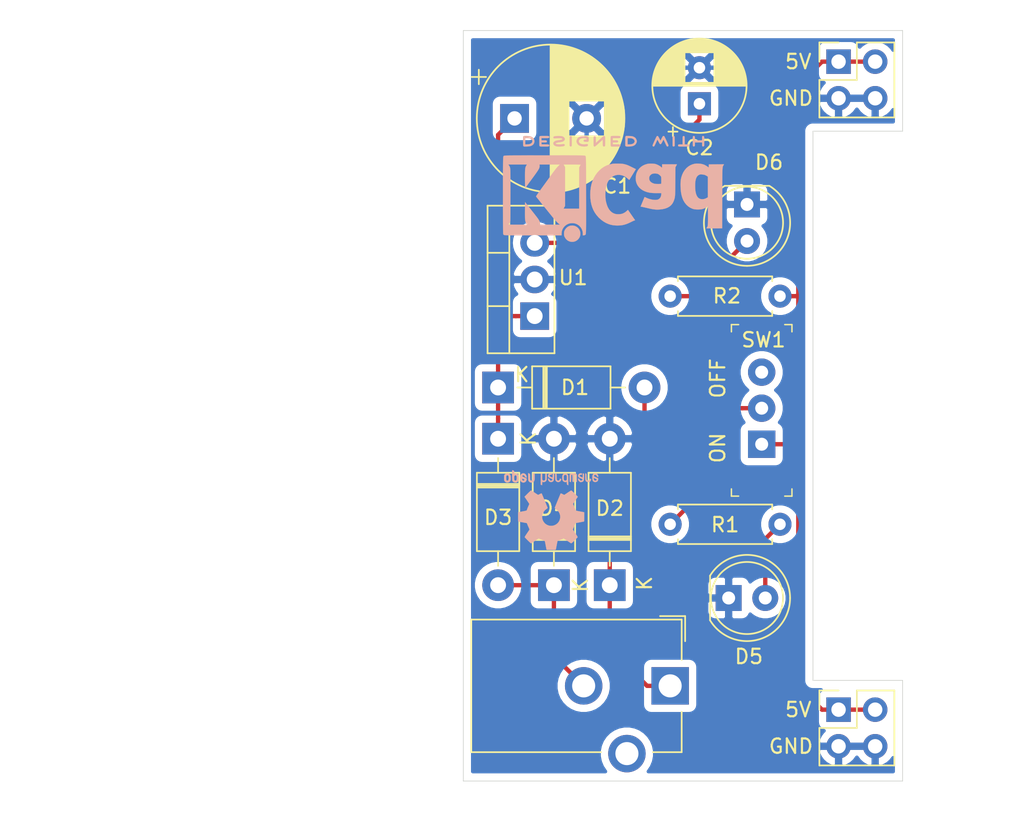
<source format=kicad_pcb>
(kicad_pcb (version 20171130) (host pcbnew "(5.1.6)-1")

  (general
    (thickness 1.6)
    (drawings 39)
    (tracks 96)
    (zones 0)
    (modules 17)
    (nets 11)
  )

  (page A4)
  (title_block
    (title "Breadboard Power Supply")
    (date 2019-12-01)
    (rev v1)
    (comment 1 "Designed by Črtomir Juren")
  )

  (layers
    (0 F.Cu signal)
    (31 B.Cu signal)
    (32 B.Adhes user)
    (33 F.Adhes user)
    (34 B.Paste user)
    (35 F.Paste user)
    (36 B.SilkS user)
    (37 F.SilkS user)
    (38 B.Mask user)
    (39 F.Mask user)
    (40 Dwgs.User user)
    (41 Cmts.User user)
    (42 Eco1.User user)
    (43 Eco2.User user)
    (44 Edge.Cuts user)
    (45 Margin user)
    (46 B.CrtYd user)
    (47 F.CrtYd user)
    (48 B.Fab user)
    (49 F.Fab user hide)
  )

  (setup
    (last_trace_width 0.25)
    (user_trace_width 0.3)
    (trace_clearance 0.2)
    (zone_clearance 0.508)
    (zone_45_only no)
    (trace_min 0.2)
    (via_size 0.8)
    (via_drill 0.4)
    (via_min_size 0.4)
    (via_min_drill 0.3)
    (user_via 1 0.6)
    (uvia_size 0.3)
    (uvia_drill 0.1)
    (uvias_allowed no)
    (uvia_min_size 0.2)
    (uvia_min_drill 0.1)
    (edge_width 0.05)
    (segment_width 0.2)
    (pcb_text_width 0.3)
    (pcb_text_size 1.5 1.5)
    (mod_edge_width 0.12)
    (mod_text_size 1 1)
    (mod_text_width 0.15)
    (pad_size 1.524 1.524)
    (pad_drill 0.762)
    (pad_to_mask_clearance 0.051)
    (solder_mask_min_width 0.25)
    (aux_axis_origin 0 0)
    (visible_elements 7FFFFFFF)
    (pcbplotparams
      (layerselection 0x010fc_ffffffff)
      (usegerberextensions false)
      (usegerberattributes false)
      (usegerberadvancedattributes false)
      (creategerberjobfile false)
      (excludeedgelayer true)
      (linewidth 0.100000)
      (plotframeref false)
      (viasonmask false)
      (mode 1)
      (useauxorigin false)
      (hpglpennumber 1)
      (hpglpenspeed 20)
      (hpglpendiameter 15.000000)
      (psnegative false)
      (psa4output false)
      (plotreference true)
      (plotvalue true)
      (plotinvisibletext false)
      (padsonsilk false)
      (subtractmaskfromsilk false)
      (outputformat 1)
      (mirror false)
      (drillshape 1)
      (scaleselection 1)
      (outputdirectory ""))
  )

  (net 0 "")
  (net 1 /Vin)
  (net 2 /V-)
  (net 3 /Vout1)
  (net 4 "Net-(D1-Pad2)")
  (net 5 "Net-(D3-Pad2)")
  (net 6 "Net-(D5-Pad2)")
  (net 7 "Net-(D6-Pad2)")
  (net 8 "Net-(J1-Pad3)")
  (net 9 /Vout2)
  (net 10 "Net-(SW1-Pad3)")

  (net_class Default "This is the default net class."
    (clearance 0.2)
    (trace_width 0.25)
    (via_dia 0.8)
    (via_drill 0.4)
    (uvia_dia 0.3)
    (uvia_drill 0.1)
  )

  (net_class Power ""
    (clearance 0.3)
    (trace_width 0.3)
    (via_dia 1)
    (via_drill 0.5)
    (uvia_dia 0.3)
    (uvia_drill 0.1)
    (add_net /V-)
    (add_net /Vin)
    (add_net /Vout1)
    (add_net /Vout2)
    (add_net "Net-(D1-Pad2)")
    (add_net "Net-(D3-Pad2)")
    (add_net "Net-(D5-Pad2)")
    (add_net "Net-(D6-Pad2)")
    (add_net "Net-(J1-Pad3)")
    (add_net "Net-(SW1-Pad3)")
  )

  (module Symbol:OSHW-Logo2_7.3x6mm_SilkScreen (layer B.Cu) (tedit 0) (tstamp 5DE74759)
    (at 132.715 101.092)
    (descr "Open Source Hardware Symbol")
    (tags "Logo Symbol OSHW")
    (attr virtual)
    (fp_text reference REF** (at 0 0) (layer F.SilkS) hide
      (effects (font (size 1 1) (thickness 0.15)))
    )
    (fp_text value OSHW-Logo2_7.3x6mm_SilkScreen (at 0.75 0) (layer B.Fab) hide
      (effects (font (size 1 1) (thickness 0.15)) (justify mirror))
    )
    (fp_poly (pts (xy -2.400256 -1.919918) (xy -2.344799 -1.947568) (xy -2.295852 -1.99848) (xy -2.282371 -2.017338)
      (xy -2.267686 -2.042015) (xy -2.258158 -2.068816) (xy -2.252707 -2.104587) (xy -2.250253 -2.156169)
      (xy -2.249714 -2.224267) (xy -2.252148 -2.317588) (xy -2.260606 -2.387657) (xy -2.276826 -2.439931)
      (xy -2.302546 -2.479869) (xy -2.339503 -2.512929) (xy -2.342218 -2.514886) (xy -2.37864 -2.534908)
      (xy -2.422498 -2.544815) (xy -2.478276 -2.547257) (xy -2.568952 -2.547257) (xy -2.56899 -2.635283)
      (xy -2.569834 -2.684308) (xy -2.574976 -2.713065) (xy -2.588413 -2.730311) (xy -2.614142 -2.744808)
      (xy -2.620321 -2.747769) (xy -2.649236 -2.761648) (xy -2.671624 -2.770414) (xy -2.688271 -2.771171)
      (xy -2.699964 -2.761023) (xy -2.70749 -2.737073) (xy -2.711634 -2.696426) (xy -2.713185 -2.636186)
      (xy -2.712929 -2.553455) (xy -2.711651 -2.445339) (xy -2.711252 -2.413) (xy -2.709815 -2.301524)
      (xy -2.708528 -2.228603) (xy -2.569029 -2.228603) (xy -2.568245 -2.290499) (xy -2.56476 -2.330997)
      (xy -2.556876 -2.357708) (xy -2.542895 -2.378244) (xy -2.533403 -2.38826) (xy -2.494596 -2.417567)
      (xy -2.460237 -2.419952) (xy -2.424784 -2.39575) (xy -2.423886 -2.394857) (xy -2.409461 -2.376153)
      (xy -2.400687 -2.350732) (xy -2.396261 -2.311584) (xy -2.394882 -2.251697) (xy -2.394857 -2.23843)
      (xy -2.398188 -2.155901) (xy -2.409031 -2.098691) (xy -2.42866 -2.063766) (xy -2.45835 -2.048094)
      (xy -2.475509 -2.046514) (xy -2.516234 -2.053926) (xy -2.544168 -2.07833) (xy -2.560983 -2.12298)
      (xy -2.56835 -2.19113) (xy -2.569029 -2.228603) (xy -2.708528 -2.228603) (xy -2.708292 -2.215245)
      (xy -2.706323 -2.150333) (xy -2.70355 -2.102958) (xy -2.699612 -2.06929) (xy -2.694151 -2.045498)
      (xy -2.686808 -2.027753) (xy -2.677223 -2.012224) (xy -2.673113 -2.006381) (xy -2.618595 -1.951185)
      (xy -2.549664 -1.91989) (xy -2.469928 -1.911165) (xy -2.400256 -1.919918)) (layer B.SilkS) (width 0.01))
    (fp_poly (pts (xy -1.283907 -1.92778) (xy -1.237328 -1.954723) (xy -1.204943 -1.981466) (xy -1.181258 -2.009484)
      (xy -1.164941 -2.043748) (xy -1.154661 -2.089227) (xy -1.149086 -2.150892) (xy -1.146884 -2.233711)
      (xy -1.146629 -2.293246) (xy -1.146629 -2.512391) (xy -1.208314 -2.540044) (xy -1.27 -2.567697)
      (xy -1.277257 -2.32767) (xy -1.280256 -2.238028) (xy -1.283402 -2.172962) (xy -1.287299 -2.128026)
      (xy -1.292553 -2.09877) (xy -1.299769 -2.080748) (xy -1.30955 -2.069511) (xy -1.312688 -2.067079)
      (xy -1.360239 -2.048083) (xy -1.408303 -2.0556) (xy -1.436914 -2.075543) (xy -1.448553 -2.089675)
      (xy -1.456609 -2.10822) (xy -1.461729 -2.136334) (xy -1.464559 -2.179173) (xy -1.465744 -2.241895)
      (xy -1.465943 -2.307261) (xy -1.465982 -2.389268) (xy -1.467386 -2.447316) (xy -1.472086 -2.486465)
      (xy -1.482013 -2.51178) (xy -1.499097 -2.528323) (xy -1.525268 -2.541156) (xy -1.560225 -2.554491)
      (xy -1.598404 -2.569007) (xy -1.593859 -2.311389) (xy -1.592029 -2.218519) (xy -1.589888 -2.149889)
      (xy -1.586819 -2.100711) (xy -1.582206 -2.066198) (xy -1.575432 -2.041562) (xy -1.565881 -2.022016)
      (xy -1.554366 -2.00477) (xy -1.49881 -1.94968) (xy -1.43102 -1.917822) (xy -1.357287 -1.910191)
      (xy -1.283907 -1.92778)) (layer B.SilkS) (width 0.01))
    (fp_poly (pts (xy -2.958885 -1.921962) (xy -2.890855 -1.957733) (xy -2.840649 -2.015301) (xy -2.822815 -2.052312)
      (xy -2.808937 -2.107882) (xy -2.801833 -2.178096) (xy -2.80116 -2.254727) (xy -2.806573 -2.329552)
      (xy -2.81773 -2.394342) (xy -2.834286 -2.440873) (xy -2.839374 -2.448887) (xy -2.899645 -2.508707)
      (xy -2.971231 -2.544535) (xy -3.048908 -2.55502) (xy -3.127452 -2.53881) (xy -3.149311 -2.529092)
      (xy -3.191878 -2.499143) (xy -3.229237 -2.459433) (xy -3.232768 -2.454397) (xy -3.247119 -2.430124)
      (xy -3.256606 -2.404178) (xy -3.26221 -2.370022) (xy -3.264914 -2.321119) (xy -3.265701 -2.250935)
      (xy -3.265714 -2.2352) (xy -3.265678 -2.230192) (xy -3.120571 -2.230192) (xy -3.119727 -2.29643)
      (xy -3.116404 -2.340386) (xy -3.109417 -2.368779) (xy -3.097584 -2.388325) (xy -3.091543 -2.394857)
      (xy -3.056814 -2.41968) (xy -3.023097 -2.418548) (xy -2.989005 -2.397016) (xy -2.968671 -2.374029)
      (xy -2.956629 -2.340478) (xy -2.949866 -2.287569) (xy -2.949402 -2.281399) (xy -2.948248 -2.185513)
      (xy -2.960312 -2.114299) (xy -2.98543 -2.068194) (xy -3.02344 -2.047635) (xy -3.037008 -2.046514)
      (xy -3.072636 -2.052152) (xy -3.097006 -2.071686) (xy -3.111907 -2.109042) (xy -3.119125 -2.16815)
      (xy -3.120571 -2.230192) (xy -3.265678 -2.230192) (xy -3.265174 -2.160413) (xy -3.262904 -2.108159)
      (xy -3.257932 -2.071949) (xy -3.249287 -2.045299) (xy -3.235995 -2.021722) (xy -3.233057 -2.017338)
      (xy -3.183687 -1.958249) (xy -3.129891 -1.923947) (xy -3.064398 -1.910331) (xy -3.042158 -1.909665)
      (xy -2.958885 -1.921962)) (layer B.SilkS) (width 0.01))
    (fp_poly (pts (xy -1.831697 -1.931239) (xy -1.774473 -1.969735) (xy -1.730251 -2.025335) (xy -1.703833 -2.096086)
      (xy -1.69849 -2.148162) (xy -1.699097 -2.169893) (xy -1.704178 -2.186531) (xy -1.718145 -2.201437)
      (xy -1.745411 -2.217973) (xy -1.790388 -2.239498) (xy -1.857489 -2.269374) (xy -1.857829 -2.269524)
      (xy -1.919593 -2.297813) (xy -1.970241 -2.322933) (xy -2.004596 -2.342179) (xy -2.017482 -2.352848)
      (xy -2.017486 -2.352934) (xy -2.006128 -2.376166) (xy -1.979569 -2.401774) (xy -1.949077 -2.420221)
      (xy -1.93363 -2.423886) (xy -1.891485 -2.411212) (xy -1.855192 -2.379471) (xy -1.837483 -2.344572)
      (xy -1.820448 -2.318845) (xy -1.787078 -2.289546) (xy -1.747851 -2.264235) (xy -1.713244 -2.250471)
      (xy -1.706007 -2.249714) (xy -1.697861 -2.26216) (xy -1.69737 -2.293972) (xy -1.703357 -2.336866)
      (xy -1.714643 -2.382558) (xy -1.73005 -2.422761) (xy -1.730829 -2.424322) (xy -1.777196 -2.489062)
      (xy -1.837289 -2.533097) (xy -1.905535 -2.554711) (xy -1.976362 -2.552185) (xy -2.044196 -2.523804)
      (xy -2.047212 -2.521808) (xy -2.100573 -2.473448) (xy -2.13566 -2.410352) (xy -2.155078 -2.327387)
      (xy -2.157684 -2.304078) (xy -2.162299 -2.194055) (xy -2.156767 -2.142748) (xy -2.017486 -2.142748)
      (xy -2.015676 -2.174753) (xy -2.005778 -2.184093) (xy -1.981102 -2.177105) (xy -1.942205 -2.160587)
      (xy -1.898725 -2.139881) (xy -1.897644 -2.139333) (xy -1.860791 -2.119949) (xy -1.846 -2.107013)
      (xy -1.849647 -2.093451) (xy -1.865005 -2.075632) (xy -1.904077 -2.049845) (xy -1.946154 -2.04795)
      (xy -1.983897 -2.066717) (xy -2.009966 -2.102915) (xy -2.017486 -2.142748) (xy -2.156767 -2.142748)
      (xy -2.152806 -2.106027) (xy -2.12845 -2.036212) (xy -2.094544 -1.987302) (xy -2.033347 -1.937878)
      (xy -1.965937 -1.913359) (xy -1.89712 -1.911797) (xy -1.831697 -1.931239)) (layer B.SilkS) (width 0.01))
    (fp_poly (pts (xy -0.624114 -1.851289) (xy -0.619861 -1.910613) (xy -0.614975 -1.945572) (xy -0.608205 -1.96082)
      (xy -0.598298 -1.961015) (xy -0.595086 -1.959195) (xy -0.552356 -1.946015) (xy -0.496773 -1.946785)
      (xy -0.440263 -1.960333) (xy -0.404918 -1.977861) (xy -0.368679 -2.005861) (xy -0.342187 -2.037549)
      (xy -0.324001 -2.077813) (xy -0.312678 -2.131543) (xy -0.306778 -2.203626) (xy -0.304857 -2.298951)
      (xy -0.304823 -2.317237) (xy -0.3048 -2.522646) (xy -0.350509 -2.53858) (xy -0.382973 -2.54942)
      (xy -0.400785 -2.554468) (xy -0.401309 -2.554514) (xy -0.403063 -2.540828) (xy -0.404556 -2.503076)
      (xy -0.405674 -2.446224) (xy -0.406303 -2.375234) (xy -0.4064 -2.332073) (xy -0.406602 -2.246973)
      (xy -0.407642 -2.185981) (xy -0.410169 -2.144177) (xy -0.414836 -2.116642) (xy -0.422293 -2.098456)
      (xy -0.433189 -2.084698) (xy -0.439993 -2.078073) (xy -0.486728 -2.051375) (xy -0.537728 -2.049375)
      (xy -0.583999 -2.071955) (xy -0.592556 -2.080107) (xy -0.605107 -2.095436) (xy -0.613812 -2.113618)
      (xy -0.619369 -2.139909) (xy -0.622474 -2.179562) (xy -0.623824 -2.237832) (xy -0.624114 -2.318173)
      (xy -0.624114 -2.522646) (xy -0.669823 -2.53858) (xy -0.702287 -2.54942) (xy -0.720099 -2.554468)
      (xy -0.720623 -2.554514) (xy -0.721963 -2.540623) (xy -0.723172 -2.501439) (xy -0.724199 -2.4407)
      (xy -0.724998 -2.362141) (xy -0.725519 -2.269498) (xy -0.725714 -2.166509) (xy -0.725714 -1.769342)
      (xy -0.678543 -1.749444) (xy -0.631371 -1.729547) (xy -0.624114 -1.851289)) (layer B.SilkS) (width 0.01))
    (fp_poly (pts (xy 0.039744 -1.950968) (xy 0.096616 -1.972087) (xy 0.097267 -1.972493) (xy 0.13244 -1.99838)
      (xy 0.158407 -2.028633) (xy 0.17667 -2.068058) (xy 0.188732 -2.121462) (xy 0.196096 -2.193651)
      (xy 0.200264 -2.289432) (xy 0.200629 -2.303078) (xy 0.205876 -2.508842) (xy 0.161716 -2.531678)
      (xy 0.129763 -2.54711) (xy 0.11047 -2.554423) (xy 0.109578 -2.554514) (xy 0.106239 -2.541022)
      (xy 0.103587 -2.504626) (xy 0.101956 -2.451452) (xy 0.1016 -2.408393) (xy 0.101592 -2.338641)
      (xy 0.098403 -2.294837) (xy 0.087288 -2.273944) (xy 0.063501 -2.272925) (xy 0.022296 -2.288741)
      (xy -0.039914 -2.317815) (xy -0.085659 -2.341963) (xy -0.109187 -2.362913) (xy -0.116104 -2.385747)
      (xy -0.116114 -2.386877) (xy -0.104701 -2.426212) (xy -0.070908 -2.447462) (xy -0.019191 -2.450539)
      (xy 0.018061 -2.450006) (xy 0.037703 -2.460735) (xy 0.049952 -2.486505) (xy 0.057002 -2.519337)
      (xy 0.046842 -2.537966) (xy 0.043017 -2.540632) (xy 0.007001 -2.55134) (xy -0.043434 -2.552856)
      (xy -0.095374 -2.545759) (xy -0.132178 -2.532788) (xy -0.183062 -2.489585) (xy -0.211986 -2.429446)
      (xy -0.217714 -2.382462) (xy -0.213343 -2.340082) (xy -0.197525 -2.305488) (xy -0.166203 -2.274763)
      (xy -0.115322 -2.24399) (xy -0.040824 -2.209252) (xy -0.036286 -2.207288) (xy 0.030821 -2.176287)
      (xy 0.072232 -2.150862) (xy 0.089981 -2.128014) (xy 0.086107 -2.104745) (xy 0.062643 -2.078056)
      (xy 0.055627 -2.071914) (xy 0.00863 -2.0481) (xy -0.040067 -2.049103) (xy -0.082478 -2.072451)
      (xy -0.110616 -2.115675) (xy -0.113231 -2.12416) (xy -0.138692 -2.165308) (xy -0.170999 -2.185128)
      (xy -0.217714 -2.20477) (xy -0.217714 -2.15395) (xy -0.203504 -2.080082) (xy -0.161325 -2.012327)
      (xy -0.139376 -1.989661) (xy -0.089483 -1.960569) (xy -0.026033 -1.9474) (xy 0.039744 -1.950968)) (layer B.SilkS) (width 0.01))
    (fp_poly (pts (xy 0.529926 -1.949755) (xy 0.595858 -1.974084) (xy 0.649273 -2.017117) (xy 0.670164 -2.047409)
      (xy 0.692939 -2.102994) (xy 0.692466 -2.143186) (xy 0.668562 -2.170217) (xy 0.659717 -2.174813)
      (xy 0.62153 -2.189144) (xy 0.602028 -2.185472) (xy 0.595422 -2.161407) (xy 0.595086 -2.148114)
      (xy 0.582992 -2.09921) (xy 0.551471 -2.064999) (xy 0.507659 -2.048476) (xy 0.458695 -2.052634)
      (xy 0.418894 -2.074227) (xy 0.40545 -2.086544) (xy 0.395921 -2.101487) (xy 0.389485 -2.124075)
      (xy 0.385317 -2.159328) (xy 0.382597 -2.212266) (xy 0.380502 -2.287907) (xy 0.37996 -2.311857)
      (xy 0.377981 -2.39379) (xy 0.375731 -2.451455) (xy 0.372357 -2.489608) (xy 0.367006 -2.513004)
      (xy 0.358824 -2.526398) (xy 0.346959 -2.534545) (xy 0.339362 -2.538144) (xy 0.307102 -2.550452)
      (xy 0.288111 -2.554514) (xy 0.281836 -2.540948) (xy 0.278006 -2.499934) (xy 0.2766 -2.430999)
      (xy 0.277598 -2.333669) (xy 0.277908 -2.318657) (xy 0.280101 -2.229859) (xy 0.282693 -2.165019)
      (xy 0.286382 -2.119067) (xy 0.291864 -2.086935) (xy 0.299835 -2.063553) (xy 0.310993 -2.043852)
      (xy 0.31683 -2.03541) (xy 0.350296 -1.998057) (xy 0.387727 -1.969003) (xy 0.392309 -1.966467)
      (xy 0.459426 -1.946443) (xy 0.529926 -1.949755)) (layer B.SilkS) (width 0.01))
    (fp_poly (pts (xy 1.190117 -2.065358) (xy 1.189933 -2.173837) (xy 1.189219 -2.257287) (xy 1.187675 -2.319704)
      (xy 1.185001 -2.365085) (xy 1.180894 -2.397429) (xy 1.175055 -2.420733) (xy 1.167182 -2.438995)
      (xy 1.161221 -2.449418) (xy 1.111855 -2.505945) (xy 1.049264 -2.541377) (xy 0.980013 -2.55409)
      (xy 0.910668 -2.542463) (xy 0.869375 -2.521568) (xy 0.826025 -2.485422) (xy 0.796481 -2.441276)
      (xy 0.778655 -2.383462) (xy 0.770463 -2.306313) (xy 0.769302 -2.249714) (xy 0.769458 -2.245647)
      (xy 0.870857 -2.245647) (xy 0.871476 -2.31055) (xy 0.874314 -2.353514) (xy 0.88084 -2.381622)
      (xy 0.892523 -2.401953) (xy 0.906483 -2.417288) (xy 0.953365 -2.44689) (xy 1.003701 -2.449419)
      (xy 1.051276 -2.424705) (xy 1.054979 -2.421356) (xy 1.070783 -2.403935) (xy 1.080693 -2.383209)
      (xy 1.086058 -2.352362) (xy 1.088228 -2.304577) (xy 1.088571 -2.251748) (xy 1.087827 -2.185381)
      (xy 1.084748 -2.141106) (xy 1.078061 -2.112009) (xy 1.066496 -2.091173) (xy 1.057013 -2.080107)
      (xy 1.01296 -2.052198) (xy 0.962224 -2.048843) (xy 0.913796 -2.070159) (xy 0.90445 -2.078073)
      (xy 0.88854 -2.095647) (xy 0.87861 -2.116587) (xy 0.873278 -2.147782) (xy 0.871163 -2.196122)
      (xy 0.870857 -2.245647) (xy 0.769458 -2.245647) (xy 0.77281 -2.158568) (xy 0.784726 -2.090086)
      (xy 0.807135 -2.0386) (xy 0.842124 -1.998443) (xy 0.869375 -1.977861) (xy 0.918907 -1.955625)
      (xy 0.976316 -1.945304) (xy 1.029682 -1.948067) (xy 1.059543 -1.959212) (xy 1.071261 -1.962383)
      (xy 1.079037 -1.950557) (xy 1.084465 -1.918866) (xy 1.088571 -1.870593) (xy 1.093067 -1.816829)
      (xy 1.099313 -1.784482) (xy 1.110676 -1.765985) (xy 1.130528 -1.75377) (xy 1.143 -1.748362)
      (xy 1.190171 -1.728601) (xy 1.190117 -2.065358)) (layer B.SilkS) (width 0.01))
    (fp_poly (pts (xy 1.779833 -1.958663) (xy 1.782048 -1.99685) (xy 1.783784 -2.054886) (xy 1.784899 -2.12818)
      (xy 1.785257 -2.205055) (xy 1.785257 -2.465196) (xy 1.739326 -2.511127) (xy 1.707675 -2.539429)
      (xy 1.67989 -2.550893) (xy 1.641915 -2.550168) (xy 1.62684 -2.548321) (xy 1.579726 -2.542948)
      (xy 1.540756 -2.539869) (xy 1.531257 -2.539585) (xy 1.499233 -2.541445) (xy 1.453432 -2.546114)
      (xy 1.435674 -2.548321) (xy 1.392057 -2.551735) (xy 1.362745 -2.54432) (xy 1.33368 -2.521427)
      (xy 1.323188 -2.511127) (xy 1.277257 -2.465196) (xy 1.277257 -1.978602) (xy 1.314226 -1.961758)
      (xy 1.346059 -1.949282) (xy 1.364683 -1.944914) (xy 1.369458 -1.958718) (xy 1.373921 -1.997286)
      (xy 1.377775 -2.056356) (xy 1.380722 -2.131663) (xy 1.382143 -2.195286) (xy 1.386114 -2.445657)
      (xy 1.420759 -2.450556) (xy 1.452268 -2.447131) (xy 1.467708 -2.436041) (xy 1.472023 -2.415308)
      (xy 1.475708 -2.371145) (xy 1.478469 -2.309146) (xy 1.480012 -2.234909) (xy 1.480235 -2.196706)
      (xy 1.480457 -1.976783) (xy 1.526166 -1.960849) (xy 1.558518 -1.950015) (xy 1.576115 -1.944962)
      (xy 1.576623 -1.944914) (xy 1.578388 -1.958648) (xy 1.580329 -1.99673) (xy 1.582282 -2.054482)
      (xy 1.584084 -2.127227) (xy 1.585343 -2.195286) (xy 1.589314 -2.445657) (xy 1.6764 -2.445657)
      (xy 1.680396 -2.21724) (xy 1.684392 -1.988822) (xy 1.726847 -1.966868) (xy 1.758192 -1.951793)
      (xy 1.776744 -1.944951) (xy 1.777279 -1.944914) (xy 1.779833 -1.958663)) (layer B.SilkS) (width 0.01))
    (fp_poly (pts (xy 2.144876 -1.956335) (xy 2.186667 -1.975344) (xy 2.219469 -1.998378) (xy 2.243503 -2.024133)
      (xy 2.260097 -2.057358) (xy 2.270577 -2.1028) (xy 2.276271 -2.165207) (xy 2.278507 -2.249327)
      (xy 2.278743 -2.304721) (xy 2.278743 -2.520826) (xy 2.241774 -2.53767) (xy 2.212656 -2.549981)
      (xy 2.198231 -2.554514) (xy 2.195472 -2.541025) (xy 2.193282 -2.504653) (xy 2.191942 -2.451542)
      (xy 2.191657 -2.409372) (xy 2.190434 -2.348447) (xy 2.187136 -2.300115) (xy 2.182321 -2.270518)
      (xy 2.178496 -2.264229) (xy 2.152783 -2.270652) (xy 2.112418 -2.287125) (xy 2.065679 -2.309458)
      (xy 2.020845 -2.333457) (xy 1.986193 -2.35493) (xy 1.970002 -2.369685) (xy 1.969938 -2.369845)
      (xy 1.97133 -2.397152) (xy 1.983818 -2.423219) (xy 2.005743 -2.444392) (xy 2.037743 -2.451474)
      (xy 2.065092 -2.450649) (xy 2.103826 -2.450042) (xy 2.124158 -2.459116) (xy 2.136369 -2.483092)
      (xy 2.137909 -2.487613) (xy 2.143203 -2.521806) (xy 2.129047 -2.542568) (xy 2.092148 -2.552462)
      (xy 2.052289 -2.554292) (xy 1.980562 -2.540727) (xy 1.943432 -2.521355) (xy 1.897576 -2.475845)
      (xy 1.873256 -2.419983) (xy 1.871073 -2.360957) (xy 1.891629 -2.305953) (xy 1.922549 -2.271486)
      (xy 1.95342 -2.252189) (xy 2.001942 -2.227759) (xy 2.058485 -2.202985) (xy 2.06791 -2.199199)
      (xy 2.130019 -2.171791) (xy 2.165822 -2.147634) (xy 2.177337 -2.123619) (xy 2.16658 -2.096635)
      (xy 2.148114 -2.075543) (xy 2.104469 -2.049572) (xy 2.056446 -2.047624) (xy 2.012406 -2.067637)
      (xy 1.980709 -2.107551) (xy 1.976549 -2.117848) (xy 1.952327 -2.155724) (xy 1.916965 -2.183842)
      (xy 1.872343 -2.206917) (xy 1.872343 -2.141485) (xy 1.874969 -2.101506) (xy 1.88623 -2.069997)
      (xy 1.911199 -2.036378) (xy 1.935169 -2.010484) (xy 1.972441 -1.973817) (xy 2.001401 -1.954121)
      (xy 2.032505 -1.94622) (xy 2.067713 -1.944914) (xy 2.144876 -1.956335)) (layer B.SilkS) (width 0.01))
    (fp_poly (pts (xy 2.6526 -1.958752) (xy 2.669948 -1.966334) (xy 2.711356 -1.999128) (xy 2.746765 -2.046547)
      (xy 2.768664 -2.097151) (xy 2.772229 -2.122098) (xy 2.760279 -2.156927) (xy 2.734067 -2.175357)
      (xy 2.705964 -2.186516) (xy 2.693095 -2.188572) (xy 2.686829 -2.173649) (xy 2.674456 -2.141175)
      (xy 2.669028 -2.126502) (xy 2.63859 -2.075744) (xy 2.59452 -2.050427) (xy 2.53801 -2.051206)
      (xy 2.533825 -2.052203) (xy 2.503655 -2.066507) (xy 2.481476 -2.094393) (xy 2.466327 -2.139287)
      (xy 2.45725 -2.204615) (xy 2.453286 -2.293804) (xy 2.452914 -2.341261) (xy 2.45273 -2.416071)
      (xy 2.451522 -2.467069) (xy 2.448309 -2.499471) (xy 2.442109 -2.518495) (xy 2.43194 -2.529356)
      (xy 2.416819 -2.537272) (xy 2.415946 -2.53767) (xy 2.386828 -2.549981) (xy 2.372403 -2.554514)
      (xy 2.370186 -2.540809) (xy 2.368289 -2.502925) (xy 2.366847 -2.445715) (xy 2.365998 -2.374027)
      (xy 2.365829 -2.321565) (xy 2.366692 -2.220047) (xy 2.37007 -2.143032) (xy 2.377142 -2.086023)
      (xy 2.389088 -2.044526) (xy 2.40709 -2.014043) (xy 2.432327 -1.99008) (xy 2.457247 -1.973355)
      (xy 2.517171 -1.951097) (xy 2.586911 -1.946076) (xy 2.6526 -1.958752)) (layer B.SilkS) (width 0.01))
    (fp_poly (pts (xy 3.153595 -1.966966) (xy 3.211021 -2.004497) (xy 3.238719 -2.038096) (xy 3.260662 -2.099064)
      (xy 3.262405 -2.147308) (xy 3.258457 -2.211816) (xy 3.109686 -2.276934) (xy 3.037349 -2.310202)
      (xy 2.990084 -2.336964) (xy 2.965507 -2.360144) (xy 2.961237 -2.382667) (xy 2.974889 -2.407455)
      (xy 2.989943 -2.423886) (xy 3.033746 -2.450235) (xy 3.081389 -2.452081) (xy 3.125145 -2.431546)
      (xy 3.157289 -2.390752) (xy 3.163038 -2.376347) (xy 3.190576 -2.331356) (xy 3.222258 -2.312182)
      (xy 3.265714 -2.295779) (xy 3.265714 -2.357966) (xy 3.261872 -2.400283) (xy 3.246823 -2.435969)
      (xy 3.21528 -2.476943) (xy 3.210592 -2.482267) (xy 3.175506 -2.51872) (xy 3.145347 -2.538283)
      (xy 3.107615 -2.547283) (xy 3.076335 -2.55023) (xy 3.020385 -2.550965) (xy 2.980555 -2.54166)
      (xy 2.955708 -2.527846) (xy 2.916656 -2.497467) (xy 2.889625 -2.464613) (xy 2.872517 -2.423294)
      (xy 2.863238 -2.367521) (xy 2.859693 -2.291305) (xy 2.85941 -2.252622) (xy 2.860372 -2.206247)
      (xy 2.948007 -2.206247) (xy 2.949023 -2.231126) (xy 2.951556 -2.2352) (xy 2.968274 -2.229665)
      (xy 3.004249 -2.215017) (xy 3.052331 -2.19419) (xy 3.062386 -2.189714) (xy 3.123152 -2.158814)
      (xy 3.156632 -2.131657) (xy 3.16399 -2.10622) (xy 3.146391 -2.080481) (xy 3.131856 -2.069109)
      (xy 3.07941 -2.046364) (xy 3.030322 -2.050122) (xy 2.989227 -2.077884) (xy 2.960758 -2.127152)
      (xy 2.951631 -2.166257) (xy 2.948007 -2.206247) (xy 2.860372 -2.206247) (xy 2.861285 -2.162249)
      (xy 2.868196 -2.095384) (xy 2.881884 -2.046695) (xy 2.904096 -2.010849) (xy 2.936574 -1.982513)
      (xy 2.950733 -1.973355) (xy 3.015053 -1.949507) (xy 3.085473 -1.948006) (xy 3.153595 -1.966966)) (layer B.SilkS) (width 0.01))
    (fp_poly (pts (xy 0.10391 2.757652) (xy 0.182454 2.757222) (xy 0.239298 2.756058) (xy 0.278105 2.753793)
      (xy 0.302538 2.75006) (xy 0.316262 2.744494) (xy 0.32294 2.736727) (xy 0.326236 2.726395)
      (xy 0.326556 2.725057) (xy 0.331562 2.700921) (xy 0.340829 2.653299) (xy 0.353392 2.587259)
      (xy 0.368287 2.507872) (xy 0.384551 2.420204) (xy 0.385119 2.417125) (xy 0.40141 2.331211)
      (xy 0.416652 2.255304) (xy 0.429861 2.193955) (xy 0.440054 2.151718) (xy 0.446248 2.133145)
      (xy 0.446543 2.132816) (xy 0.464788 2.123747) (xy 0.502405 2.108633) (xy 0.551271 2.090738)
      (xy 0.551543 2.090642) (xy 0.613093 2.067507) (xy 0.685657 2.038035) (xy 0.754057 2.008403)
      (xy 0.757294 2.006938) (xy 0.868702 1.956374) (xy 1.115399 2.12484) (xy 1.191077 2.176197)
      (xy 1.259631 2.222111) (xy 1.317088 2.25997) (xy 1.359476 2.287163) (xy 1.382825 2.301079)
      (xy 1.385042 2.302111) (xy 1.40201 2.297516) (xy 1.433701 2.275345) (xy 1.481352 2.234553)
      (xy 1.546198 2.174095) (xy 1.612397 2.109773) (xy 1.676214 2.046388) (xy 1.733329 1.988549)
      (xy 1.780305 1.939825) (xy 1.813703 1.90379) (xy 1.830085 1.884016) (xy 1.830694 1.882998)
      (xy 1.832505 1.869428) (xy 1.825683 1.847267) (xy 1.80854 1.813522) (xy 1.779393 1.7652)
      (xy 1.736555 1.699308) (xy 1.679448 1.614483) (xy 1.628766 1.539823) (xy 1.583461 1.47286)
      (xy 1.54615 1.417484) (xy 1.519452 1.37758) (xy 1.505985 1.357038) (xy 1.505137 1.355644)
      (xy 1.506781 1.335962) (xy 1.519245 1.297707) (xy 1.540048 1.248111) (xy 1.547462 1.232272)
      (xy 1.579814 1.16171) (xy 1.614328 1.081647) (xy 1.642365 1.012371) (xy 1.662568 0.960955)
      (xy 1.678615 0.921881) (xy 1.687888 0.901459) (xy 1.689041 0.899886) (xy 1.706096 0.897279)
      (xy 1.746298 0.890137) (xy 1.804302 0.879477) (xy 1.874763 0.866315) (xy 1.952335 0.851667)
      (xy 2.031672 0.836551) (xy 2.107431 0.821982) (xy 2.174264 0.808978) (xy 2.226828 0.798555)
      (xy 2.259776 0.79173) (xy 2.267857 0.789801) (xy 2.276205 0.785038) (xy 2.282506 0.774282)
      (xy 2.287045 0.753902) (xy 2.290104 0.720266) (xy 2.291967 0.669745) (xy 2.292918 0.598708)
      (xy 2.29324 0.503524) (xy 2.293257 0.464508) (xy 2.293257 0.147201) (xy 2.217057 0.132161)
      (xy 2.174663 0.124005) (xy 2.1114 0.112101) (xy 2.034962 0.097884) (xy 1.953043 0.08279)
      (xy 1.9304 0.078645) (xy 1.854806 0.063947) (xy 1.788953 0.049495) (xy 1.738366 0.036625)
      (xy 1.708574 0.026678) (xy 1.703612 0.023713) (xy 1.691426 0.002717) (xy 1.673953 -0.037967)
      (xy 1.654577 -0.090322) (xy 1.650734 -0.1016) (xy 1.625339 -0.171523) (xy 1.593817 -0.250418)
      (xy 1.562969 -0.321266) (xy 1.562817 -0.321595) (xy 1.511447 -0.432733) (xy 1.680399 -0.681253)
      (xy 1.849352 -0.929772) (xy 1.632429 -1.147058) (xy 1.566819 -1.211726) (xy 1.506979 -1.268733)
      (xy 1.456267 -1.315033) (xy 1.418046 -1.347584) (xy 1.395675 -1.363343) (xy 1.392466 -1.364343)
      (xy 1.373626 -1.356469) (xy 1.33518 -1.334578) (xy 1.28133 -1.301267) (xy 1.216276 -1.259131)
      (xy 1.14594 -1.211943) (xy 1.074555 -1.16381) (xy 1.010908 -1.121928) (xy 0.959041 -1.088871)
      (xy 0.922995 -1.067218) (xy 0.906867 -1.059543) (xy 0.887189 -1.066037) (xy 0.849875 -1.08315)
      (xy 0.802621 -1.107326) (xy 0.797612 -1.110013) (xy 0.733977 -1.141927) (xy 0.690341 -1.157579)
      (xy 0.663202 -1.157745) (xy 0.649057 -1.143204) (xy 0.648975 -1.143) (xy 0.641905 -1.125779)
      (xy 0.625042 -1.084899) (xy 0.599695 -1.023525) (xy 0.567171 -0.944819) (xy 0.528778 -0.851947)
      (xy 0.485822 -0.748072) (xy 0.444222 -0.647502) (xy 0.398504 -0.536516) (xy 0.356526 -0.433703)
      (xy 0.319548 -0.342215) (xy 0.288827 -0.265201) (xy 0.265622 -0.205815) (xy 0.25119 -0.167209)
      (xy 0.246743 -0.1528) (xy 0.257896 -0.136272) (xy 0.287069 -0.10993) (xy 0.325971 -0.080887)
      (xy 0.436757 0.010961) (xy 0.523351 0.116241) (xy 0.584716 0.232734) (xy 0.619815 0.358224)
      (xy 0.627608 0.490493) (xy 0.621943 0.551543) (xy 0.591078 0.678205) (xy 0.53792 0.790059)
      (xy 0.465767 0.885999) (xy 0.377917 0.964924) (xy 0.277665 1.02573) (xy 0.16831 1.067313)
      (xy 0.053147 1.088572) (xy -0.064525 1.088401) (xy -0.18141 1.065699) (xy -0.294211 1.019362)
      (xy -0.399631 0.948287) (xy -0.443632 0.908089) (xy -0.528021 0.804871) (xy -0.586778 0.692075)
      (xy -0.620296 0.57299) (xy -0.628965 0.450905) (xy -0.613177 0.329107) (xy -0.573322 0.210884)
      (xy -0.509793 0.099525) (xy -0.422979 -0.001684) (xy -0.325971 -0.080887) (xy -0.285563 -0.111162)
      (xy -0.257018 -0.137219) (xy -0.246743 -0.152825) (xy -0.252123 -0.169843) (xy -0.267425 -0.2105)
      (xy -0.291388 -0.271642) (xy -0.322756 -0.350119) (xy -0.360268 -0.44278) (xy -0.402667 -0.546472)
      (xy -0.444337 -0.647526) (xy -0.49031 -0.758607) (xy -0.532893 -0.861541) (xy -0.570779 -0.953165)
      (xy -0.60266 -1.030316) (xy -0.627229 -1.089831) (xy -0.64318 -1.128544) (xy -0.64909 -1.143)
      (xy -0.663052 -1.157685) (xy -0.69006 -1.157642) (xy -0.733587 -1.142099) (xy -0.79711 -1.110284)
      (xy -0.797612 -1.110013) (xy -0.84544 -1.085323) (xy -0.884103 -1.067338) (xy -0.905905 -1.059614)
      (xy -0.906867 -1.059543) (xy -0.923279 -1.067378) (xy -0.959513 -1.089165) (xy -1.011526 -1.122328)
      (xy -1.075275 -1.164291) (xy -1.14594 -1.211943) (xy -1.217884 -1.260191) (xy -1.282726 -1.302151)
      (xy -1.336265 -1.335227) (xy -1.374303 -1.356821) (xy -1.392467 -1.364343) (xy -1.409192 -1.354457)
      (xy -1.44282 -1.326826) (xy -1.48999 -1.284495) (xy -1.547342 -1.230505) (xy -1.611516 -1.167899)
      (xy -1.632503 -1.146983) (xy -1.849501 -0.929623) (xy -1.684332 -0.68722) (xy -1.634136 -0.612781)
      (xy -1.590081 -0.545972) (xy -1.554638 -0.490665) (xy -1.530281 -0.450729) (xy -1.519478 -0.430036)
      (xy -1.519162 -0.428563) (xy -1.524857 -0.409058) (xy -1.540174 -0.369822) (xy -1.562463 -0.31743)
      (xy -1.578107 -0.282355) (xy -1.607359 -0.215201) (xy -1.634906 -0.147358) (xy -1.656263 -0.090034)
      (xy -1.662065 -0.072572) (xy -1.678548 -0.025938) (xy -1.69466 0.010095) (xy -1.70351 0.023713)
      (xy -1.72304 0.032048) (xy -1.765666 0.043863) (xy -1.825855 0.057819) (xy -1.898078 0.072578)
      (xy -1.9304 0.078645) (xy -2.012478 0.093727) (xy -2.091205 0.108331) (xy -2.158891 0.12102)
      (xy -2.20784 0.130358) (xy -2.217057 0.132161) (xy -2.293257 0.147201) (xy -2.293257 0.464508)
      (xy -2.293086 0.568846) (xy -2.292384 0.647787) (xy -2.290866 0.704962) (xy -2.288251 0.744001)
      (xy -2.284254 0.768535) (xy -2.278591 0.782195) (xy -2.27098 0.788611) (xy -2.267857 0.789801)
      (xy -2.249022 0.79402) (xy -2.207412 0.802438) (xy -2.14837 0.814039) (xy -2.077243 0.827805)
      (xy -1.999375 0.84272) (xy -1.920113 0.857768) (xy -1.844802 0.871931) (xy -1.778787 0.884194)
      (xy -1.727413 0.893539) (xy -1.696025 0.89895) (xy -1.689041 0.899886) (xy -1.682715 0.912404)
      (xy -1.66871 0.945754) (xy -1.649645 0.993623) (xy -1.642366 1.012371) (xy -1.613004 1.084805)
      (xy -1.578429 1.16483) (xy -1.547463 1.232272) (xy -1.524677 1.283841) (xy -1.509518 1.326215)
      (xy -1.504458 1.352166) (xy -1.505264 1.355644) (xy -1.515959 1.372064) (xy -1.54038 1.408583)
      (xy -1.575905 1.461313) (xy -1.619913 1.526365) (xy -1.669783 1.599849) (xy -1.679644 1.614355)
      (xy -1.737508 1.700296) (xy -1.780044 1.765739) (xy -1.808946 1.813696) (xy -1.82591 1.84718)
      (xy -1.832633 1.869205) (xy -1.83081 1.882783) (xy -1.830764 1.882869) (xy -1.816414 1.900703)
      (xy -1.784677 1.935183) (xy -1.73899 1.982732) (xy -1.682796 2.039778) (xy -1.619532 2.102745)
      (xy -1.612398 2.109773) (xy -1.53267 2.18698) (xy -1.471143 2.24367) (xy -1.426579 2.28089)
      (xy -1.397743 2.299685) (xy -1.385042 2.302111) (xy -1.366506 2.291529) (xy -1.328039 2.267084)
      (xy -1.273614 2.231388) (xy -1.207202 2.187053) (xy -1.132775 2.136689) (xy -1.115399 2.12484)
      (xy -0.868703 1.956374) (xy -0.757294 2.006938) (xy -0.689543 2.036405) (xy -0.616817 2.066041)
      (xy -0.554297 2.08967) (xy -0.551543 2.090642) (xy -0.50264 2.108543) (xy -0.464943 2.12368)
      (xy -0.446575 2.13279) (xy -0.446544 2.132816) (xy -0.440715 2.149283) (xy -0.430808 2.189781)
      (xy -0.417805 2.249758) (xy -0.402691 2.32466) (xy -0.386448 2.409936) (xy -0.385119 2.417125)
      (xy -0.368825 2.504986) (xy -0.353867 2.58474) (xy -0.341209 2.651319) (xy -0.331814 2.699653)
      (xy -0.326646 2.724675) (xy -0.326556 2.725057) (xy -0.323411 2.735701) (xy -0.317296 2.743738)
      (xy -0.304547 2.749533) (xy -0.2815 2.753453) (xy -0.244491 2.755865) (xy -0.189856 2.757135)
      (xy -0.113933 2.757629) (xy -0.013056 2.757714) (xy 0 2.757714) (xy 0.10391 2.757652)) (layer B.SilkS) (width 0.01))
  )

  (module Symbol:KiCad-Logo2_6mm_SilkScreen (layer B.Cu) (tedit 0) (tstamp 5DE74278)
    (at 137.033 79.502)
    (descr "KiCad Logo")
    (tags "Logo KiCad")
    (attr virtual)
    (fp_text reference REF** (at 0 5.08) (layer F.SilkS) hide
      (effects (font (size 1 1) (thickness 0.15)))
    )
    (fp_text value KiCad-Logo2_6mm_SilkScreen (at 0 -6.35) (layer B.Fab) hide
      (effects (font (size 1 1) (thickness 0.15)) (justify mirror))
    )
    (fp_poly (pts (xy -5.955743 2.526311) (xy -5.69122 2.526275) (xy -5.568088 2.52627) (xy -3.597189 2.52627)
      (xy -3.597189 2.41009) (xy -3.584789 2.268709) (xy -3.547364 2.138316) (xy -3.484577 2.018138)
      (xy -3.396094 1.907398) (xy -3.366157 1.877489) (xy -3.258466 1.792652) (xy -3.139725 1.730779)
      (xy -3.01346 1.691841) (xy -2.883197 1.67581) (xy -2.752465 1.682658) (xy -2.624788 1.712357)
      (xy -2.503695 1.76488) (xy -2.392712 1.840197) (xy -2.342868 1.885637) (xy -2.249983 1.997048)
      (xy -2.181873 2.119565) (xy -2.139129 2.251785) (xy -2.122347 2.392308) (xy -2.122124 2.406133)
      (xy -2.121244 2.526266) (xy -2.068443 2.526268) (xy -2.021604 2.519911) (xy -1.978817 2.504444)
      (xy -1.975989 2.502846) (xy -1.966325 2.497832) (xy -1.957451 2.493927) (xy -1.949335 2.489993)
      (xy -1.941943 2.484894) (xy -1.935245 2.477492) (xy -1.929208 2.466649) (xy -1.923801 2.451228)
      (xy -1.91899 2.430091) (xy -1.914745 2.402101) (xy -1.911032 2.366121) (xy -1.907821 2.321013)
      (xy -1.905078 2.26564) (xy -1.902772 2.198863) (xy -1.900871 2.119547) (xy -1.899342 2.026553)
      (xy -1.898154 1.918743) (xy -1.897274 1.794981) (xy -1.89667 1.654129) (xy -1.896311 1.49505)
      (xy -1.896165 1.316605) (xy -1.896198 1.117658) (xy -1.89638 0.897071) (xy -1.896677 0.653707)
      (xy -1.897059 0.386428) (xy -1.897492 0.094097) (xy -1.897945 -0.224424) (xy -1.897998 -0.26323)
      (xy -1.898404 -0.583782) (xy -1.898749 -0.878012) (xy -1.899069 -1.147056) (xy -1.8994 -1.392052)
      (xy -1.899779 -1.614137) (xy -1.900243 -1.814447) (xy -1.900828 -1.994119) (xy -1.90157 -2.15429)
      (xy -1.902506 -2.296098) (xy -1.903673 -2.420679) (xy -1.905107 -2.52917) (xy -1.906844 -2.622707)
      (xy -1.908922 -2.702429) (xy -1.911376 -2.769472) (xy -1.914244 -2.824973) (xy -1.917561 -2.870068)
      (xy -1.921364 -2.905895) (xy -1.92569 -2.933591) (xy -1.930575 -2.954293) (xy -1.936055 -2.969137)
      (xy -1.942168 -2.97926) (xy -1.94895 -2.9858) (xy -1.956437 -2.989893) (xy -1.964666 -2.992676)
      (xy -1.973673 -2.995287) (xy -1.983495 -2.998862) (xy -1.985894 -2.99995) (xy -1.993435 -3.002396)
      (xy -2.006056 -3.004642) (xy -2.024859 -3.006698) (xy -2.050947 -3.008572) (xy -2.085422 -3.010271)
      (xy -2.129385 -3.011803) (xy -2.183939 -3.013177) (xy -2.250185 -3.0144) (xy -2.329226 -3.015481)
      (xy -2.422163 -3.016427) (xy -2.530099 -3.017247) (xy -2.654136 -3.017947) (xy -2.795376 -3.018538)
      (xy -2.954921 -3.019025) (xy -3.133872 -3.019419) (xy -3.333332 -3.019725) (xy -3.554404 -3.019953)
      (xy -3.798188 -3.02011) (xy -4.065787 -3.020205) (xy -4.358303 -3.020245) (xy -4.676839 -3.020238)
      (xy -4.780021 -3.020228) (xy -5.105623 -3.020176) (xy -5.404881 -3.020091) (xy -5.678909 -3.019963)
      (xy -5.928824 -3.019785) (xy -6.15574 -3.019548) (xy -6.360773 -3.019242) (xy -6.545038 -3.01886)
      (xy -6.70965 -3.018392) (xy -6.855725 -3.01783) (xy -6.984376 -3.017165) (xy -7.096721 -3.016388)
      (xy -7.193874 -3.015491) (xy -7.27695 -3.014465) (xy -7.347064 -3.013301) (xy -7.405332 -3.011991)
      (xy -7.452869 -3.010525) (xy -7.49079 -3.008896) (xy -7.52021 -3.007093) (xy -7.542245 -3.00511)
      (xy -7.55801 -3.002936) (xy -7.56862 -3.000563) (xy -7.574404 -2.998391) (xy -7.584684 -2.994056)
      (xy -7.594122 -2.990859) (xy -7.602755 -2.987665) (xy -7.610619 -2.983338) (xy -7.617748 -2.976744)
      (xy -7.624179 -2.966747) (xy -7.629947 -2.952212) (xy -7.635089 -2.932003) (xy -7.63964 -2.904985)
      (xy -7.643635 -2.870023) (xy -7.647111 -2.825981) (xy -7.650102 -2.771724) (xy -7.652646 -2.706117)
      (xy -7.654777 -2.628024) (xy -7.656532 -2.53631) (xy -7.657945 -2.42984) (xy -7.658315 -2.388973)
      (xy -7.291884 -2.388973) (xy -5.996734 -2.388973) (xy -6.021655 -2.351217) (xy -6.046447 -2.312417)
      (xy -6.06744 -2.275469) (xy -6.084935 -2.237788) (xy -6.09923 -2.196788) (xy -6.110623 -2.149883)
      (xy -6.119413 -2.094487) (xy -6.125898 -2.028016) (xy -6.130377 -1.947883) (xy -6.13315 -1.851502)
      (xy -6.134513 -1.736289) (xy -6.134767 -1.599657) (xy -6.134209 -1.43902) (xy -6.133893 -1.379382)
      (xy -6.130325 -0.740041) (xy -5.725298 -1.291449) (xy -5.610554 -1.447876) (xy -5.511143 -1.584088)
      (xy -5.42599 -1.70189) (xy -5.354022 -1.803084) (xy -5.294166 -1.889477) (xy -5.245348 -1.962874)
      (xy -5.206495 -2.025077) (xy -5.176534 -2.077893) (xy -5.154391 -2.123125) (xy -5.138993 -2.162578)
      (xy -5.129266 -2.198058) (xy -5.124137 -2.231368) (xy -5.122532 -2.264313) (xy -5.123379 -2.298697)
      (xy -5.123595 -2.303019) (xy -5.128054 -2.389031) (xy -3.708692 -2.388973) (xy -3.814265 -2.282522)
      (xy -3.842913 -2.253406) (xy -3.87009 -2.225076) (xy -3.896989 -2.195968) (xy -3.924803 -2.16452)
      (xy -3.954725 -2.129169) (xy -3.987946 -2.088354) (xy -4.025661 -2.040511) (xy -4.06906 -1.984079)
      (xy -4.119338 -1.917494) (xy -4.177688 -1.839195) (xy -4.2453 -1.747619) (xy -4.323369 -1.641204)
      (xy -4.413088 -1.518387) (xy -4.515648 -1.377605) (xy -4.632242 -1.217297) (xy -4.727809 -1.085798)
      (xy -4.847749 -0.920596) (xy -4.95238 -0.776152) (xy -5.042648 -0.651094) (xy -5.119503 -0.544052)
      (xy -5.183891 -0.453654) (xy -5.236761 -0.378529) (xy -5.27906 -0.317304) (xy -5.311736 -0.26861)
      (xy -5.335738 -0.231074) (xy -5.352013 -0.203325) (xy -5.361508 -0.183992) (xy -5.365173 -0.171703)
      (xy -5.364071 -0.165242) (xy -5.350724 -0.148048) (xy -5.321866 -0.111655) (xy -5.27924 -0.058224)
      (xy -5.224585 0.010081) (xy -5.159644 0.091097) (xy -5.086158 0.18266) (xy -5.005868 0.282608)
      (xy -4.920515 0.388776) (xy -4.83184 0.499003) (xy -4.741586 0.611124) (xy -4.691944 0.672756)
      (xy -3.459373 0.672756) (xy -3.408146 0.580081) (xy -3.356919 0.487405) (xy -3.356919 -2.203622)
      (xy -3.408146 -2.296298) (xy -3.459373 -2.388973) (xy -2.853396 -2.388973) (xy -2.708734 -2.388931)
      (xy -2.589244 -2.388741) (xy -2.492642 -2.388308) (xy -2.416642 -2.387536) (xy -2.358957 -2.38633)
      (xy -2.317301 -2.384594) (xy -2.289389 -2.382232) (xy -2.272935 -2.37915) (xy -2.265652 -2.375251)
      (xy -2.265255 -2.37044) (xy -2.269458 -2.364622) (xy -2.269501 -2.364574) (xy -2.286813 -2.339532)
      (xy -2.309736 -2.298815) (xy -2.329981 -2.258168) (xy -2.368379 -2.176162) (xy -2.376211 0.672756)
      (xy -3.459373 0.672756) (xy -4.691944 0.672756) (xy -4.651493 0.722976) (xy -4.563302 0.832396)
      (xy -4.478754 0.937222) (xy -4.399592 1.035289) (xy -4.327556 1.124434) (xy -4.264387 1.202495)
      (xy -4.211827 1.267308) (xy -4.171617 1.31671) (xy -4.148 1.345513) (xy -4.05629 1.453222)
      (xy -3.96806 1.55042) (xy -3.886403 1.633924) (xy -3.81441 1.700552) (xy -3.763319 1.741401)
      (xy -3.702907 1.784865) (xy -5.092298 1.784865) (xy -5.091908 1.703334) (xy -5.095791 1.643394)
      (xy -5.11039 1.587823) (xy -5.132988 1.535145) (xy -5.147678 1.505385) (xy -5.163472 1.475897)
      (xy -5.181814 1.444724) (xy -5.204145 1.409907) (xy -5.231909 1.36949) (xy -5.266549 1.321514)
      (xy -5.309507 1.264022) (xy -5.362227 1.195057) (xy -5.426151 1.112661) (xy -5.502721 1.014876)
      (xy -5.593381 0.899745) (xy -5.699574 0.76531) (xy -5.711568 0.750141) (xy -6.130325 0.220588)
      (xy -6.134378 0.807078) (xy -6.135195 0.982749) (xy -6.135021 1.131468) (xy -6.133849 1.253725)
      (xy -6.131669 1.350011) (xy -6.128474 1.420817) (xy -6.124256 1.466631) (xy -6.122838 1.475321)
      (xy -6.100591 1.566865) (xy -6.071443 1.649392) (xy -6.038182 1.715747) (xy -6.0182 1.74389)
      (xy -5.983722 1.784865) (xy -6.637914 1.784865) (xy -6.793969 1.784731) (xy -6.924467 1.784297)
      (xy -7.03131 1.783511) (xy -7.116398 1.782324) (xy -7.181635 1.780683) (xy -7.228921 1.778539)
      (xy -7.260157 1.775841) (xy -7.277246 1.772538) (xy -7.282088 1.768579) (xy -7.281753 1.767702)
      (xy -7.267885 1.746769) (xy -7.244732 1.713588) (xy -7.232754 1.696807) (xy -7.220369 1.68006)
      (xy -7.209237 1.665085) (xy -7.199288 1.650406) (xy -7.190451 1.634551) (xy -7.182657 1.616045)
      (xy -7.175835 1.593415) (xy -7.169916 1.565187) (xy -7.164829 1.529887) (xy -7.160504 1.486042)
      (xy -7.156871 1.432178) (xy -7.15386 1.36682) (xy -7.151401 1.288496) (xy -7.149423 1.195732)
      (xy -7.147858 1.087053) (xy -7.146634 0.960987) (xy -7.145681 0.816058) (xy -7.14493 0.650794)
      (xy -7.144311 0.463721) (xy -7.143752 0.253365) (xy -7.143185 0.018252) (xy -7.142655 -0.197741)
      (xy -7.142155 -0.438535) (xy -7.141895 -0.668274) (xy -7.141868 -0.885493) (xy -7.142067 -1.088722)
      (xy -7.142486 -1.276496) (xy -7.143118 -1.447345) (xy -7.143956 -1.599803) (xy -7.144992 -1.732403)
      (xy -7.14622 -1.843676) (xy -7.147633 -1.932156) (xy -7.149225 -1.996375) (xy -7.150987 -2.034865)
      (xy -7.151321 -2.038933) (xy -7.163466 -2.132248) (xy -7.182427 -2.20719) (xy -7.211302 -2.272594)
      (xy -7.25319 -2.337293) (xy -7.258429 -2.344352) (xy -7.291884 -2.388973) (xy -7.658315 -2.388973)
      (xy -7.659054 -2.307479) (xy -7.659893 -2.16809) (xy -7.660498 -2.010539) (xy -7.660905 -1.833691)
      (xy -7.66115 -1.63641) (xy -7.661267 -1.41756) (xy -7.661295 -1.176007) (xy -7.661267 -0.910615)
      (xy -7.66122 -0.620249) (xy -7.66119 -0.303773) (xy -7.661189 -0.240946) (xy -7.661172 0.078863)
      (xy -7.661112 0.372339) (xy -7.661002 0.64061) (xy -7.660833 0.884802) (xy -7.660597 1.106043)
      (xy -7.660284 1.30546) (xy -7.659885 1.48418) (xy -7.659393 1.643329) (xy -7.658797 1.784034)
      (xy -7.65809 1.907424) (xy -7.657263 2.014624) (xy -7.656307 2.106762) (xy -7.655213 2.184965)
      (xy -7.653973 2.250359) (xy -7.652578 2.304072) (xy -7.651018 2.347231) (xy -7.649286 2.380963)
      (xy -7.647372 2.406395) (xy -7.645268 2.424653) (xy -7.642966 2.436866) (xy -7.640455 2.444159)
      (xy -7.640363 2.444341) (xy -7.635192 2.455482) (xy -7.630885 2.465569) (xy -7.626121 2.474654)
      (xy -7.619578 2.482788) (xy -7.609935 2.490024) (xy -7.595871 2.496414) (xy -7.576063 2.502011)
      (xy -7.549191 2.506867) (xy -7.513933 2.511034) (xy -7.468968 2.514564) (xy -7.412974 2.517509)
      (xy -7.344629 2.519923) (xy -7.262614 2.521856) (xy -7.165605 2.523362) (xy -7.052282 2.524492)
      (xy -6.921323 2.525298) (xy -6.771407 2.525834) (xy -6.601213 2.526151) (xy -6.409418 2.526301)
      (xy -6.194702 2.526337) (xy -5.955743 2.526311)) (layer B.SilkS) (width 0.01))
    (fp_poly (pts (xy 0.439962 1.839501) (xy 0.588014 1.823293) (xy 0.731452 1.794282) (xy 0.87611 1.750955)
      (xy 1.027824 1.691799) (xy 1.192428 1.6153) (xy 1.222071 1.600483) (xy 1.290098 1.566969)
      (xy 1.354256 1.536792) (xy 1.408215 1.512834) (xy 1.44564 1.497976) (xy 1.451389 1.496105)
      (xy 1.506486 1.479598) (xy 1.259851 1.120799) (xy 1.199552 1.033107) (xy 1.144422 0.952988)
      (xy 1.096336 0.883164) (xy 1.057168 0.826353) (xy 1.028794 0.785277) (xy 1.013087 0.762654)
      (xy 1.010536 0.759072) (xy 1.000171 0.766562) (xy 0.97466 0.789082) (xy 0.938563 0.822539)
      (xy 0.918642 0.84145) (xy 0.805773 0.931222) (xy 0.679014 0.999439) (xy 0.569783 1.036805)
      (xy 0.504214 1.04854) (xy 0.422116 1.055692) (xy 0.333144 1.058126) (xy 0.246956 1.055712)
      (xy 0.173205 1.048317) (xy 0.143776 1.042653) (xy 0.011133 0.997018) (xy -0.108394 0.927337)
      (xy -0.214717 0.83374) (xy -0.307747 0.716351) (xy -0.387395 0.5753) (xy -0.453574 0.410714)
      (xy -0.506194 0.22272) (xy -0.537467 0.061783) (xy -0.545626 -0.009263) (xy -0.551185 -0.101046)
      (xy -0.554198 -0.206968) (xy -0.554719 -0.320434) (xy -0.5528 -0.434849) (xy -0.548497 -0.543617)
      (xy -0.541863 -0.640143) (xy -0.532951 -0.717831) (xy -0.531021 -0.729817) (xy -0.488501 -0.922892)
      (xy -0.430567 -1.093773) (xy -0.356867 -1.243224) (xy -0.267049 -1.372011) (xy -0.203293 -1.441639)
      (xy -0.088714 -1.536173) (xy 0.036942 -1.606246) (xy 0.171557 -1.651477) (xy 0.313011 -1.671484)
      (xy 0.459183 -1.665885) (xy 0.607955 -1.6343) (xy 0.695911 -1.603394) (xy 0.817629 -1.541506)
      (xy 0.94308 -1.452729) (xy 1.013353 -1.392694) (xy 1.052811 -1.357947) (xy 1.083812 -1.332454)
      (xy 1.101458 -1.32017) (xy 1.103648 -1.319795) (xy 1.111524 -1.332347) (xy 1.131932 -1.365516)
      (xy 1.163132 -1.416458) (xy 1.203386 -1.482331) (xy 1.250957 -1.560289) (xy 1.304104 -1.64749)
      (xy 1.333687 -1.696067) (xy 1.559648 -2.067215) (xy 1.277527 -2.206639) (xy 1.175522 -2.256719)
      (xy 1.092889 -2.29621) (xy 1.024578 -2.327073) (xy 0.965537 -2.351268) (xy 0.910714 -2.370758)
      (xy 0.85506 -2.387503) (xy 0.793523 -2.403465) (xy 0.73454 -2.417482) (xy 0.682115 -2.428329)
      (xy 0.627288 -2.436526) (xy 0.564572 -2.442528) (xy 0.488477 -2.44679) (xy 0.393516 -2.449767)
      (xy 0.329513 -2.451052) (xy 0.238192 -2.45193) (xy 0.150627 -2.451487) (xy 0.072612 -2.449852)
      (xy 0.009942 -2.447149) (xy -0.031587 -2.443505) (xy -0.034048 -2.443142) (xy -0.249697 -2.396487)
      (xy -0.452207 -2.325729) (xy -0.641505 -2.230914) (xy -0.817521 -2.112089) (xy -0.980184 -1.9693)
      (xy -1.129422 -1.802594) (xy -1.237504 -1.654433) (xy -1.352566 -1.460502) (xy -1.445577 -1.255699)
      (xy -1.516987 -1.038383) (xy -1.567244 -0.806912) (xy -1.596799 -0.559643) (xy -1.606111 -0.308559)
      (xy -1.598452 -0.06567) (xy -1.574387 0.15843) (xy -1.533148 0.367523) (xy -1.473973 0.565387)
      (xy -1.396096 0.755804) (xy -1.386797 0.775532) (xy -1.284352 0.959941) (xy -1.158528 1.135424)
      (xy -1.012888 1.29835) (xy -0.850999 1.445086) (xy -0.676424 1.571999) (xy -0.513756 1.665095)
      (xy -0.349427 1.738009) (xy -0.184749 1.790826) (xy -0.013348 1.824985) (xy 0.171153 1.841922)
      (xy 0.281459 1.84442) (xy 0.439962 1.839501)) (layer B.SilkS) (width 0.01))
    (fp_poly (pts (xy 3.167505 0.735771) (xy 3.235531 0.730622) (xy 3.430163 0.704727) (xy 3.602529 0.663425)
      (xy 3.75347 0.606147) (xy 3.883825 0.532326) (xy 3.994434 0.441392) (xy 4.086135 0.332778)
      (xy 4.15977 0.205915) (xy 4.213539 0.068648) (xy 4.227187 0.024863) (xy 4.239073 -0.016141)
      (xy 4.249334 -0.056569) (xy 4.258113 -0.09863) (xy 4.265548 -0.144531) (xy 4.27178 -0.19648)
      (xy 4.27695 -0.256685) (xy 4.281196 -0.327352) (xy 4.28466 -0.410689) (xy 4.287481 -0.508905)
      (xy 4.2898 -0.624205) (xy 4.291757 -0.758799) (xy 4.293491 -0.914893) (xy 4.295143 -1.094695)
      (xy 4.296324 -1.235676) (xy 4.30427 -2.203622) (xy 4.355756 -2.29677) (xy 4.380137 -2.341645)
      (xy 4.39828 -2.376501) (xy 4.406935 -2.395054) (xy 4.407243 -2.396311) (xy 4.394014 -2.397749)
      (xy 4.356326 -2.399074) (xy 4.297183 -2.400249) (xy 4.219586 -2.401237) (xy 4.126536 -2.401999)
      (xy 4.021035 -2.4025) (xy 3.906084 -2.402701) (xy 3.892378 -2.402703) (xy 3.377513 -2.402703)
      (xy 3.377513 -2.286) (xy 3.376635 -2.23326) (xy 3.374292 -2.192926) (xy 3.370921 -2.1713)
      (xy 3.369431 -2.169298) (xy 3.355804 -2.177683) (xy 3.327757 -2.199692) (xy 3.291303 -2.230601)
      (xy 3.290485 -2.231316) (xy 3.223962 -2.280843) (xy 3.139948 -2.330575) (xy 3.047937 -2.375626)
      (xy 2.957421 -2.41111) (xy 2.917567 -2.423236) (xy 2.838255 -2.438637) (xy 2.740935 -2.448465)
      (xy 2.634516 -2.45258) (xy 2.527907 -2.450841) (xy 2.430017 -2.443108) (xy 2.361513 -2.431981)
      (xy 2.19352 -2.382648) (xy 2.042281 -2.312342) (xy 1.908782 -2.221933) (xy 1.794006 -2.112295)
      (xy 1.698937 -1.984299) (xy 1.62456 -1.838818) (xy 1.592474 -1.750541) (xy 1.572365 -1.664739)
      (xy 1.559038 -1.561736) (xy 1.552872 -1.451034) (xy 1.553074 -1.434925) (xy 2.481648 -1.434925)
      (xy 2.489348 -1.517184) (xy 2.514989 -1.585546) (xy 2.562378 -1.64897) (xy 2.580579 -1.667567)
      (xy 2.645282 -1.717846) (xy 2.720066 -1.750056) (xy 2.809662 -1.765648) (xy 2.904012 -1.766796)
      (xy 2.993501 -1.759216) (xy 3.062018 -1.744389) (xy 3.091775 -1.733253) (xy 3.145408 -1.702904)
      (xy 3.202235 -1.660221) (xy 3.254082 -1.612317) (xy 3.292778 -1.566301) (xy 3.303054 -1.549421)
      (xy 3.311042 -1.525782) (xy 3.316721 -1.488168) (xy 3.320356 -1.432985) (xy 3.322211 -1.35664)
      (xy 3.322594 -1.283981) (xy 3.322335 -1.19927) (xy 3.321287 -1.138018) (xy 3.319045 -1.096227)
      (xy 3.315206 -1.069899) (xy 3.309365 -1.055035) (xy 3.301118 -1.047639) (xy 3.298567 -1.046461)
      (xy 3.2764 -1.042833) (xy 3.23268 -1.039866) (xy 3.173311 -1.037827) (xy 3.104196 -1.036983)
      (xy 3.089189 -1.036982) (xy 2.996805 -1.038457) (xy 2.925432 -1.042842) (xy 2.868719 -1.050738)
      (xy 2.821872 -1.06227) (xy 2.705669 -1.106215) (xy 2.614543 -1.160243) (xy 2.547705 -1.225219)
      (xy 2.504365 -1.302005) (xy 2.483734 -1.391467) (xy 2.481648 -1.434925) (xy 1.553074 -1.434925)
      (xy 1.554244 -1.342133) (xy 1.563532 -1.244536) (xy 1.570777 -1.205105) (xy 1.617039 -1.058701)
      (xy 1.687384 -0.923995) (xy 1.780484 -0.80228) (xy 1.895012 -0.694847) (xy 2.02964 -0.602988)
      (xy 2.18304 -0.527996) (xy 2.313459 -0.482458) (xy 2.400623 -0.458533) (xy 2.483996 -0.439943)
      (xy 2.568976 -0.426084) (xy 2.660965 -0.416351) (xy 2.765362 -0.410141) (xy 2.887568 -0.406851)
      (xy 2.998055 -0.405924) (xy 3.325677 -0.405027) (xy 3.319401 -0.306547) (xy 3.301579 -0.199695)
      (xy 3.263667 -0.107852) (xy 3.20728 -0.03331) (xy 3.134031 0.021636) (xy 3.069535 0.048448)
      (xy 2.977123 0.065346) (xy 2.867111 0.067773) (xy 2.744656 0.056622) (xy 2.614914 0.03279)
      (xy 2.483042 -0.00283) (xy 2.354198 -0.049343) (xy 2.260566 -0.091883) (xy 2.215517 -0.113728)
      (xy 2.181156 -0.128984) (xy 2.163681 -0.134937) (xy 2.162733 -0.134746) (xy 2.156703 -0.121412)
      (xy 2.141645 -0.086068) (xy 2.118977 -0.032101) (xy 2.090115 0.037104) (xy 2.056477 0.11816)
      (xy 2.022284 0.200882) (xy 1.885586 0.532197) (xy 1.98282 0.548167) (xy 2.024964 0.55618)
      (xy 2.088319 0.569639) (xy 2.167457 0.587321) (xy 2.256951 0.608004) (xy 2.351373 0.630468)
      (xy 2.388973 0.639597) (xy 2.551637 0.677326) (xy 2.69405 0.705612) (xy 2.821527 0.725028)
      (xy 2.939384 0.736146) (xy 3.052938 0.739536) (xy 3.167505 0.735771)) (layer B.SilkS) (width 0.01))
    (fp_poly (pts (xy 6.84227 2.043175) (xy 6.959041 2.042696) (xy 6.998729 2.042455) (xy 7.544486 2.038865)
      (xy 7.551351 -0.054919) (xy 7.552258 -0.338842) (xy 7.553062 -0.59664) (xy 7.553815 -0.829646)
      (xy 7.554569 -1.039194) (xy 7.555375 -1.226618) (xy 7.556285 -1.39325) (xy 7.557351 -1.540425)
      (xy 7.558624 -1.669477) (xy 7.560156 -1.781739) (xy 7.561998 -1.878544) (xy 7.564203 -1.961226)
      (xy 7.566822 -2.031119) (xy 7.569906 -2.089557) (xy 7.573508 -2.137872) (xy 7.577678 -2.1774)
      (xy 7.582469 -2.209473) (xy 7.587931 -2.235424) (xy 7.594118 -2.256589) (xy 7.60108 -2.274299)
      (xy 7.608869 -2.289889) (xy 7.617537 -2.304693) (xy 7.627135 -2.320044) (xy 7.637715 -2.337276)
      (xy 7.639884 -2.340946) (xy 7.676268 -2.403031) (xy 7.150431 -2.399434) (xy 6.624594 -2.395838)
      (xy 6.617729 -2.280331) (xy 6.613992 -2.224899) (xy 6.610097 -2.192851) (xy 6.604811 -2.180135)
      (xy 6.596903 -2.182696) (xy 6.59027 -2.190024) (xy 6.561374 -2.216714) (xy 6.514279 -2.251021)
      (xy 6.45562 -2.288846) (xy 6.392031 -2.32609) (xy 6.330149 -2.358653) (xy 6.282634 -2.380077)
      (xy 6.171316 -2.415283) (xy 6.043596 -2.440222) (xy 5.908901 -2.453941) (xy 5.776663 -2.455486)
      (xy 5.656308 -2.443906) (xy 5.654326 -2.443574) (xy 5.489641 -2.40225) (xy 5.335479 -2.336412)
      (xy 5.193328 -2.247474) (xy 5.064675 -2.136852) (xy 4.951007 -2.005961) (xy 4.85381 -1.856216)
      (xy 4.774572 -1.689033) (xy 4.73143 -1.56519) (xy 4.702979 -1.461581) (xy 4.68188 -1.361252)
      (xy 4.667488 -1.258109) (xy 4.659158 -1.146057) (xy 4.656245 -1.019001) (xy 4.657535 -0.915252)
      (xy 5.67065 -0.915252) (xy 5.675444 -1.089222) (xy 5.690568 -1.238895) (xy 5.716485 -1.365597)
      (xy 5.753663 -1.470658) (xy 5.802565 -1.555406) (xy 5.863658 -1.621169) (xy 5.934177 -1.667659)
      (xy 5.970871 -1.685014) (xy 6.002696 -1.695419) (xy 6.038177 -1.700179) (xy 6.085841 -1.700601)
      (xy 6.137189 -1.698748) (xy 6.238169 -1.689841) (xy 6.318035 -1.672398) (xy 6.343135 -1.663661)
      (xy 6.400448 -1.637857) (xy 6.460897 -1.605453) (xy 6.487297 -1.589233) (xy 6.555946 -1.544205)
      (xy 6.555946 -0.116982) (xy 6.480432 -0.071718) (xy 6.375121 -0.020572) (xy 6.267525 0.009676)
      (xy 6.161581 0.019205) (xy 6.061224 0.008193) (xy 5.970387 -0.023181) (xy 5.893007 -0.07474)
      (xy 5.868039 -0.099488) (xy 5.807856 -0.180577) (xy 5.759145 -0.278734) (xy 5.721499 -0.395643)
      (xy 5.694512 -0.532985) (xy 5.677775 -0.692444) (xy 5.670883 -0.8757) (xy 5.67065 -0.915252)
      (xy 4.657535 -0.915252) (xy 4.658073 -0.872067) (xy 4.669647 -0.646053) (xy 4.69292 -0.442192)
      (xy 4.728504 -0.257513) (xy 4.777013 -0.089048) (xy 4.83906 0.066174) (xy 4.861201 0.112192)
      (xy 4.950385 0.262261) (xy 5.058159 0.395623) (xy 5.18199 0.510123) (xy 5.319342 0.603611)
      (xy 5.467683 0.673932) (xy 5.556604 0.70294) (xy 5.643933 0.72016) (xy 5.749011 0.730406)
      (xy 5.863029 0.733682) (xy 5.977177 0.729991) (xy 6.082648 0.71934) (xy 6.167334 0.70263)
      (xy 6.268128 0.66986) (xy 6.365822 0.627721) (xy 6.451296 0.580481) (xy 6.496789 0.548419)
      (xy 6.528169 0.524578) (xy 6.550142 0.510061) (xy 6.555141 0.508) (xy 6.55669 0.521282)
      (xy 6.558135 0.559337) (xy 6.559443 0.619481) (xy 6.560583 0.699027) (xy 6.561521 0.795289)
      (xy 6.562226 0.905581) (xy 6.562667 1.027219) (xy 6.562811 1.151115) (xy 6.56273 1.309804)
      (xy 6.562335 1.443592) (xy 6.561395 1.55504) (xy 6.55968 1.646705) (xy 6.556957 1.721147)
      (xy 6.552997 1.780925) (xy 6.547569 1.828598) (xy 6.540441 1.866726) (xy 6.531384 1.897866)
      (xy 6.520167 1.924579) (xy 6.506558 1.949423) (xy 6.490328 1.974957) (xy 6.48824 1.978119)
      (xy 6.467306 2.01119) (xy 6.454667 2.033931) (xy 6.452973 2.038728) (xy 6.466216 2.040241)
      (xy 6.504002 2.041472) (xy 6.563416 2.042401) (xy 6.641542 2.043008) (xy 6.735465 2.043273)
      (xy 6.84227 2.043175)) (layer B.SilkS) (width 0.01))
    (fp_poly (pts (xy -2.726079 2.96351) (xy -2.622973 2.927762) (xy -2.526978 2.871493) (xy -2.441247 2.794712)
      (xy -2.36893 2.697427) (xy -2.336445 2.636108) (xy -2.308332 2.55034) (xy -2.294705 2.451323)
      (xy -2.296214 2.349529) (xy -2.312969 2.257286) (xy -2.358763 2.144568) (xy -2.425168 2.046793)
      (xy -2.508809 1.965885) (xy -2.606312 1.903768) (xy -2.7143 1.862366) (xy -2.829399 1.843603)
      (xy -2.948234 1.849402) (xy -3.006811 1.861794) (xy -3.120972 1.906203) (xy -3.222365 1.973967)
      (xy -3.308545 2.062999) (xy -3.377066 2.171209) (xy -3.382864 2.183027) (xy -3.402904 2.227372)
      (xy -3.415487 2.26472) (xy -3.422319 2.30412) (xy -3.425105 2.354619) (xy -3.425568 2.409567)
      (xy -3.424803 2.475585) (xy -3.421352 2.523311) (xy -3.413477 2.561897) (xy -3.399443 2.600494)
      (xy -3.38212 2.638574) (xy -3.317505 2.746672) (xy -3.237934 2.834197) (xy -3.14656 2.901159)
      (xy -3.046536 2.947564) (xy -2.941012 2.973419) (xy -2.833142 2.978732) (xy -2.726079 2.96351)) (layer B.SilkS) (width 0.01))
    (fp_poly (pts (xy 6.240531 -3.640725) (xy 6.27191 -3.662968) (xy 6.299619 -3.690677) (xy 6.299619 -4.000112)
      (xy 6.299546 -4.091991) (xy 6.299203 -4.164032) (xy 6.2984 -4.218972) (xy 6.296949 -4.259552)
      (xy 6.29466 -4.288509) (xy 6.291344 -4.308583) (xy 6.286813 -4.322513) (xy 6.280877 -4.333037)
      (xy 6.276222 -4.339292) (xy 6.245491 -4.363865) (xy 6.210204 -4.366533) (xy 6.177953 -4.351463)
      (xy 6.167296 -4.342566) (xy 6.160172 -4.330749) (xy 6.155875 -4.311718) (xy 6.153699 -4.281184)
      (xy 6.152936 -4.234854) (xy 6.152863 -4.199063) (xy 6.152863 -4.064237) (xy 5.656152 -4.064237)
      (xy 5.656152 -4.186892) (xy 5.655639 -4.242979) (xy 5.653584 -4.281525) (xy 5.649216 -4.307553)
      (xy 5.641764 -4.326089) (xy 5.632755 -4.339292) (xy 5.601852 -4.363796) (xy 5.566904 -4.366698)
      (xy 5.533446 -4.349281) (xy 5.524312 -4.340151) (xy 5.51786 -4.328047) (xy 5.513605 -4.309193)
      (xy 5.51106 -4.279812) (xy 5.509737 -4.236129) (xy 5.509151 -4.174367) (xy 5.509083 -4.160192)
      (xy 5.508599 -4.043823) (xy 5.508349 -3.947919) (xy 5.508431 -3.870369) (xy 5.508939 -3.809061)
      (xy 5.50997 -3.761882) (xy 5.511621 -3.726722) (xy 5.513987 -3.701468) (xy 5.517165 -3.684009)
      (xy 5.521252 -3.672233) (xy 5.526342 -3.664027) (xy 5.531974 -3.657837) (xy 5.563836 -3.638036)
      (xy 5.597065 -3.640725) (xy 5.628443 -3.662968) (xy 5.641141 -3.677318) (xy 5.649234 -3.69317)
      (xy 5.65375 -3.715746) (xy 5.655714 -3.75027) (xy 5.656152 -3.801968) (xy 5.656152 -3.917481)
      (xy 6.152863 -3.917481) (xy 6.152863 -3.798948) (xy 6.15337 -3.74434) (xy 6.155406 -3.707467)
      (xy 6.159743 -3.683499) (xy 6.167155 -3.667607) (xy 6.175441 -3.657837) (xy 6.207302 -3.638036)
      (xy 6.240531 -3.640725)) (layer B.SilkS) (width 0.01))
    (fp_poly (pts (xy 4.974773 -3.635355) (xy 5.05348 -3.635734) (xy 5.114571 -3.636525) (xy 5.160525 -3.637862)
      (xy 5.193822 -3.639875) (xy 5.216944 -3.642698) (xy 5.23237 -3.646461) (xy 5.242579 -3.651297)
      (xy 5.247521 -3.655014) (xy 5.273165 -3.68755) (xy 5.276267 -3.72133) (xy 5.260419 -3.752018)
      (xy 5.250056 -3.764281) (xy 5.238904 -3.772642) (xy 5.222743 -3.777849) (xy 5.19735 -3.780649)
      (xy 5.158506 -3.781788) (xy 5.101988 -3.782013) (xy 5.090888 -3.782014) (xy 4.944952 -3.782014)
      (xy 4.944952 -4.052948) (xy 4.944856 -4.138346) (xy 4.944419 -4.204056) (xy 4.94342 -4.252966)
      (xy 4.941636 -4.287965) (xy 4.938845 -4.311941) (xy 4.934825 -4.327785) (xy 4.929353 -4.338383)
      (xy 4.922374 -4.346459) (xy 4.889442 -4.366304) (xy 4.855062 -4.36474) (xy 4.823884 -4.342098)
      (xy 4.821594 -4.339292) (xy 4.814137 -4.328684) (xy 4.808455 -4.316273) (xy 4.804309 -4.299042)
      (xy 4.801458 -4.273976) (xy 4.799662 -4.238059) (xy 4.79868 -4.188275) (xy 4.798272 -4.121609)
      (xy 4.798197 -4.045781) (xy 4.798197 -3.782014) (xy 4.658835 -3.782014) (xy 4.59903 -3.78161)
      (xy 4.557626 -3.780032) (xy 4.530456 -3.776739) (xy 4.513354 -3.771184) (xy 4.502151 -3.762823)
      (xy 4.500791 -3.76137) (xy 4.484433 -3.728131) (xy 4.48588 -3.690554) (xy 4.504686 -3.657837)
      (xy 4.511958 -3.65149) (xy 4.521335 -3.646458) (xy 4.535317 -3.642588) (xy 4.556404 -3.639729)
      (xy 4.587097 -3.637727) (xy 4.629897 -3.636431) (xy 4.687303 -3.63569) (xy 4.761818 -3.63535)
      (xy 4.855941 -3.63526) (xy 4.875968 -3.635259) (xy 4.974773 -3.635355)) (layer B.SilkS) (width 0.01))
    (fp_poly (pts (xy 4.200322 -3.642069) (xy 4.224035 -3.656839) (xy 4.250686 -3.678419) (xy 4.250686 -3.999965)
      (xy 4.250601 -4.094022) (xy 4.250237 -4.168124) (xy 4.249432 -4.224896) (xy 4.248021 -4.26696)
      (xy 4.245841 -4.29694) (xy 4.242729 -4.317459) (xy 4.238522 -4.331141) (xy 4.233056 -4.340608)
      (xy 4.22918 -4.345274) (xy 4.197742 -4.365767) (xy 4.161941 -4.364931) (xy 4.130581 -4.347456)
      (xy 4.10393 -4.325876) (xy 4.10393 -3.678419) (xy 4.130581 -3.656839) (xy 4.156302 -3.641141)
      (xy 4.177308 -3.635259) (xy 4.200322 -3.642069)) (layer B.SilkS) (width 0.01))
    (fp_poly (pts (xy 3.756373 -3.637226) (xy 3.775963 -3.644227) (xy 3.776718 -3.644569) (xy 3.803321 -3.66487)
      (xy 3.817978 -3.685753) (xy 3.820846 -3.695544) (xy 3.820704 -3.708553) (xy 3.816669 -3.727087)
      (xy 3.807854 -3.753449) (xy 3.793377 -3.789944) (xy 3.772353 -3.838879) (xy 3.743896 -3.902557)
      (xy 3.707123 -3.983285) (xy 3.686883 -4.027408) (xy 3.650333 -4.106177) (xy 3.616023 -4.178615)
      (xy 3.58526 -4.242072) (xy 3.559356 -4.2939) (xy 3.539618 -4.331451) (xy 3.527358 -4.352076)
      (xy 3.524932 -4.354925) (xy 3.493891 -4.367494) (xy 3.458829 -4.365811) (xy 3.430708 -4.350524)
      (xy 3.429562 -4.349281) (xy 3.418376 -4.332346) (xy 3.399612 -4.299362) (xy 3.375583 -4.254572)
      (xy 3.348605 -4.202224) (xy 3.338909 -4.182934) (xy 3.265722 -4.036342) (xy 3.185948 -4.195585)
      (xy 3.157475 -4.250607) (xy 3.131058 -4.298324) (xy 3.108856 -4.335085) (xy 3.093027 -4.357236)
      (xy 3.087662 -4.361933) (xy 3.045965 -4.368294) (xy 3.011557 -4.354925) (xy 3.001436 -4.340638)
      (xy 2.983922 -4.308884) (xy 2.960443 -4.262789) (xy 2.932428 -4.205477) (xy 2.901307 -4.140072)
      (xy 2.868507 -4.069699) (xy 2.835458 -3.997483) (xy 2.803589 -3.926547) (xy 2.774327 -3.860017)
      (xy 2.749103 -3.801018) (xy 2.729344 -3.752673) (xy 2.71648 -3.718107) (xy 2.711939 -3.700445)
      (xy 2.711985 -3.699805) (xy 2.723034 -3.67758) (xy 2.745118 -3.654945) (xy 2.746418 -3.65396)
      (xy 2.773561 -3.638617) (xy 2.798666 -3.638766) (xy 2.808076 -3.641658) (xy 2.819542 -3.64791)
      (xy 2.831718 -3.660206) (xy 2.846065 -3.6811) (xy 2.864044 -3.713141) (xy 2.887115 -3.75888)
      (xy 2.916738 -3.820869) (xy 2.943453 -3.87809) (xy 2.974188 -3.944418) (xy 3.001729 -4.004066)
      (xy 3.024646 -4.053917) (xy 3.041506 -4.090856) (xy 3.050881 -4.111765) (xy 3.052248 -4.115037)
      (xy 3.058397 -4.109689) (xy 3.07253 -4.087301) (xy 3.092765 -4.051138) (xy 3.117223 -4.004469)
      (xy 3.126956 -3.985214) (xy 3.159925 -3.920196) (xy 3.185351 -3.872846) (xy 3.20532 -3.840411)
      (xy 3.221918 -3.820138) (xy 3.237232 -3.809274) (xy 3.253348 -3.805067) (xy 3.263851 -3.804592)
      (xy 3.282378 -3.806234) (xy 3.298612 -3.813023) (xy 3.314743 -3.827758) (xy 3.332959 -3.853236)
      (xy 3.355447 -3.892253) (xy 3.384397 -3.947606) (xy 3.40037 -3.979095) (xy 3.426278 -4.029279)
      (xy 3.448875 -4.070896) (xy 3.466166 -4.100434) (xy 3.476158 -4.114381) (xy 3.477517 -4.114962)
      (xy 3.483969 -4.103985) (xy 3.498416 -4.075482) (xy 3.519411 -4.032436) (xy 3.545505 -3.97783)
      (xy 3.575254 -3.914646) (xy 3.589888 -3.883263) (xy 3.627958 -3.80227) (xy 3.658613 -3.739948)
      (xy 3.683445 -3.694263) (xy 3.704045 -3.663181) (xy 3.722006 -3.64467) (xy 3.738918 -3.636696)
      (xy 3.756373 -3.637226)) (layer B.SilkS) (width 0.01))
    (fp_poly (pts (xy 1.030017 -3.635467) (xy 1.158996 -3.639828) (xy 1.268699 -3.653053) (xy 1.360934 -3.675933)
      (xy 1.43751 -3.709262) (xy 1.500235 -3.75383) (xy 1.55092 -3.810428) (xy 1.591371 -3.87985)
      (xy 1.592167 -3.881543) (xy 1.616309 -3.943675) (xy 1.624911 -3.998701) (xy 1.617939 -4.054079)
      (xy 1.595362 -4.117265) (xy 1.59108 -4.126881) (xy 1.56188 -4.183158) (xy 1.529064 -4.226643)
      (xy 1.48671 -4.263609) (xy 1.428898 -4.300327) (xy 1.425539 -4.302244) (xy 1.375212 -4.326419)
      (xy 1.318329 -4.344474) (xy 1.251235 -4.357031) (xy 1.170273 -4.364714) (xy 1.07179 -4.368145)
      (xy 1.036994 -4.368443) (xy 0.871302 -4.369037) (xy 0.847905 -4.339292) (xy 0.840965 -4.329511)
      (xy 0.83555 -4.318089) (xy 0.831473 -4.302287) (xy 0.828545 -4.279367) (xy 0.826575 -4.246588)
      (xy 0.825933 -4.222281) (xy 0.982552 -4.222281) (xy 1.076434 -4.222281) (xy 1.131372 -4.220675)
      (xy 1.187768 -4.216447) (xy 1.234053 -4.210484) (xy 1.236847 -4.209982) (xy 1.319056 -4.187928)
      (xy 1.382822 -4.154792) (xy 1.43016 -4.109039) (xy 1.46309 -4.049131) (xy 1.468816 -4.033253)
      (xy 1.474429 -4.008525) (xy 1.471999 -3.984094) (xy 1.460175 -3.951592) (xy 1.453048 -3.935626)
      (xy 1.429708 -3.893198) (xy 1.401588 -3.863432) (xy 1.370648 -3.842703) (xy 1.308674 -3.815729)
      (xy 1.229359 -3.79619) (xy 1.136961 -3.784938) (xy 1.070041 -3.782462) (xy 0.982552 -3.782014)
      (xy 0.982552 -4.222281) (xy 0.825933 -4.222281) (xy 0.825376 -4.201213) (xy 0.824758 -4.140503)
      (xy 0.824533 -4.061718) (xy 0.824508 -4.000112) (xy 0.824508 -3.690677) (xy 0.852217 -3.662968)
      (xy 0.864514 -3.651736) (xy 0.877811 -3.644045) (xy 0.89638 -3.639232) (xy 0.924494 -3.636638)
      (xy 0.966425 -3.635602) (xy 1.026445 -3.635462) (xy 1.030017 -3.635467)) (layer B.SilkS) (width 0.01))
    (fp_poly (pts (xy 0.242051 -3.635452) (xy 0.318409 -3.636366) (xy 0.376925 -3.638503) (xy 0.419963 -3.642367)
      (xy 0.449891 -3.648459) (xy 0.469076 -3.657282) (xy 0.479884 -3.669338) (xy 0.484681 -3.685131)
      (xy 0.485835 -3.705162) (xy 0.485841 -3.707527) (xy 0.484839 -3.730184) (xy 0.480104 -3.747695)
      (xy 0.469041 -3.760766) (xy 0.449056 -3.770105) (xy 0.417554 -3.776419) (xy 0.37194 -3.780414)
      (xy 0.309621 -3.782798) (xy 0.228001 -3.784278) (xy 0.202985 -3.784606) (xy -0.039092 -3.787659)
      (xy -0.042478 -3.85257) (xy -0.045863 -3.917481) (xy 0.122284 -3.917481) (xy 0.187974 -3.917723)
      (xy 0.23488 -3.918748) (xy 0.266791 -3.921003) (xy 0.287499 -3.924934) (xy 0.300792 -3.93099)
      (xy 0.310463 -3.939616) (xy 0.310525 -3.939685) (xy 0.328064 -3.973304) (xy 0.32743 -4.00964)
      (xy 0.309022 -4.040615) (xy 0.305379 -4.043799) (xy 0.292449 -4.052004) (xy 0.274732 -4.057713)
      (xy 0.248278 -4.061354) (xy 0.20914 -4.063359) (xy 0.15337 -4.064156) (xy 0.117702 -4.064237)
      (xy -0.044737 -4.064237) (xy -0.044737 -4.222281) (xy 0.201869 -4.222281) (xy 0.283288 -4.222423)
      (xy 0.345118 -4.223006) (xy 0.390345 -4.22426) (xy 0.421956 -4.226419) (xy 0.442939 -4.229715)
      (xy 0.456281 -4.234381) (xy 0.464969 -4.240649) (xy 0.467158 -4.242925) (xy 0.483322 -4.274472)
      (xy 0.484505 -4.31036) (xy 0.471244 -4.341477) (xy 0.460751 -4.351463) (xy 0.449837 -4.356961)
      (xy 0.432925 -4.361214) (xy 0.407341 -4.364372) (xy 0.370409 -4.366584) (xy 0.319454 -4.367998)
      (xy 0.251802 -4.368764) (xy 0.164777 -4.36903) (xy 0.145102 -4.369037) (xy 0.056619 -4.368979)
      (xy -0.012065 -4.368659) (xy -0.063728 -4.367859) (xy -0.101147 -4.366359) (xy -0.127102 -4.363941)
      (xy -0.14437 -4.360386) (xy -0.15573 -4.355474) (xy -0.16396 -4.348987) (xy -0.168475 -4.34433)
      (xy -0.175271 -4.336081) (xy -0.18058 -4.325861) (xy -0.184586 -4.310992) (xy -0.187471 -4.288794)
      (xy -0.189418 -4.256585) (xy -0.190611 -4.211688) (xy -0.191231 -4.15142) (xy -0.191463 -4.073103)
      (xy -0.191492 -4.007186) (xy -0.191421 -3.91482) (xy -0.191084 -3.842309) (xy -0.190294 -3.786929)
      (xy -0.188866 -3.745957) (xy -0.186613 -3.71667) (xy -0.183349 -3.696345) (xy -0.178888 -3.682258)
      (xy -0.173044 -3.671687) (xy -0.168095 -3.665003) (xy -0.144698 -3.635259) (xy 0.145482 -3.635259)
      (xy 0.242051 -3.635452)) (layer B.SilkS) (width 0.01))
    (fp_poly (pts (xy -1.288406 -3.63964) (xy -1.26484 -3.653465) (xy -1.234027 -3.676073) (xy -1.19437 -3.70853)
      (xy -1.144272 -3.7519) (xy -1.082135 -3.80725) (xy -1.006364 -3.875643) (xy -0.919626 -3.954276)
      (xy -0.739003 -4.11807) (xy -0.733359 -3.898221) (xy -0.731321 -3.822543) (xy -0.729355 -3.766186)
      (xy -0.727026 -3.725898) (xy -0.723898 -3.698427) (xy -0.719537 -3.680521) (xy -0.713508 -3.668929)
      (xy -0.705376 -3.6604) (xy -0.701064 -3.656815) (xy -0.666533 -3.637862) (xy -0.633675 -3.640633)
      (xy -0.60761 -3.656825) (xy -0.580959 -3.678391) (xy -0.577644 -3.993343) (xy -0.576727 -4.085971)
      (xy -0.57626 -4.158736) (xy -0.576405 -4.214353) (xy -0.577324 -4.255534) (xy -0.579179 -4.284995)
      (xy -0.582131 -4.305447) (xy -0.586342 -4.319605) (xy -0.591974 -4.330183) (xy -0.598219 -4.338666)
      (xy -0.611731 -4.354399) (xy -0.625175 -4.364828) (xy -0.640416 -4.368831) (xy -0.659318 -4.365286)
      (xy -0.683747 -4.353071) (xy -0.715565 -4.331063) (xy -0.75664 -4.298141) (xy -0.808834 -4.253183)
      (xy -0.874014 -4.195067) (xy -0.947848 -4.128291) (xy -1.213137 -3.88765) (xy -1.218781 -4.106781)
      (xy -1.220823 -4.18232) (xy -1.222794 -4.238546) (xy -1.225131 -4.278716) (xy -1.228273 -4.306088)
      (xy -1.232656 -4.32392) (xy -1.238716 -4.335471) (xy -1.246892 -4.343999) (xy -1.251076 -4.347474)
      (xy -1.288057 -4.366564) (xy -1.323 -4.363685) (xy -1.353428 -4.339292) (xy -1.360389 -4.329478)
      (xy -1.365815 -4.318018) (xy -1.369895 -4.30216) (xy -1.372821 -4.279155) (xy -1.374784 -4.246254)
      (xy -1.375975 -4.200708) (xy -1.376584 -4.139765) (xy -1.376803 -4.060678) (xy -1.376826 -4.002148)
      (xy -1.376752 -3.910599) (xy -1.376405 -3.838879) (xy -1.375593 -3.784237) (xy -1.374125 -3.743924)
      (xy -1.371811 -3.71519) (xy -1.368459 -3.695285) (xy -1.36388 -3.68146) (xy -1.357881 -3.670964)
      (xy -1.353428 -3.665003) (xy -1.342142 -3.650883) (xy -1.331593 -3.640221) (xy -1.320185 -3.634084)
      (xy -1.306322 -3.633535) (xy -1.288406 -3.63964)) (layer B.SilkS) (width 0.01))
    (fp_poly (pts (xy -1.938373 -3.640791) (xy -1.869857 -3.652287) (xy -1.817235 -3.670159) (xy -1.783 -3.693691)
      (xy -1.773671 -3.707116) (xy -1.764185 -3.73834) (xy -1.770569 -3.766587) (xy -1.790722 -3.793374)
      (xy -1.822037 -3.805905) (xy -1.867475 -3.804888) (xy -1.902618 -3.798098) (xy -1.980711 -3.785163)
      (xy -2.060518 -3.783934) (xy -2.149847 -3.794433) (xy -2.174521 -3.798882) (xy -2.257583 -3.8223)
      (xy -2.322565 -3.857137) (xy -2.368753 -3.902796) (xy -2.395437 -3.958686) (xy -2.400955 -3.98758)
      (xy -2.397343 -4.046204) (xy -2.374021 -4.098071) (xy -2.333116 -4.14217) (xy -2.276751 -4.177491)
      (xy -2.207052 -4.203021) (xy -2.126144 -4.217751) (xy -2.036152 -4.22067) (xy -1.939202 -4.210767)
      (xy -1.933728 -4.209833) (xy -1.895167 -4.202651) (xy -1.873786 -4.195713) (xy -1.864519 -4.185419)
      (xy -1.862298 -4.168168) (xy -1.862248 -4.159033) (xy -1.862248 -4.120681) (xy -1.930723 -4.120681)
      (xy -1.991192 -4.116539) (xy -2.032457 -4.103339) (xy -2.056467 -4.079922) (xy -2.065169 -4.045128)
      (xy -2.065275 -4.040586) (xy -2.060184 -4.010846) (xy -2.042725 -3.989611) (xy -2.010231 -3.975558)
      (xy -1.960035 -3.967365) (xy -1.911415 -3.964353) (xy -1.840748 -3.962625) (xy -1.78949 -3.965262)
      (xy -1.754531 -3.974992) (xy -1.732762 -3.994545) (xy -1.721072 -4.026648) (xy -1.716352 -4.07403)
      (xy -1.715492 -4.136263) (xy -1.716901 -4.205727) (xy -1.72114 -4.252978) (xy -1.728228 -4.278204)
      (xy -1.729603 -4.28018) (xy -1.76852 -4.3117) (xy -1.825578 -4.336662) (xy -1.897161 -4.354532)
      (xy -1.97965 -4.364778) (xy -2.069431 -4.366865) (xy -2.162884 -4.36026) (xy -2.217848 -4.352148)
      (xy -2.304058 -4.327746) (xy -2.384184 -4.287854) (xy -2.451269 -4.236079) (xy -2.461465 -4.225731)
      (xy -2.494594 -4.182227) (xy -2.524486 -4.12831) (xy -2.547649 -4.071784) (xy -2.56059 -4.020451)
      (xy -2.56215 -4.000736) (xy -2.55551 -3.959611) (xy -2.53786 -3.908444) (xy -2.512589 -3.854586)
      (xy -2.483081 -3.805387) (xy -2.457011 -3.772526) (xy -2.396057 -3.723644) (xy -2.317261 -3.684737)
      (xy -2.223449 -3.656686) (xy -2.117442 -3.640371) (xy -2.020292 -3.636384) (xy -1.938373 -3.640791)) (layer B.SilkS) (width 0.01))
    (fp_poly (pts (xy -2.912114 -3.657837) (xy -2.905534 -3.66541) (xy -2.900371 -3.675179) (xy -2.896456 -3.689763)
      (xy -2.893616 -3.711777) (xy -2.891679 -3.74384) (xy -2.890475 -3.788567) (xy -2.889831 -3.848577)
      (xy -2.889576 -3.926486) (xy -2.889537 -4.002148) (xy -2.889606 -4.095994) (xy -2.88993 -4.169881)
      (xy -2.890678 -4.226424) (xy -2.892024 -4.268241) (xy -2.894138 -4.297949) (xy -2.897192 -4.318165)
      (xy -2.901358 -4.331506) (xy -2.906808 -4.34059) (xy -2.912114 -4.346459) (xy -2.945118 -4.366139)
      (xy -2.980283 -4.364373) (xy -3.011747 -4.342909) (xy -3.018976 -4.334529) (xy -3.024626 -4.324806)
      (xy -3.028891 -4.311053) (xy -3.031965 -4.290581) (xy -3.034044 -4.260704) (xy -3.035322 -4.218733)
      (xy -3.035993 -4.161981) (xy -3.036251 -4.087759) (xy -3.036292 -4.003729) (xy -3.036292 -3.690677)
      (xy -3.008583 -3.662968) (xy -2.974429 -3.639655) (xy -2.941298 -3.638815) (xy -2.912114 -3.657837)) (layer B.SilkS) (width 0.01))
    (fp_poly (pts (xy -3.679995 -3.636543) (xy -3.60518 -3.641773) (xy -3.535598 -3.649942) (xy -3.475294 -3.660742)
      (xy -3.428312 -3.673865) (xy -3.398698 -3.689005) (xy -3.394152 -3.693461) (xy -3.378346 -3.728042)
      (xy -3.383139 -3.763543) (xy -3.407656 -3.793917) (xy -3.408826 -3.794788) (xy -3.423246 -3.804146)
      (xy -3.4383 -3.809068) (xy -3.459297 -3.809665) (xy -3.491549 -3.806053) (xy -3.540365 -3.798346)
      (xy -3.544292 -3.797697) (xy -3.617031 -3.788761) (xy -3.695509 -3.784353) (xy -3.774219 -3.784311)
      (xy -3.847653 -3.788471) (xy -3.910303 -3.796671) (xy -3.956662 -3.808749) (xy -3.959708 -3.809963)
      (xy -3.99334 -3.828807) (xy -4.005156 -3.847877) (xy -3.995906 -3.866631) (xy -3.966339 -3.884529)
      (xy -3.917203 -3.901029) (xy -3.849249 -3.915588) (xy -3.803937 -3.922598) (xy -3.709748 -3.936081)
      (xy -3.634836 -3.948406) (xy -3.576009 -3.960641) (xy -3.530077 -3.973853) (xy -3.493847 -3.989109)
      (xy -3.46413 -4.007477) (xy -3.437734 -4.030023) (xy -3.416522 -4.052163) (xy -3.391357 -4.083011)
      (xy -3.378973 -4.109537) (xy -3.3751 -4.142218) (xy -3.374959 -4.154187) (xy -3.377868 -4.193904)
      (xy -3.389494 -4.223451) (xy -3.409615 -4.249678) (xy -3.450508 -4.289768) (xy -3.496109 -4.320341)
      (xy -3.549805 -4.342395) (xy -3.614984 -4.356927) (xy -3.695036 -4.364933) (xy -3.793349 -4.36741)
      (xy -3.809581 -4.367369) (xy -3.875141 -4.36601) (xy -3.940158 -4.362922) (xy -3.997544 -4.358548)
      (xy -4.040214 -4.353332) (xy -4.043664 -4.352733) (xy -4.086088 -4.342683) (xy -4.122072 -4.329988)
      (xy -4.142442 -4.318382) (xy -4.161399 -4.287764) (xy -4.162719 -4.25211) (xy -4.146377 -4.220336)
      (xy -4.142721 -4.216743) (xy -4.127607 -4.206068) (xy -4.108707 -4.201468) (xy -4.079454 -4.202251)
      (xy -4.043943 -4.206319) (xy -4.004262 -4.209954) (xy -3.948637 -4.21302) (xy -3.883698 -4.215245)
      (xy -3.816077 -4.216356) (xy -3.798292 -4.216429) (xy -3.73042 -4.216156) (xy -3.680746 -4.214838)
      (xy -3.644902 -4.212019) (xy -3.618516 -4.207242) (xy -3.597218 -4.200049) (xy -3.584418 -4.194059)
      (xy -3.556292 -4.177425) (xy -3.53836 -4.16236) (xy -3.535739 -4.158089) (xy -3.541268 -4.140455)
      (xy -3.567552 -4.123384) (xy -3.61277 -4.10765) (xy -3.6751 -4.09403) (xy -3.693463 -4.090996)
      (xy -3.789382 -4.07593) (xy -3.865933 -4.063338) (xy -3.926072 -4.052303) (xy -3.972752 -4.041912)
      (xy -4.008929 -4.031248) (xy -4.037557 -4.019397) (xy -4.06159 -4.005443) (xy -4.083984 -3.988473)
      (xy -4.107694 -3.96757) (xy -4.115672 -3.960241) (xy -4.143645 -3.932891) (xy -4.158452 -3.911221)
      (xy -4.164244 -3.886424) (xy -4.165181 -3.855175) (xy -4.154867 -3.793897) (xy -4.124044 -3.741832)
      (xy -4.072887 -3.69915) (xy -4.001575 -3.666017) (xy -3.950692 -3.651156) (xy -3.895392 -3.641558)
      (xy -3.829145 -3.636128) (xy -3.755998 -3.634559) (xy -3.679995 -3.636543)) (layer B.SilkS) (width 0.01))
    (fp_poly (pts (xy -4.701086 -3.635338) (xy -4.631678 -3.63571) (xy -4.579289 -3.636577) (xy -4.541139 -3.638138)
      (xy -4.514451 -3.640595) (xy -4.496445 -3.644149) (xy -4.484341 -3.649002) (xy -4.475361 -3.655353)
      (xy -4.47211 -3.658276) (xy -4.452335 -3.689334) (xy -4.448774 -3.72502) (xy -4.461783 -3.756702)
      (xy -4.467798 -3.763105) (xy -4.477527 -3.769313) (xy -4.493193 -3.774102) (xy -4.5177 -3.777706)
      (xy -4.553953 -3.780356) (xy -4.604857 -3.782287) (xy -4.673318 -3.783731) (xy -4.735909 -3.78461)
      (xy -4.983626 -3.787659) (xy -4.987011 -3.85257) (xy -4.990397 -3.917481) (xy -4.82225 -3.917481)
      (xy -4.749251 -3.918111) (xy -4.695809 -3.920745) (xy -4.65892 -3.926501) (xy -4.63558 -3.936496)
      (xy -4.622786 -3.951848) (xy -4.617534 -3.973674) (xy -4.616737 -3.99393) (xy -4.619215 -4.018784)
      (xy -4.628569 -4.037098) (xy -4.647675 -4.049829) (xy -4.67941 -4.057933) (xy -4.726651 -4.062368)
      (xy -4.792275 -4.064091) (xy -4.828093 -4.064237) (xy -4.98927 -4.064237) (xy -4.98927 -4.222281)
      (xy -4.740914 -4.222281) (xy -4.659505 -4.222394) (xy -4.597634 -4.222904) (xy -4.55226 -4.224062)
      (xy -4.520346 -4.226122) (xy -4.498851 -4.229338) (xy -4.484735 -4.233964) (xy -4.47496 -4.240251)
      (xy -4.469981 -4.244859) (xy -4.452902 -4.271752) (xy -4.447403 -4.295659) (xy -4.455255 -4.324859)
      (xy -4.469981 -4.346459) (xy -4.477838 -4.353258) (xy -4.48798 -4.358538) (xy -4.503136 -4.36249)
      (xy -4.526033 -4.365305) (xy -4.559401 -4.367174) (xy -4.605967 -4.36829) (xy -4.668459 -4.368843)
      (xy -4.749606 -4.369025) (xy -4.791714 -4.369037) (xy -4.88189 -4.368957) (xy -4.952216 -4.36859)
      (xy -5.005421 -4.367744) (xy -5.044232 -4.366228) (xy -5.071379 -4.363851) (xy -5.08959 -4.360421)
      (xy -5.101592 -4.355746) (xy -5.110114 -4.349636) (xy -5.113448 -4.346459) (xy -5.120047 -4.338862)
      (xy -5.125219 -4.329062) (xy -5.129138 -4.314431) (xy -5.131976 -4.292344) (xy -5.133907 -4.260174)
      (xy -5.135104 -4.215295) (xy -5.13574 -4.155081) (xy -5.135989 -4.076905) (xy -5.136026 -4.004115)
      (xy -5.135992 -3.910899) (xy -5.135757 -3.837623) (xy -5.135122 -3.78165) (xy -5.133886 -3.740343)
      (xy -5.131848 -3.711064) (xy -5.128809 -3.691176) (xy -5.124569 -3.678042) (xy -5.118927 -3.669024)
      (xy -5.111683 -3.661485) (xy -5.109898 -3.659804) (xy -5.101237 -3.652364) (xy -5.091174 -3.646601)
      (xy -5.076917 -3.642304) (xy -5.055675 -3.639256) (xy -5.024656 -3.637243) (xy -4.981069 -3.636052)
      (xy -4.922123 -3.635467) (xy -4.845026 -3.635275) (xy -4.790293 -3.635259) (xy -4.701086 -3.635338)) (layer B.SilkS) (width 0.01))
    (fp_poly (pts (xy -6.109663 -3.635258) (xy -6.070181 -3.635659) (xy -5.954492 -3.638451) (xy -5.857603 -3.646742)
      (xy -5.776211 -3.661424) (xy -5.707015 -3.683385) (xy -5.646712 -3.713514) (xy -5.592 -3.752702)
      (xy -5.572459 -3.769724) (xy -5.540042 -3.809555) (xy -5.510812 -3.863605) (xy -5.488283 -3.923515)
      (xy -5.475971 -3.980931) (xy -5.474692 -4.002148) (xy -5.482709 -4.060961) (xy -5.504191 -4.125205)
      (xy -5.535291 -4.186013) (xy -5.572158 -4.234522) (xy -5.578146 -4.240374) (xy -5.628871 -4.281513)
      (xy -5.684417 -4.313627) (xy -5.747988 -4.337557) (xy -5.822786 -4.354145) (xy -5.912014 -4.364233)
      (xy -6.018874 -4.368661) (xy -6.06782 -4.369037) (xy -6.130054 -4.368737) (xy -6.17382 -4.367484)
      (xy -6.203223 -4.364746) (xy -6.222371 -4.359993) (xy -6.235369 -4.352693) (xy -6.242337 -4.346459)
      (xy -6.248918 -4.338886) (xy -6.25408 -4.329116) (xy -6.257995 -4.314532) (xy -6.260835 -4.292518)
      (xy -6.262772 -4.260456) (xy -6.263976 -4.215728) (xy -6.26462 -4.155718) (xy -6.264875 -4.077809)
      (xy -6.264914 -4.002148) (xy -6.265162 -3.901233) (xy -6.265109 -3.820619) (xy -6.264149 -3.782014)
      (xy -6.118159 -3.782014) (xy -6.118159 -4.222281) (xy -6.025026 -4.222196) (xy -5.968985 -4.220588)
      (xy -5.910291 -4.216448) (xy -5.86132 -4.210656) (xy -5.85983 -4.210418) (xy -5.780684 -4.191282)
      (xy -5.719294 -4.161479) (xy -5.672597 -4.11907) (xy -5.642927 -4.073153) (xy -5.624645 -4.022218)
      (xy -5.626063 -3.974392) (xy -5.64728 -3.923125) (xy -5.688781 -3.870091) (xy -5.74629 -3.830792)
      (xy -5.821042 -3.804523) (xy -5.871 -3.795227) (xy -5.927708 -3.788699) (xy -5.987811 -3.783974)
      (xy -6.038931 -3.782009) (xy -6.041959 -3.782) (xy -6.118159 -3.782014) (xy -6.264149 -3.782014)
      (xy -6.263552 -3.758043) (xy -6.25929 -3.711247) (xy -6.251122 -3.67797) (xy -6.237848 -3.655951)
      (xy -6.218266 -3.642931) (xy -6.191175 -3.636649) (xy -6.155374 -3.634845) (xy -6.109663 -3.635258)) (layer B.SilkS) (width 0.01))
  )

  (module Capacitor_THT:CP_Radial_D10.0mm_P5.00mm (layer F.Cu) (tedit 5AE50EF1) (tstamp 5DE42DE6)
    (at 130.175 73.914)
    (descr "CP, Radial series, Radial, pin pitch=5.00mm, , diameter=10mm, Electrolytic Capacitor")
    (tags "CP Radial series Radial pin pitch 5.00mm  diameter 10mm Electrolytic Capacitor")
    (path /5DE30E49)
    (fp_text reference C1 (at 7.112 4.699 180) (layer F.SilkS)
      (effects (font (size 1 1) (thickness 0.15)))
    )
    (fp_text value CP (at 2.5 6.25) (layer F.Fab)
      (effects (font (size 1 1) (thickness 0.15)))
    )
    (fp_line (start -2.479646 -3.375) (end -2.479646 -2.375) (layer F.SilkS) (width 0.12))
    (fp_line (start -2.979646 -2.875) (end -1.979646 -2.875) (layer F.SilkS) (width 0.12))
    (fp_line (start 7.581 -0.599) (end 7.581 0.599) (layer F.SilkS) (width 0.12))
    (fp_line (start 7.541 -0.862) (end 7.541 0.862) (layer F.SilkS) (width 0.12))
    (fp_line (start 7.501 -1.062) (end 7.501 1.062) (layer F.SilkS) (width 0.12))
    (fp_line (start 7.461 -1.23) (end 7.461 1.23) (layer F.SilkS) (width 0.12))
    (fp_line (start 7.421 -1.378) (end 7.421 1.378) (layer F.SilkS) (width 0.12))
    (fp_line (start 7.381 -1.51) (end 7.381 1.51) (layer F.SilkS) (width 0.12))
    (fp_line (start 7.341 -1.63) (end 7.341 1.63) (layer F.SilkS) (width 0.12))
    (fp_line (start 7.301 -1.742) (end 7.301 1.742) (layer F.SilkS) (width 0.12))
    (fp_line (start 7.261 -1.846) (end 7.261 1.846) (layer F.SilkS) (width 0.12))
    (fp_line (start 7.221 -1.944) (end 7.221 1.944) (layer F.SilkS) (width 0.12))
    (fp_line (start 7.181 -2.037) (end 7.181 2.037) (layer F.SilkS) (width 0.12))
    (fp_line (start 7.141 -2.125) (end 7.141 2.125) (layer F.SilkS) (width 0.12))
    (fp_line (start 7.101 -2.209) (end 7.101 2.209) (layer F.SilkS) (width 0.12))
    (fp_line (start 7.061 -2.289) (end 7.061 2.289) (layer F.SilkS) (width 0.12))
    (fp_line (start 7.021 -2.365) (end 7.021 2.365) (layer F.SilkS) (width 0.12))
    (fp_line (start 6.981 -2.439) (end 6.981 2.439) (layer F.SilkS) (width 0.12))
    (fp_line (start 6.941 -2.51) (end 6.941 2.51) (layer F.SilkS) (width 0.12))
    (fp_line (start 6.901 -2.579) (end 6.901 2.579) (layer F.SilkS) (width 0.12))
    (fp_line (start 6.861 -2.645) (end 6.861 2.645) (layer F.SilkS) (width 0.12))
    (fp_line (start 6.821 -2.709) (end 6.821 2.709) (layer F.SilkS) (width 0.12))
    (fp_line (start 6.781 -2.77) (end 6.781 2.77) (layer F.SilkS) (width 0.12))
    (fp_line (start 6.741 -2.83) (end 6.741 2.83) (layer F.SilkS) (width 0.12))
    (fp_line (start 6.701 -2.889) (end 6.701 2.889) (layer F.SilkS) (width 0.12))
    (fp_line (start 6.661 -2.945) (end 6.661 2.945) (layer F.SilkS) (width 0.12))
    (fp_line (start 6.621 -3) (end 6.621 3) (layer F.SilkS) (width 0.12))
    (fp_line (start 6.581 -3.054) (end 6.581 3.054) (layer F.SilkS) (width 0.12))
    (fp_line (start 6.541 -3.106) (end 6.541 3.106) (layer F.SilkS) (width 0.12))
    (fp_line (start 6.501 -3.156) (end 6.501 3.156) (layer F.SilkS) (width 0.12))
    (fp_line (start 6.461 -3.206) (end 6.461 3.206) (layer F.SilkS) (width 0.12))
    (fp_line (start 6.421 -3.254) (end 6.421 3.254) (layer F.SilkS) (width 0.12))
    (fp_line (start 6.381 -3.301) (end 6.381 3.301) (layer F.SilkS) (width 0.12))
    (fp_line (start 6.341 -3.347) (end 6.341 3.347) (layer F.SilkS) (width 0.12))
    (fp_line (start 6.301 -3.392) (end 6.301 3.392) (layer F.SilkS) (width 0.12))
    (fp_line (start 6.261 -3.436) (end 6.261 3.436) (layer F.SilkS) (width 0.12))
    (fp_line (start 6.221 1.241) (end 6.221 3.478) (layer F.SilkS) (width 0.12))
    (fp_line (start 6.221 -3.478) (end 6.221 -1.241) (layer F.SilkS) (width 0.12))
    (fp_line (start 6.181 1.241) (end 6.181 3.52) (layer F.SilkS) (width 0.12))
    (fp_line (start 6.181 -3.52) (end 6.181 -1.241) (layer F.SilkS) (width 0.12))
    (fp_line (start 6.141 1.241) (end 6.141 3.561) (layer F.SilkS) (width 0.12))
    (fp_line (start 6.141 -3.561) (end 6.141 -1.241) (layer F.SilkS) (width 0.12))
    (fp_line (start 6.101 1.241) (end 6.101 3.601) (layer F.SilkS) (width 0.12))
    (fp_line (start 6.101 -3.601) (end 6.101 -1.241) (layer F.SilkS) (width 0.12))
    (fp_line (start 6.061 1.241) (end 6.061 3.64) (layer F.SilkS) (width 0.12))
    (fp_line (start 6.061 -3.64) (end 6.061 -1.241) (layer F.SilkS) (width 0.12))
    (fp_line (start 6.021 1.241) (end 6.021 3.679) (layer F.SilkS) (width 0.12))
    (fp_line (start 6.021 -3.679) (end 6.021 -1.241) (layer F.SilkS) (width 0.12))
    (fp_line (start 5.981 1.241) (end 5.981 3.716) (layer F.SilkS) (width 0.12))
    (fp_line (start 5.981 -3.716) (end 5.981 -1.241) (layer F.SilkS) (width 0.12))
    (fp_line (start 5.941 1.241) (end 5.941 3.753) (layer F.SilkS) (width 0.12))
    (fp_line (start 5.941 -3.753) (end 5.941 -1.241) (layer F.SilkS) (width 0.12))
    (fp_line (start 5.901 1.241) (end 5.901 3.789) (layer F.SilkS) (width 0.12))
    (fp_line (start 5.901 -3.789) (end 5.901 -1.241) (layer F.SilkS) (width 0.12))
    (fp_line (start 5.861 1.241) (end 5.861 3.824) (layer F.SilkS) (width 0.12))
    (fp_line (start 5.861 -3.824) (end 5.861 -1.241) (layer F.SilkS) (width 0.12))
    (fp_line (start 5.821 1.241) (end 5.821 3.858) (layer F.SilkS) (width 0.12))
    (fp_line (start 5.821 -3.858) (end 5.821 -1.241) (layer F.SilkS) (width 0.12))
    (fp_line (start 5.781 1.241) (end 5.781 3.892) (layer F.SilkS) (width 0.12))
    (fp_line (start 5.781 -3.892) (end 5.781 -1.241) (layer F.SilkS) (width 0.12))
    (fp_line (start 5.741 1.241) (end 5.741 3.925) (layer F.SilkS) (width 0.12))
    (fp_line (start 5.741 -3.925) (end 5.741 -1.241) (layer F.SilkS) (width 0.12))
    (fp_line (start 5.701 1.241) (end 5.701 3.957) (layer F.SilkS) (width 0.12))
    (fp_line (start 5.701 -3.957) (end 5.701 -1.241) (layer F.SilkS) (width 0.12))
    (fp_line (start 5.661 1.241) (end 5.661 3.989) (layer F.SilkS) (width 0.12))
    (fp_line (start 5.661 -3.989) (end 5.661 -1.241) (layer F.SilkS) (width 0.12))
    (fp_line (start 5.621 1.241) (end 5.621 4.02) (layer F.SilkS) (width 0.12))
    (fp_line (start 5.621 -4.02) (end 5.621 -1.241) (layer F.SilkS) (width 0.12))
    (fp_line (start 5.581 1.241) (end 5.581 4.05) (layer F.SilkS) (width 0.12))
    (fp_line (start 5.581 -4.05) (end 5.581 -1.241) (layer F.SilkS) (width 0.12))
    (fp_line (start 5.541 1.241) (end 5.541 4.08) (layer F.SilkS) (width 0.12))
    (fp_line (start 5.541 -4.08) (end 5.541 -1.241) (layer F.SilkS) (width 0.12))
    (fp_line (start 5.501 1.241) (end 5.501 4.11) (layer F.SilkS) (width 0.12))
    (fp_line (start 5.501 -4.11) (end 5.501 -1.241) (layer F.SilkS) (width 0.12))
    (fp_line (start 5.461 1.241) (end 5.461 4.138) (layer F.SilkS) (width 0.12))
    (fp_line (start 5.461 -4.138) (end 5.461 -1.241) (layer F.SilkS) (width 0.12))
    (fp_line (start 5.421 1.241) (end 5.421 4.166) (layer F.SilkS) (width 0.12))
    (fp_line (start 5.421 -4.166) (end 5.421 -1.241) (layer F.SilkS) (width 0.12))
    (fp_line (start 5.381 1.241) (end 5.381 4.194) (layer F.SilkS) (width 0.12))
    (fp_line (start 5.381 -4.194) (end 5.381 -1.241) (layer F.SilkS) (width 0.12))
    (fp_line (start 5.341 1.241) (end 5.341 4.221) (layer F.SilkS) (width 0.12))
    (fp_line (start 5.341 -4.221) (end 5.341 -1.241) (layer F.SilkS) (width 0.12))
    (fp_line (start 5.301 1.241) (end 5.301 4.247) (layer F.SilkS) (width 0.12))
    (fp_line (start 5.301 -4.247) (end 5.301 -1.241) (layer F.SilkS) (width 0.12))
    (fp_line (start 5.261 1.241) (end 5.261 4.273) (layer F.SilkS) (width 0.12))
    (fp_line (start 5.261 -4.273) (end 5.261 -1.241) (layer F.SilkS) (width 0.12))
    (fp_line (start 5.221 1.241) (end 5.221 4.298) (layer F.SilkS) (width 0.12))
    (fp_line (start 5.221 -4.298) (end 5.221 -1.241) (layer F.SilkS) (width 0.12))
    (fp_line (start 5.181 1.241) (end 5.181 4.323) (layer F.SilkS) (width 0.12))
    (fp_line (start 5.181 -4.323) (end 5.181 -1.241) (layer F.SilkS) (width 0.12))
    (fp_line (start 5.141 1.241) (end 5.141 4.347) (layer F.SilkS) (width 0.12))
    (fp_line (start 5.141 -4.347) (end 5.141 -1.241) (layer F.SilkS) (width 0.12))
    (fp_line (start 5.101 1.241) (end 5.101 4.371) (layer F.SilkS) (width 0.12))
    (fp_line (start 5.101 -4.371) (end 5.101 -1.241) (layer F.SilkS) (width 0.12))
    (fp_line (start 5.061 1.241) (end 5.061 4.395) (layer F.SilkS) (width 0.12))
    (fp_line (start 5.061 -4.395) (end 5.061 -1.241) (layer F.SilkS) (width 0.12))
    (fp_line (start 5.021 1.241) (end 5.021 4.417) (layer F.SilkS) (width 0.12))
    (fp_line (start 5.021 -4.417) (end 5.021 -1.241) (layer F.SilkS) (width 0.12))
    (fp_line (start 4.981 1.241) (end 4.981 4.44) (layer F.SilkS) (width 0.12))
    (fp_line (start 4.981 -4.44) (end 4.981 -1.241) (layer F.SilkS) (width 0.12))
    (fp_line (start 4.941 1.241) (end 4.941 4.462) (layer F.SilkS) (width 0.12))
    (fp_line (start 4.941 -4.462) (end 4.941 -1.241) (layer F.SilkS) (width 0.12))
    (fp_line (start 4.901 1.241) (end 4.901 4.483) (layer F.SilkS) (width 0.12))
    (fp_line (start 4.901 -4.483) (end 4.901 -1.241) (layer F.SilkS) (width 0.12))
    (fp_line (start 4.861 1.241) (end 4.861 4.504) (layer F.SilkS) (width 0.12))
    (fp_line (start 4.861 -4.504) (end 4.861 -1.241) (layer F.SilkS) (width 0.12))
    (fp_line (start 4.821 1.241) (end 4.821 4.525) (layer F.SilkS) (width 0.12))
    (fp_line (start 4.821 -4.525) (end 4.821 -1.241) (layer F.SilkS) (width 0.12))
    (fp_line (start 4.781 1.241) (end 4.781 4.545) (layer F.SilkS) (width 0.12))
    (fp_line (start 4.781 -4.545) (end 4.781 -1.241) (layer F.SilkS) (width 0.12))
    (fp_line (start 4.741 1.241) (end 4.741 4.564) (layer F.SilkS) (width 0.12))
    (fp_line (start 4.741 -4.564) (end 4.741 -1.241) (layer F.SilkS) (width 0.12))
    (fp_line (start 4.701 1.241) (end 4.701 4.584) (layer F.SilkS) (width 0.12))
    (fp_line (start 4.701 -4.584) (end 4.701 -1.241) (layer F.SilkS) (width 0.12))
    (fp_line (start 4.661 1.241) (end 4.661 4.603) (layer F.SilkS) (width 0.12))
    (fp_line (start 4.661 -4.603) (end 4.661 -1.241) (layer F.SilkS) (width 0.12))
    (fp_line (start 4.621 1.241) (end 4.621 4.621) (layer F.SilkS) (width 0.12))
    (fp_line (start 4.621 -4.621) (end 4.621 -1.241) (layer F.SilkS) (width 0.12))
    (fp_line (start 4.581 1.241) (end 4.581 4.639) (layer F.SilkS) (width 0.12))
    (fp_line (start 4.581 -4.639) (end 4.581 -1.241) (layer F.SilkS) (width 0.12))
    (fp_line (start 4.541 1.241) (end 4.541 4.657) (layer F.SilkS) (width 0.12))
    (fp_line (start 4.541 -4.657) (end 4.541 -1.241) (layer F.SilkS) (width 0.12))
    (fp_line (start 4.501 1.241) (end 4.501 4.674) (layer F.SilkS) (width 0.12))
    (fp_line (start 4.501 -4.674) (end 4.501 -1.241) (layer F.SilkS) (width 0.12))
    (fp_line (start 4.461 1.241) (end 4.461 4.69) (layer F.SilkS) (width 0.12))
    (fp_line (start 4.461 -4.69) (end 4.461 -1.241) (layer F.SilkS) (width 0.12))
    (fp_line (start 4.421 1.241) (end 4.421 4.707) (layer F.SilkS) (width 0.12))
    (fp_line (start 4.421 -4.707) (end 4.421 -1.241) (layer F.SilkS) (width 0.12))
    (fp_line (start 4.381 1.241) (end 4.381 4.723) (layer F.SilkS) (width 0.12))
    (fp_line (start 4.381 -4.723) (end 4.381 -1.241) (layer F.SilkS) (width 0.12))
    (fp_line (start 4.341 1.241) (end 4.341 4.738) (layer F.SilkS) (width 0.12))
    (fp_line (start 4.341 -4.738) (end 4.341 -1.241) (layer F.SilkS) (width 0.12))
    (fp_line (start 4.301 1.241) (end 4.301 4.754) (layer F.SilkS) (width 0.12))
    (fp_line (start 4.301 -4.754) (end 4.301 -1.241) (layer F.SilkS) (width 0.12))
    (fp_line (start 4.261 1.241) (end 4.261 4.768) (layer F.SilkS) (width 0.12))
    (fp_line (start 4.261 -4.768) (end 4.261 -1.241) (layer F.SilkS) (width 0.12))
    (fp_line (start 4.221 1.241) (end 4.221 4.783) (layer F.SilkS) (width 0.12))
    (fp_line (start 4.221 -4.783) (end 4.221 -1.241) (layer F.SilkS) (width 0.12))
    (fp_line (start 4.181 1.241) (end 4.181 4.797) (layer F.SilkS) (width 0.12))
    (fp_line (start 4.181 -4.797) (end 4.181 -1.241) (layer F.SilkS) (width 0.12))
    (fp_line (start 4.141 1.241) (end 4.141 4.811) (layer F.SilkS) (width 0.12))
    (fp_line (start 4.141 -4.811) (end 4.141 -1.241) (layer F.SilkS) (width 0.12))
    (fp_line (start 4.101 1.241) (end 4.101 4.824) (layer F.SilkS) (width 0.12))
    (fp_line (start 4.101 -4.824) (end 4.101 -1.241) (layer F.SilkS) (width 0.12))
    (fp_line (start 4.061 1.241) (end 4.061 4.837) (layer F.SilkS) (width 0.12))
    (fp_line (start 4.061 -4.837) (end 4.061 -1.241) (layer F.SilkS) (width 0.12))
    (fp_line (start 4.021 1.241) (end 4.021 4.85) (layer F.SilkS) (width 0.12))
    (fp_line (start 4.021 -4.85) (end 4.021 -1.241) (layer F.SilkS) (width 0.12))
    (fp_line (start 3.981 1.241) (end 3.981 4.862) (layer F.SilkS) (width 0.12))
    (fp_line (start 3.981 -4.862) (end 3.981 -1.241) (layer F.SilkS) (width 0.12))
    (fp_line (start 3.941 1.241) (end 3.941 4.874) (layer F.SilkS) (width 0.12))
    (fp_line (start 3.941 -4.874) (end 3.941 -1.241) (layer F.SilkS) (width 0.12))
    (fp_line (start 3.901 1.241) (end 3.901 4.885) (layer F.SilkS) (width 0.12))
    (fp_line (start 3.901 -4.885) (end 3.901 -1.241) (layer F.SilkS) (width 0.12))
    (fp_line (start 3.861 1.241) (end 3.861 4.897) (layer F.SilkS) (width 0.12))
    (fp_line (start 3.861 -4.897) (end 3.861 -1.241) (layer F.SilkS) (width 0.12))
    (fp_line (start 3.821 1.241) (end 3.821 4.907) (layer F.SilkS) (width 0.12))
    (fp_line (start 3.821 -4.907) (end 3.821 -1.241) (layer F.SilkS) (width 0.12))
    (fp_line (start 3.781 1.241) (end 3.781 4.918) (layer F.SilkS) (width 0.12))
    (fp_line (start 3.781 -4.918) (end 3.781 -1.241) (layer F.SilkS) (width 0.12))
    (fp_line (start 3.741 -4.928) (end 3.741 4.928) (layer F.SilkS) (width 0.12))
    (fp_line (start 3.701 -4.938) (end 3.701 4.938) (layer F.SilkS) (width 0.12))
    (fp_line (start 3.661 -4.947) (end 3.661 4.947) (layer F.SilkS) (width 0.12))
    (fp_line (start 3.621 -4.956) (end 3.621 4.956) (layer F.SilkS) (width 0.12))
    (fp_line (start 3.581 -4.965) (end 3.581 4.965) (layer F.SilkS) (width 0.12))
    (fp_line (start 3.541 -4.974) (end 3.541 4.974) (layer F.SilkS) (width 0.12))
    (fp_line (start 3.501 -4.982) (end 3.501 4.982) (layer F.SilkS) (width 0.12))
    (fp_line (start 3.461 -4.99) (end 3.461 4.99) (layer F.SilkS) (width 0.12))
    (fp_line (start 3.421 -4.997) (end 3.421 4.997) (layer F.SilkS) (width 0.12))
    (fp_line (start 3.381 -5.004) (end 3.381 5.004) (layer F.SilkS) (width 0.12))
    (fp_line (start 3.341 -5.011) (end 3.341 5.011) (layer F.SilkS) (width 0.12))
    (fp_line (start 3.301 -5.018) (end 3.301 5.018) (layer F.SilkS) (width 0.12))
    (fp_line (start 3.261 -5.024) (end 3.261 5.024) (layer F.SilkS) (width 0.12))
    (fp_line (start 3.221 -5.03) (end 3.221 5.03) (layer F.SilkS) (width 0.12))
    (fp_line (start 3.18 -5.035) (end 3.18 5.035) (layer F.SilkS) (width 0.12))
    (fp_line (start 3.14 -5.04) (end 3.14 5.04) (layer F.SilkS) (width 0.12))
    (fp_line (start 3.1 -5.045) (end 3.1 5.045) (layer F.SilkS) (width 0.12))
    (fp_line (start 3.06 -5.05) (end 3.06 5.05) (layer F.SilkS) (width 0.12))
    (fp_line (start 3.02 -5.054) (end 3.02 5.054) (layer F.SilkS) (width 0.12))
    (fp_line (start 2.98 -5.058) (end 2.98 5.058) (layer F.SilkS) (width 0.12))
    (fp_line (start 2.94 -5.062) (end 2.94 5.062) (layer F.SilkS) (width 0.12))
    (fp_line (start 2.9 -5.065) (end 2.9 5.065) (layer F.SilkS) (width 0.12))
    (fp_line (start 2.86 -5.068) (end 2.86 5.068) (layer F.SilkS) (width 0.12))
    (fp_line (start 2.82 -5.07) (end 2.82 5.07) (layer F.SilkS) (width 0.12))
    (fp_line (start 2.78 -5.073) (end 2.78 5.073) (layer F.SilkS) (width 0.12))
    (fp_line (start 2.74 -5.075) (end 2.74 5.075) (layer F.SilkS) (width 0.12))
    (fp_line (start 2.7 -5.077) (end 2.7 5.077) (layer F.SilkS) (width 0.12))
    (fp_line (start 2.66 -5.078) (end 2.66 5.078) (layer F.SilkS) (width 0.12))
    (fp_line (start 2.62 -5.079) (end 2.62 5.079) (layer F.SilkS) (width 0.12))
    (fp_line (start 2.58 -5.08) (end 2.58 5.08) (layer F.SilkS) (width 0.12))
    (fp_line (start 2.54 -5.08) (end 2.54 5.08) (layer F.SilkS) (width 0.12))
    (fp_line (start 2.5 -5.08) (end 2.5 5.08) (layer F.SilkS) (width 0.12))
    (fp_line (start -1.288861 -2.6875) (end -1.288861 -1.6875) (layer F.Fab) (width 0.1))
    (fp_line (start -1.788861 -2.1875) (end -0.788861 -2.1875) (layer F.Fab) (width 0.1))
    (fp_circle (center 2.5 0) (end 7.75 0) (layer F.CrtYd) (width 0.05))
    (fp_circle (center 2.5 0) (end 7.62 0) (layer F.SilkS) (width 0.12))
    (fp_circle (center 2.5 0) (end 7.5 0) (layer F.Fab) (width 0.1))
    (fp_text user %R (at 2.5 0) (layer F.Fab)
      (effects (font (size 1 1) (thickness 0.15)))
    )
    (pad 1 thru_hole rect (at 0 0) (size 2 2) (drill 1) (layers *.Cu *.Mask)
      (net 1 /Vin))
    (pad 2 thru_hole circle (at 5 0) (size 2 2) (drill 1) (layers *.Cu *.Mask)
      (net 2 /V-))
    (model ${KISYS3DMOD}/Capacitor_THT.3dshapes/CP_Radial_D10.0mm_P5.00mm.wrl
      (at (xyz 0 0 0))
      (scale (xyz 1 1 1))
      (rotate (xyz 0 0 0))
    )
  )

  (module Diode_THT:D_DO-41_SOD81_P10.16mm_Horizontal (layer F.Cu) (tedit 5AE50CD5) (tstamp 5DE6DECE)
    (at 129.032 92.583)
    (descr "Diode, DO-41_SOD81 series, Axial, Horizontal, pin pitch=10.16mm, , length*diameter=5.2*2.7mm^2, , http://www.diodes.com/_files/packages/DO-41%20(Plastic).pdf")
    (tags "Diode DO-41_SOD81 series Axial Horizontal pin pitch 10.16mm  length 5.2mm diameter 2.7mm")
    (path /5DE2DAA3)
    (fp_text reference D1 (at 5.334 0 180) (layer F.SilkS)
      (effects (font (size 1 1) (thickness 0.15)))
    )
    (fp_text value 1N4007 (at 5.08 2.47) (layer F.Fab)
      (effects (font (size 1 1) (thickness 0.15)))
    )
    (fp_line (start 11.51 -1.6) (end -1.35 -1.6) (layer F.CrtYd) (width 0.05))
    (fp_line (start 11.51 1.6) (end 11.51 -1.6) (layer F.CrtYd) (width 0.05))
    (fp_line (start -1.35 1.6) (end 11.51 1.6) (layer F.CrtYd) (width 0.05))
    (fp_line (start -1.35 -1.6) (end -1.35 1.6) (layer F.CrtYd) (width 0.05))
    (fp_line (start 3.14 -1.47) (end 3.14 1.47) (layer F.SilkS) (width 0.12))
    (fp_line (start 3.38 -1.47) (end 3.38 1.47) (layer F.SilkS) (width 0.12))
    (fp_line (start 3.26 -1.47) (end 3.26 1.47) (layer F.SilkS) (width 0.12))
    (fp_line (start 8.82 0) (end 7.8 0) (layer F.SilkS) (width 0.12))
    (fp_line (start 1.34 0) (end 2.36 0) (layer F.SilkS) (width 0.12))
    (fp_line (start 7.8 -1.47) (end 2.36 -1.47) (layer F.SilkS) (width 0.12))
    (fp_line (start 7.8 1.47) (end 7.8 -1.47) (layer F.SilkS) (width 0.12))
    (fp_line (start 2.36 1.47) (end 7.8 1.47) (layer F.SilkS) (width 0.12))
    (fp_line (start 2.36 -1.47) (end 2.36 1.47) (layer F.SilkS) (width 0.12))
    (fp_line (start 3.16 -1.35) (end 3.16 1.35) (layer F.Fab) (width 0.1))
    (fp_line (start 3.36 -1.35) (end 3.36 1.35) (layer F.Fab) (width 0.1))
    (fp_line (start 3.26 -1.35) (end 3.26 1.35) (layer F.Fab) (width 0.1))
    (fp_line (start 10.16 0) (end 7.68 0) (layer F.Fab) (width 0.1))
    (fp_line (start 0 0) (end 2.48 0) (layer F.Fab) (width 0.1))
    (fp_line (start 7.68 -1.35) (end 2.48 -1.35) (layer F.Fab) (width 0.1))
    (fp_line (start 7.68 1.35) (end 7.68 -1.35) (layer F.Fab) (width 0.1))
    (fp_line (start 2.48 1.35) (end 7.68 1.35) (layer F.Fab) (width 0.1))
    (fp_line (start 2.48 -1.35) (end 2.48 1.35) (layer F.Fab) (width 0.1))
    (fp_text user %R (at 5.47 0) (layer F.Fab)
      (effects (font (size 1 1) (thickness 0.15)))
    )
    (fp_text user K (at 0 -2.1) (layer F.Fab)
      (effects (font (size 1 1) (thickness 0.15)))
    )
    (fp_text user K (at 1.651 -0.889) (layer F.SilkS)
      (effects (font (size 1 1) (thickness 0.15)))
    )
    (pad 1 thru_hole rect (at 0 0) (size 2.2 2.2) (drill 1.1) (layers *.Cu *.Mask)
      (net 1 /Vin))
    (pad 2 thru_hole oval (at 10.16 0) (size 2.2 2.2) (drill 1.1) (layers *.Cu *.Mask)
      (net 4 "Net-(D1-Pad2)"))
    (model ${KISYS3DMOD}/Diode_THT.3dshapes/D_DO-41_SOD81_P10.16mm_Horizontal.wrl
      (at (xyz 0 0 0))
      (scale (xyz 1 1 1))
      (rotate (xyz 0 0 0))
    )
  )

  (module Capacitor_THT:CP_Radial_D6.3mm_P2.50mm (layer F.Cu) (tedit 5AE50EF0) (tstamp 5DE6E4EE)
    (at 143.002 72.898 90)
    (descr "CP, Radial series, Radial, pin pitch=2.50mm, , diameter=6.3mm, Electrolytic Capacitor")
    (tags "CP Radial series Radial pin pitch 2.50mm  diameter 6.3mm Electrolytic Capacitor")
    (path /5DE31683)
    (fp_text reference C2 (at -3.048 0 180) (layer F.SilkS)
      (effects (font (size 1 1) (thickness 0.15)))
    )
    (fp_text value CP (at 1.25 4.4 90) (layer F.Fab)
      (effects (font (size 1 1) (thickness 0.15)))
    )
    (fp_circle (center 1.25 0) (end 4.4 0) (layer F.Fab) (width 0.1))
    (fp_circle (center 1.25 0) (end 4.52 0) (layer F.SilkS) (width 0.12))
    (fp_circle (center 1.25 0) (end 4.65 0) (layer F.CrtYd) (width 0.05))
    (fp_line (start -1.443972 -1.3735) (end -0.813972 -1.3735) (layer F.Fab) (width 0.1))
    (fp_line (start -1.128972 -1.6885) (end -1.128972 -1.0585) (layer F.Fab) (width 0.1))
    (fp_line (start 1.25 -3.23) (end 1.25 3.23) (layer F.SilkS) (width 0.12))
    (fp_line (start 1.29 -3.23) (end 1.29 3.23) (layer F.SilkS) (width 0.12))
    (fp_line (start 1.33 -3.23) (end 1.33 3.23) (layer F.SilkS) (width 0.12))
    (fp_line (start 1.37 -3.228) (end 1.37 3.228) (layer F.SilkS) (width 0.12))
    (fp_line (start 1.41 -3.227) (end 1.41 3.227) (layer F.SilkS) (width 0.12))
    (fp_line (start 1.45 -3.224) (end 1.45 3.224) (layer F.SilkS) (width 0.12))
    (fp_line (start 1.49 -3.222) (end 1.49 -1.04) (layer F.SilkS) (width 0.12))
    (fp_line (start 1.49 1.04) (end 1.49 3.222) (layer F.SilkS) (width 0.12))
    (fp_line (start 1.53 -3.218) (end 1.53 -1.04) (layer F.SilkS) (width 0.12))
    (fp_line (start 1.53 1.04) (end 1.53 3.218) (layer F.SilkS) (width 0.12))
    (fp_line (start 1.57 -3.215) (end 1.57 -1.04) (layer F.SilkS) (width 0.12))
    (fp_line (start 1.57 1.04) (end 1.57 3.215) (layer F.SilkS) (width 0.12))
    (fp_line (start 1.61 -3.211) (end 1.61 -1.04) (layer F.SilkS) (width 0.12))
    (fp_line (start 1.61 1.04) (end 1.61 3.211) (layer F.SilkS) (width 0.12))
    (fp_line (start 1.65 -3.206) (end 1.65 -1.04) (layer F.SilkS) (width 0.12))
    (fp_line (start 1.65 1.04) (end 1.65 3.206) (layer F.SilkS) (width 0.12))
    (fp_line (start 1.69 -3.201) (end 1.69 -1.04) (layer F.SilkS) (width 0.12))
    (fp_line (start 1.69 1.04) (end 1.69 3.201) (layer F.SilkS) (width 0.12))
    (fp_line (start 1.73 -3.195) (end 1.73 -1.04) (layer F.SilkS) (width 0.12))
    (fp_line (start 1.73 1.04) (end 1.73 3.195) (layer F.SilkS) (width 0.12))
    (fp_line (start 1.77 -3.189) (end 1.77 -1.04) (layer F.SilkS) (width 0.12))
    (fp_line (start 1.77 1.04) (end 1.77 3.189) (layer F.SilkS) (width 0.12))
    (fp_line (start 1.81 -3.182) (end 1.81 -1.04) (layer F.SilkS) (width 0.12))
    (fp_line (start 1.81 1.04) (end 1.81 3.182) (layer F.SilkS) (width 0.12))
    (fp_line (start 1.85 -3.175) (end 1.85 -1.04) (layer F.SilkS) (width 0.12))
    (fp_line (start 1.85 1.04) (end 1.85 3.175) (layer F.SilkS) (width 0.12))
    (fp_line (start 1.89 -3.167) (end 1.89 -1.04) (layer F.SilkS) (width 0.12))
    (fp_line (start 1.89 1.04) (end 1.89 3.167) (layer F.SilkS) (width 0.12))
    (fp_line (start 1.93 -3.159) (end 1.93 -1.04) (layer F.SilkS) (width 0.12))
    (fp_line (start 1.93 1.04) (end 1.93 3.159) (layer F.SilkS) (width 0.12))
    (fp_line (start 1.971 -3.15) (end 1.971 -1.04) (layer F.SilkS) (width 0.12))
    (fp_line (start 1.971 1.04) (end 1.971 3.15) (layer F.SilkS) (width 0.12))
    (fp_line (start 2.011 -3.141) (end 2.011 -1.04) (layer F.SilkS) (width 0.12))
    (fp_line (start 2.011 1.04) (end 2.011 3.141) (layer F.SilkS) (width 0.12))
    (fp_line (start 2.051 -3.131) (end 2.051 -1.04) (layer F.SilkS) (width 0.12))
    (fp_line (start 2.051 1.04) (end 2.051 3.131) (layer F.SilkS) (width 0.12))
    (fp_line (start 2.091 -3.121) (end 2.091 -1.04) (layer F.SilkS) (width 0.12))
    (fp_line (start 2.091 1.04) (end 2.091 3.121) (layer F.SilkS) (width 0.12))
    (fp_line (start 2.131 -3.11) (end 2.131 -1.04) (layer F.SilkS) (width 0.12))
    (fp_line (start 2.131 1.04) (end 2.131 3.11) (layer F.SilkS) (width 0.12))
    (fp_line (start 2.171 -3.098) (end 2.171 -1.04) (layer F.SilkS) (width 0.12))
    (fp_line (start 2.171 1.04) (end 2.171 3.098) (layer F.SilkS) (width 0.12))
    (fp_line (start 2.211 -3.086) (end 2.211 -1.04) (layer F.SilkS) (width 0.12))
    (fp_line (start 2.211 1.04) (end 2.211 3.086) (layer F.SilkS) (width 0.12))
    (fp_line (start 2.251 -3.074) (end 2.251 -1.04) (layer F.SilkS) (width 0.12))
    (fp_line (start 2.251 1.04) (end 2.251 3.074) (layer F.SilkS) (width 0.12))
    (fp_line (start 2.291 -3.061) (end 2.291 -1.04) (layer F.SilkS) (width 0.12))
    (fp_line (start 2.291 1.04) (end 2.291 3.061) (layer F.SilkS) (width 0.12))
    (fp_line (start 2.331 -3.047) (end 2.331 -1.04) (layer F.SilkS) (width 0.12))
    (fp_line (start 2.331 1.04) (end 2.331 3.047) (layer F.SilkS) (width 0.12))
    (fp_line (start 2.371 -3.033) (end 2.371 -1.04) (layer F.SilkS) (width 0.12))
    (fp_line (start 2.371 1.04) (end 2.371 3.033) (layer F.SilkS) (width 0.12))
    (fp_line (start 2.411 -3.018) (end 2.411 -1.04) (layer F.SilkS) (width 0.12))
    (fp_line (start 2.411 1.04) (end 2.411 3.018) (layer F.SilkS) (width 0.12))
    (fp_line (start 2.451 -3.002) (end 2.451 -1.04) (layer F.SilkS) (width 0.12))
    (fp_line (start 2.451 1.04) (end 2.451 3.002) (layer F.SilkS) (width 0.12))
    (fp_line (start 2.491 -2.986) (end 2.491 -1.04) (layer F.SilkS) (width 0.12))
    (fp_line (start 2.491 1.04) (end 2.491 2.986) (layer F.SilkS) (width 0.12))
    (fp_line (start 2.531 -2.97) (end 2.531 -1.04) (layer F.SilkS) (width 0.12))
    (fp_line (start 2.531 1.04) (end 2.531 2.97) (layer F.SilkS) (width 0.12))
    (fp_line (start 2.571 -2.952) (end 2.571 -1.04) (layer F.SilkS) (width 0.12))
    (fp_line (start 2.571 1.04) (end 2.571 2.952) (layer F.SilkS) (width 0.12))
    (fp_line (start 2.611 -2.934) (end 2.611 -1.04) (layer F.SilkS) (width 0.12))
    (fp_line (start 2.611 1.04) (end 2.611 2.934) (layer F.SilkS) (width 0.12))
    (fp_line (start 2.651 -2.916) (end 2.651 -1.04) (layer F.SilkS) (width 0.12))
    (fp_line (start 2.651 1.04) (end 2.651 2.916) (layer F.SilkS) (width 0.12))
    (fp_line (start 2.691 -2.896) (end 2.691 -1.04) (layer F.SilkS) (width 0.12))
    (fp_line (start 2.691 1.04) (end 2.691 2.896) (layer F.SilkS) (width 0.12))
    (fp_line (start 2.731 -2.876) (end 2.731 -1.04) (layer F.SilkS) (width 0.12))
    (fp_line (start 2.731 1.04) (end 2.731 2.876) (layer F.SilkS) (width 0.12))
    (fp_line (start 2.771 -2.856) (end 2.771 -1.04) (layer F.SilkS) (width 0.12))
    (fp_line (start 2.771 1.04) (end 2.771 2.856) (layer F.SilkS) (width 0.12))
    (fp_line (start 2.811 -2.834) (end 2.811 -1.04) (layer F.SilkS) (width 0.12))
    (fp_line (start 2.811 1.04) (end 2.811 2.834) (layer F.SilkS) (width 0.12))
    (fp_line (start 2.851 -2.812) (end 2.851 -1.04) (layer F.SilkS) (width 0.12))
    (fp_line (start 2.851 1.04) (end 2.851 2.812) (layer F.SilkS) (width 0.12))
    (fp_line (start 2.891 -2.79) (end 2.891 -1.04) (layer F.SilkS) (width 0.12))
    (fp_line (start 2.891 1.04) (end 2.891 2.79) (layer F.SilkS) (width 0.12))
    (fp_line (start 2.931 -2.766) (end 2.931 -1.04) (layer F.SilkS) (width 0.12))
    (fp_line (start 2.931 1.04) (end 2.931 2.766) (layer F.SilkS) (width 0.12))
    (fp_line (start 2.971 -2.742) (end 2.971 -1.04) (layer F.SilkS) (width 0.12))
    (fp_line (start 2.971 1.04) (end 2.971 2.742) (layer F.SilkS) (width 0.12))
    (fp_line (start 3.011 -2.716) (end 3.011 -1.04) (layer F.SilkS) (width 0.12))
    (fp_line (start 3.011 1.04) (end 3.011 2.716) (layer F.SilkS) (width 0.12))
    (fp_line (start 3.051 -2.69) (end 3.051 -1.04) (layer F.SilkS) (width 0.12))
    (fp_line (start 3.051 1.04) (end 3.051 2.69) (layer F.SilkS) (width 0.12))
    (fp_line (start 3.091 -2.664) (end 3.091 -1.04) (layer F.SilkS) (width 0.12))
    (fp_line (start 3.091 1.04) (end 3.091 2.664) (layer F.SilkS) (width 0.12))
    (fp_line (start 3.131 -2.636) (end 3.131 -1.04) (layer F.SilkS) (width 0.12))
    (fp_line (start 3.131 1.04) (end 3.131 2.636) (layer F.SilkS) (width 0.12))
    (fp_line (start 3.171 -2.607) (end 3.171 -1.04) (layer F.SilkS) (width 0.12))
    (fp_line (start 3.171 1.04) (end 3.171 2.607) (layer F.SilkS) (width 0.12))
    (fp_line (start 3.211 -2.578) (end 3.211 -1.04) (layer F.SilkS) (width 0.12))
    (fp_line (start 3.211 1.04) (end 3.211 2.578) (layer F.SilkS) (width 0.12))
    (fp_line (start 3.251 -2.548) (end 3.251 -1.04) (layer F.SilkS) (width 0.12))
    (fp_line (start 3.251 1.04) (end 3.251 2.548) (layer F.SilkS) (width 0.12))
    (fp_line (start 3.291 -2.516) (end 3.291 -1.04) (layer F.SilkS) (width 0.12))
    (fp_line (start 3.291 1.04) (end 3.291 2.516) (layer F.SilkS) (width 0.12))
    (fp_line (start 3.331 -2.484) (end 3.331 -1.04) (layer F.SilkS) (width 0.12))
    (fp_line (start 3.331 1.04) (end 3.331 2.484) (layer F.SilkS) (width 0.12))
    (fp_line (start 3.371 -2.45) (end 3.371 -1.04) (layer F.SilkS) (width 0.12))
    (fp_line (start 3.371 1.04) (end 3.371 2.45) (layer F.SilkS) (width 0.12))
    (fp_line (start 3.411 -2.416) (end 3.411 -1.04) (layer F.SilkS) (width 0.12))
    (fp_line (start 3.411 1.04) (end 3.411 2.416) (layer F.SilkS) (width 0.12))
    (fp_line (start 3.451 -2.38) (end 3.451 -1.04) (layer F.SilkS) (width 0.12))
    (fp_line (start 3.451 1.04) (end 3.451 2.38) (layer F.SilkS) (width 0.12))
    (fp_line (start 3.491 -2.343) (end 3.491 -1.04) (layer F.SilkS) (width 0.12))
    (fp_line (start 3.491 1.04) (end 3.491 2.343) (layer F.SilkS) (width 0.12))
    (fp_line (start 3.531 -2.305) (end 3.531 -1.04) (layer F.SilkS) (width 0.12))
    (fp_line (start 3.531 1.04) (end 3.531 2.305) (layer F.SilkS) (width 0.12))
    (fp_line (start 3.571 -2.265) (end 3.571 2.265) (layer F.SilkS) (width 0.12))
    (fp_line (start 3.611 -2.224) (end 3.611 2.224) (layer F.SilkS) (width 0.12))
    (fp_line (start 3.651 -2.182) (end 3.651 2.182) (layer F.SilkS) (width 0.12))
    (fp_line (start 3.691 -2.137) (end 3.691 2.137) (layer F.SilkS) (width 0.12))
    (fp_line (start 3.731 -2.092) (end 3.731 2.092) (layer F.SilkS) (width 0.12))
    (fp_line (start 3.771 -2.044) (end 3.771 2.044) (layer F.SilkS) (width 0.12))
    (fp_line (start 3.811 -1.995) (end 3.811 1.995) (layer F.SilkS) (width 0.12))
    (fp_line (start 3.851 -1.944) (end 3.851 1.944) (layer F.SilkS) (width 0.12))
    (fp_line (start 3.891 -1.89) (end 3.891 1.89) (layer F.SilkS) (width 0.12))
    (fp_line (start 3.931 -1.834) (end 3.931 1.834) (layer F.SilkS) (width 0.12))
    (fp_line (start 3.971 -1.776) (end 3.971 1.776) (layer F.SilkS) (width 0.12))
    (fp_line (start 4.011 -1.714) (end 4.011 1.714) (layer F.SilkS) (width 0.12))
    (fp_line (start 4.051 -1.65) (end 4.051 1.65) (layer F.SilkS) (width 0.12))
    (fp_line (start 4.091 -1.581) (end 4.091 1.581) (layer F.SilkS) (width 0.12))
    (fp_line (start 4.131 -1.509) (end 4.131 1.509) (layer F.SilkS) (width 0.12))
    (fp_line (start 4.171 -1.432) (end 4.171 1.432) (layer F.SilkS) (width 0.12))
    (fp_line (start 4.211 -1.35) (end 4.211 1.35) (layer F.SilkS) (width 0.12))
    (fp_line (start 4.251 -1.262) (end 4.251 1.262) (layer F.SilkS) (width 0.12))
    (fp_line (start 4.291 -1.165) (end 4.291 1.165) (layer F.SilkS) (width 0.12))
    (fp_line (start 4.331 -1.059) (end 4.331 1.059) (layer F.SilkS) (width 0.12))
    (fp_line (start 4.371 -0.94) (end 4.371 0.94) (layer F.SilkS) (width 0.12))
    (fp_line (start 4.411 -0.802) (end 4.411 0.802) (layer F.SilkS) (width 0.12))
    (fp_line (start 4.451 -0.633) (end 4.451 0.633) (layer F.SilkS) (width 0.12))
    (fp_line (start 4.491 -0.402) (end 4.491 0.402) (layer F.SilkS) (width 0.12))
    (fp_line (start -2.250241 -1.839) (end -1.620241 -1.839) (layer F.SilkS) (width 0.12))
    (fp_line (start -1.935241 -2.154) (end -1.935241 -1.524) (layer F.SilkS) (width 0.12))
    (fp_text user %R (at 1.25 0 90) (layer F.Fab)
      (effects (font (size 1 1) (thickness 0.15)))
    )
    (pad 2 thru_hole circle (at 2.5 0 90) (size 1.6 1.6) (drill 0.8) (layers *.Cu *.Mask)
      (net 2 /V-))
    (pad 1 thru_hole rect (at 0 0 90) (size 1.6 1.6) (drill 0.8) (layers *.Cu *.Mask)
      (net 3 /Vout1))
    (model ${KISYS3DMOD}/Capacitor_THT.3dshapes/CP_Radial_D6.3mm_P2.50mm.wrl
      (at (xyz 0 0 0))
      (scale (xyz 1 1 1))
      (rotate (xyz 0 0 0))
    )
  )

  (module Diode_THT:D_DO-41_SOD81_P10.16mm_Horizontal (layer F.Cu) (tedit 5AE50CD5) (tstamp 5DE6C9BB)
    (at 136.779 106.299 90)
    (descr "Diode, DO-41_SOD81 series, Axial, Horizontal, pin pitch=10.16mm, , length*diameter=5.2*2.7mm^2, , http://www.diodes.com/_files/packages/DO-41%20(Plastic).pdf")
    (tags "Diode DO-41_SOD81 series Axial Horizontal pin pitch 10.16mm  length 5.2mm diameter 2.7mm")
    (path /5DE2F2FD)
    (fp_text reference D2 (at 5.334 0 180) (layer F.SilkS)
      (effects (font (size 1 1) (thickness 0.15)))
    )
    (fp_text value 1N4007 (at 5.08 2.47 90) (layer F.Fab)
      (effects (font (size 1 1) (thickness 0.15)))
    )
    (fp_line (start 11.51 -1.6) (end -1.35 -1.6) (layer F.CrtYd) (width 0.05))
    (fp_line (start 11.51 1.6) (end 11.51 -1.6) (layer F.CrtYd) (width 0.05))
    (fp_line (start -1.35 1.6) (end 11.51 1.6) (layer F.CrtYd) (width 0.05))
    (fp_line (start -1.35 -1.6) (end -1.35 1.6) (layer F.CrtYd) (width 0.05))
    (fp_line (start 3.14 -1.47) (end 3.14 1.47) (layer F.SilkS) (width 0.12))
    (fp_line (start 3.38 -1.47) (end 3.38 1.47) (layer F.SilkS) (width 0.12))
    (fp_line (start 3.26 -1.47) (end 3.26 1.47) (layer F.SilkS) (width 0.12))
    (fp_line (start 8.82 0) (end 7.8 0) (layer F.SilkS) (width 0.12))
    (fp_line (start 1.34 0) (end 2.36 0) (layer F.SilkS) (width 0.12))
    (fp_line (start 7.8 -1.47) (end 2.36 -1.47) (layer F.SilkS) (width 0.12))
    (fp_line (start 7.8 1.47) (end 7.8 -1.47) (layer F.SilkS) (width 0.12))
    (fp_line (start 2.36 1.47) (end 7.8 1.47) (layer F.SilkS) (width 0.12))
    (fp_line (start 2.36 -1.47) (end 2.36 1.47) (layer F.SilkS) (width 0.12))
    (fp_line (start 3.16 -1.35) (end 3.16 1.35) (layer F.Fab) (width 0.1))
    (fp_line (start 3.36 -1.35) (end 3.36 1.35) (layer F.Fab) (width 0.1))
    (fp_line (start 3.26 -1.35) (end 3.26 1.35) (layer F.Fab) (width 0.1))
    (fp_line (start 10.16 0) (end 7.68 0) (layer F.Fab) (width 0.1))
    (fp_line (start 0 0) (end 2.48 0) (layer F.Fab) (width 0.1))
    (fp_line (start 7.68 -1.35) (end 2.48 -1.35) (layer F.Fab) (width 0.1))
    (fp_line (start 7.68 1.35) (end 7.68 -1.35) (layer F.Fab) (width 0.1))
    (fp_line (start 2.48 1.35) (end 7.68 1.35) (layer F.Fab) (width 0.1))
    (fp_line (start 2.48 -1.35) (end 2.48 1.35) (layer F.Fab) (width 0.1))
    (fp_text user %R (at 5.47 0 90) (layer F.Fab)
      (effects (font (size 1 1) (thickness 0.15)))
    )
    (fp_text user K (at 0 -2.1 90) (layer F.Fab)
      (effects (font (size 1 1) (thickness 0.15)))
    )
    (fp_text user K (at 0.127 2.413 90) (layer F.SilkS)
      (effects (font (size 1 1) (thickness 0.15)))
    )
    (pad 1 thru_hole rect (at 0 0 90) (size 2.2 2.2) (drill 1.1) (layers *.Cu *.Mask)
      (net 4 "Net-(D1-Pad2)"))
    (pad 2 thru_hole oval (at 10.16 0 90) (size 2.2 2.2) (drill 1.1) (layers *.Cu *.Mask)
      (net 2 /V-))
    (model ${KISYS3DMOD}/Diode_THT.3dshapes/D_DO-41_SOD81_P10.16mm_Horizontal.wrl
      (at (xyz 0 0 0))
      (scale (xyz 1 1 1))
      (rotate (xyz 0 0 0))
    )
  )

  (module Diode_THT:D_DO-41_SOD81_P10.16mm_Horizontal (layer F.Cu) (tedit 5AE50CD5) (tstamp 5DE3C60A)
    (at 129.032 96.139 270)
    (descr "Diode, DO-41_SOD81 series, Axial, Horizontal, pin pitch=10.16mm, , length*diameter=5.2*2.7mm^2, , http://www.diodes.com/_files/packages/DO-41%20(Plastic).pdf")
    (tags "Diode DO-41_SOD81 series Axial Horizontal pin pitch 10.16mm  length 5.2mm diameter 2.7mm")
    (path /5DE2EF1B)
    (fp_text reference D3 (at 5.461 0 180) (layer F.SilkS)
      (effects (font (size 1 1) (thickness 0.15)))
    )
    (fp_text value 1N4007 (at 5.08 2.47 90) (layer F.Fab)
      (effects (font (size 1 1) (thickness 0.15)))
    )
    (fp_line (start 2.48 -1.35) (end 2.48 1.35) (layer F.Fab) (width 0.1))
    (fp_line (start 2.48 1.35) (end 7.68 1.35) (layer F.Fab) (width 0.1))
    (fp_line (start 7.68 1.35) (end 7.68 -1.35) (layer F.Fab) (width 0.1))
    (fp_line (start 7.68 -1.35) (end 2.48 -1.35) (layer F.Fab) (width 0.1))
    (fp_line (start 0 0) (end 2.48 0) (layer F.Fab) (width 0.1))
    (fp_line (start 10.16 0) (end 7.68 0) (layer F.Fab) (width 0.1))
    (fp_line (start 3.26 -1.35) (end 3.26 1.35) (layer F.Fab) (width 0.1))
    (fp_line (start 3.36 -1.35) (end 3.36 1.35) (layer F.Fab) (width 0.1))
    (fp_line (start 3.16 -1.35) (end 3.16 1.35) (layer F.Fab) (width 0.1))
    (fp_line (start 2.36 -1.47) (end 2.36 1.47) (layer F.SilkS) (width 0.12))
    (fp_line (start 2.36 1.47) (end 7.8 1.47) (layer F.SilkS) (width 0.12))
    (fp_line (start 7.8 1.47) (end 7.8 -1.47) (layer F.SilkS) (width 0.12))
    (fp_line (start 7.8 -1.47) (end 2.36 -1.47) (layer F.SilkS) (width 0.12))
    (fp_line (start 1.34 0) (end 2.36 0) (layer F.SilkS) (width 0.12))
    (fp_line (start 8.82 0) (end 7.8 0) (layer F.SilkS) (width 0.12))
    (fp_line (start 3.26 -1.47) (end 3.26 1.47) (layer F.SilkS) (width 0.12))
    (fp_line (start 3.38 -1.47) (end 3.38 1.47) (layer F.SilkS) (width 0.12))
    (fp_line (start 3.14 -1.47) (end 3.14 1.47) (layer F.SilkS) (width 0.12))
    (fp_line (start -1.35 -1.6) (end -1.35 1.6) (layer F.CrtYd) (width 0.05))
    (fp_line (start -1.35 1.6) (end 11.51 1.6) (layer F.CrtYd) (width 0.05))
    (fp_line (start 11.51 1.6) (end 11.51 -1.6) (layer F.CrtYd) (width 0.05))
    (fp_line (start 11.51 -1.6) (end -1.35 -1.6) (layer F.CrtYd) (width 0.05))
    (fp_text user K (at 0 -2.1 90) (layer F.SilkS)
      (effects (font (size 1 1) (thickness 0.15)))
    )
    (fp_text user K (at 0 -2.1 90) (layer F.Fab)
      (effects (font (size 1 1) (thickness 0.15)))
    )
    (fp_text user %R (at 5.47 0 90) (layer F.Fab)
      (effects (font (size 1 1) (thickness 0.15)))
    )
    (pad 2 thru_hole oval (at 10.16 0 270) (size 2.2 2.2) (drill 1.1) (layers *.Cu *.Mask)
      (net 5 "Net-(D3-Pad2)"))
    (pad 1 thru_hole rect (at 0 0 270) (size 2.2 2.2) (drill 1.1) (layers *.Cu *.Mask)
      (net 1 /Vin))
    (model ${KISYS3DMOD}/Diode_THT.3dshapes/D_DO-41_SOD81_P10.16mm_Horizontal.wrl
      (at (xyz 0 0 0))
      (scale (xyz 1 1 1))
      (rotate (xyz 0 0 0))
    )
  )

  (module Diode_THT:D_DO-41_SOD81_P10.16mm_Horizontal (layer F.Cu) (tedit 5AE50CD5) (tstamp 5DE3C629)
    (at 132.9055 106.299 90)
    (descr "Diode, DO-41_SOD81 series, Axial, Horizontal, pin pitch=10.16mm, , length*diameter=5.2*2.7mm^2, , http://www.diodes.com/_files/packages/DO-41%20(Plastic).pdf")
    (tags "Diode DO-41_SOD81 series Axial Horizontal pin pitch 10.16mm  length 5.2mm diameter 2.7mm")
    (path /5DE2F7DC)
    (fp_text reference D4 (at 5.334 -0.0635 180) (layer F.SilkS)
      (effects (font (size 1 1) (thickness 0.15)))
    )
    (fp_text value 1N4007 (at 5.08 2.47 90) (layer F.Fab)
      (effects (font (size 1 1) (thickness 0.15)))
    )
    (fp_line (start 2.48 -1.35) (end 2.48 1.35) (layer F.Fab) (width 0.1))
    (fp_line (start 2.48 1.35) (end 7.68 1.35) (layer F.Fab) (width 0.1))
    (fp_line (start 7.68 1.35) (end 7.68 -1.35) (layer F.Fab) (width 0.1))
    (fp_line (start 7.68 -1.35) (end 2.48 -1.35) (layer F.Fab) (width 0.1))
    (fp_line (start 0 0) (end 2.48 0) (layer F.Fab) (width 0.1))
    (fp_line (start 10.16 0) (end 7.68 0) (layer F.Fab) (width 0.1))
    (fp_line (start 3.26 -1.35) (end 3.26 1.35) (layer F.Fab) (width 0.1))
    (fp_line (start 3.36 -1.35) (end 3.36 1.35) (layer F.Fab) (width 0.1))
    (fp_line (start 3.16 -1.35) (end 3.16 1.35) (layer F.Fab) (width 0.1))
    (fp_line (start 2.36 -1.47) (end 2.36 1.47) (layer F.SilkS) (width 0.12))
    (fp_line (start 2.36 1.47) (end 7.8 1.47) (layer F.SilkS) (width 0.12))
    (fp_line (start 7.8 1.47) (end 7.8 -1.47) (layer F.SilkS) (width 0.12))
    (fp_line (start 7.8 -1.47) (end 2.36 -1.47) (layer F.SilkS) (width 0.12))
    (fp_line (start 1.34 0) (end 2.36 0) (layer F.SilkS) (width 0.12))
    (fp_line (start 8.82 0) (end 7.8 0) (layer F.SilkS) (width 0.12))
    (fp_line (start 3.26 -1.47) (end 3.26 1.47) (layer F.SilkS) (width 0.12))
    (fp_line (start 3.38 -1.47) (end 3.38 1.47) (layer F.SilkS) (width 0.12))
    (fp_line (start 3.14 -1.47) (end 3.14 1.47) (layer F.SilkS) (width 0.12))
    (fp_line (start -1.35 -1.6) (end -1.35 1.6) (layer F.CrtYd) (width 0.05))
    (fp_line (start -1.35 1.6) (end 11.51 1.6) (layer F.CrtYd) (width 0.05))
    (fp_line (start 11.51 1.6) (end 11.51 -1.6) (layer F.CrtYd) (width 0.05))
    (fp_line (start 11.51 -1.6) (end -1.35 -1.6) (layer F.CrtYd) (width 0.05))
    (fp_text user K (at 0 1.8415 90) (layer F.SilkS)
      (effects (font (size 1 1) (thickness 0.15)))
    )
    (fp_text user K (at 0 -2.1 90) (layer F.Fab)
      (effects (font (size 1 1) (thickness 0.15)))
    )
    (fp_text user %R (at 5.47 0 90) (layer F.Fab)
      (effects (font (size 1 1) (thickness 0.15)))
    )
    (pad 2 thru_hole oval (at 10.16 0 90) (size 2.2 2.2) (drill 1.1) (layers *.Cu *.Mask)
      (net 2 /V-))
    (pad 1 thru_hole rect (at 0 0 90) (size 2.2 2.2) (drill 1.1) (layers *.Cu *.Mask)
      (net 5 "Net-(D3-Pad2)"))
    (model ${KISYS3DMOD}/Diode_THT.3dshapes/D_DO-41_SOD81_P10.16mm_Horizontal.wrl
      (at (xyz 0 0 0))
      (scale (xyz 1 1 1))
      (rotate (xyz 0 0 0))
    )
  )

  (module LED_THT:LED_D5.0mm (layer F.Cu) (tedit 5995936A) (tstamp 5DE6C119)
    (at 145.029 107.188)
    (descr "LED, diameter 5.0mm, 2 pins, http://cdn-reichelt.de/documents/datenblatt/A500/LL-504BC2E-009.pdf")
    (tags "LED diameter 5.0mm 2 pins")
    (path /5DE322E2)
    (fp_text reference D5 (at 1.402 4.064) (layer F.SilkS)
      (effects (font (size 1 1) (thickness 0.15)))
    )
    (fp_text value LED (at 1.27 3.96) (layer F.Fab)
      (effects (font (size 1 1) (thickness 0.15)))
    )
    (fp_line (start 4.5 -3.25) (end -1.95 -3.25) (layer F.CrtYd) (width 0.05))
    (fp_line (start 4.5 3.25) (end 4.5 -3.25) (layer F.CrtYd) (width 0.05))
    (fp_line (start -1.95 3.25) (end 4.5 3.25) (layer F.CrtYd) (width 0.05))
    (fp_line (start -1.95 -3.25) (end -1.95 3.25) (layer F.CrtYd) (width 0.05))
    (fp_line (start -1.29 -1.545) (end -1.29 1.545) (layer F.SilkS) (width 0.12))
    (fp_line (start -1.23 -1.469694) (end -1.23 1.469694) (layer F.Fab) (width 0.1))
    (fp_circle (center 1.27 0) (end 3.77 0) (layer F.SilkS) (width 0.12))
    (fp_circle (center 1.27 0) (end 3.77 0) (layer F.Fab) (width 0.1))
    (fp_arc (start 1.27 0) (end -1.23 -1.469694) (angle 299.1) (layer F.Fab) (width 0.1))
    (fp_arc (start 1.27 0) (end -1.29 -1.54483) (angle 148.9) (layer F.SilkS) (width 0.12))
    (fp_arc (start 1.27 0) (end -1.29 1.54483) (angle -148.9) (layer F.SilkS) (width 0.12))
    (fp_text user %R (at 1.25 0) (layer F.Fab)
      (effects (font (size 0.8 0.8) (thickness 0.2)))
    )
    (pad 1 thru_hole rect (at 0 0) (size 1.8 1.8) (drill 0.9) (layers *.Cu *.Mask)
      (net 2 /V-))
    (pad 2 thru_hole circle (at 2.54 0) (size 1.8 1.8) (drill 0.9) (layers *.Cu *.Mask)
      (net 6 "Net-(D5-Pad2)"))
    (model ${KISYS3DMOD}/LED_THT.3dshapes/LED_D5.0mm.wrl
      (at (xyz 0 0 0))
      (scale (xyz 1 1 1))
      (rotate (xyz 0 0 0))
    )
  )

  (module LED_THT:LED_D5.0mm (layer F.Cu) (tedit 5995936A) (tstamp 5DE3C64D)
    (at 146.304 79.883 270)
    (descr "LED, diameter 5.0mm, 2 pins, http://cdn-reichelt.de/documents/datenblatt/A500/LL-504BC2E-009.pdf")
    (tags "LED diameter 5.0mm 2 pins")
    (path /5DE328C7)
    (fp_text reference D6 (at -2.921 -1.524 180) (layer F.SilkS)
      (effects (font (size 1 1) (thickness 0.15)))
    )
    (fp_text value LED (at 1.27 3.96 90) (layer F.Fab)
      (effects (font (size 1 1) (thickness 0.15)))
    )
    (fp_circle (center 1.27 0) (end 3.77 0) (layer F.Fab) (width 0.1))
    (fp_circle (center 1.27 0) (end 3.77 0) (layer F.SilkS) (width 0.12))
    (fp_line (start -1.23 -1.469694) (end -1.23 1.469694) (layer F.Fab) (width 0.1))
    (fp_line (start -1.29 -1.545) (end -1.29 1.545) (layer F.SilkS) (width 0.12))
    (fp_line (start -1.95 -3.25) (end -1.95 3.25) (layer F.CrtYd) (width 0.05))
    (fp_line (start -1.95 3.25) (end 4.5 3.25) (layer F.CrtYd) (width 0.05))
    (fp_line (start 4.5 3.25) (end 4.5 -3.25) (layer F.CrtYd) (width 0.05))
    (fp_line (start 4.5 -3.25) (end -1.95 -3.25) (layer F.CrtYd) (width 0.05))
    (fp_text user %R (at 1.25 0 90) (layer F.Fab)
      (effects (font (size 0.8 0.8) (thickness 0.2)))
    )
    (fp_arc (start 1.27 0) (end -1.29 1.54483) (angle -148.9) (layer F.SilkS) (width 0.12))
    (fp_arc (start 1.27 0) (end -1.29 -1.54483) (angle 148.9) (layer F.SilkS) (width 0.12))
    (fp_arc (start 1.27 0) (end -1.23 -1.469694) (angle 299.1) (layer F.Fab) (width 0.1))
    (pad 2 thru_hole circle (at 2.54 0 270) (size 1.8 1.8) (drill 0.9) (layers *.Cu *.Mask)
      (net 7 "Net-(D6-Pad2)"))
    (pad 1 thru_hole rect (at 0 0 270) (size 1.8 1.8) (drill 0.9) (layers *.Cu *.Mask)
      (net 2 /V-))
    (model ${KISYS3DMOD}/LED_THT.3dshapes/LED_D5.0mm.wrl
      (at (xyz 0 0 0))
      (scale (xyz 1 1 1))
      (rotate (xyz 0 0 0))
    )
  )

  (module Connector_BarrelJack:BarrelJack_CUI_PJ-102AH_Horizontal (layer F.Cu) (tedit 5A1DBF38) (tstamp 5DE3C66F)
    (at 140.97 113.284 270)
    (descr "Thin-pin DC Barrel Jack, https://cdn-shop.adafruit.com/datasheets/21mmdcjackDatasheet.pdf")
    (tags "Power Jack")
    (path /5DE3722D)
    (fp_text reference "" (at 5.75 8.45) (layer F.SilkS)
      (effects (font (size 1 1) (thickness 0.15)))
    )
    (fp_text value Barrel_Jack_Switch (at -5.5 6.2) (layer F.Fab)
      (effects (font (size 1 1) (thickness 0.15)))
    )
    (fp_line (start -4.5 10.2) (end 4.5 10.2) (layer F.Fab) (width 0.1))
    (fp_line (start -3.5 -0.7) (end 4.5 -0.7) (layer F.Fab) (width 0.1))
    (fp_line (start -4.5 0.3) (end -3.5 -0.7) (layer F.Fab) (width 0.1))
    (fp_line (start -4.5 13.7) (end -4.5 0.3) (layer F.Fab) (width 0.1))
    (fp_line (start 4.5 13.7) (end -4.5 13.7) (layer F.Fab) (width 0.1))
    (fp_line (start 4.5 -0.7) (end 4.5 13.7) (layer F.Fab) (width 0.1))
    (fp_line (start -4.84 -1.04) (end -3.1 -1.04) (layer F.SilkS) (width 0.12))
    (fp_line (start -4.84 0.7) (end -4.84 -1.04) (layer F.SilkS) (width 0.12))
    (fp_line (start 4.6 -0.8) (end 4.6 1.2) (layer F.SilkS) (width 0.12))
    (fp_line (start 1.8 -0.8) (end 4.6 -0.8) (layer F.SilkS) (width 0.12))
    (fp_line (start -4.6 -0.8) (end -1.8 -0.8) (layer F.SilkS) (width 0.12))
    (fp_line (start -4.6 13.8) (end -4.6 -0.8) (layer F.SilkS) (width 0.12))
    (fp_line (start 4.6 13.8) (end -4.6 13.8) (layer F.SilkS) (width 0.12))
    (fp_line (start 4.6 4.8) (end 4.6 13.8) (layer F.SilkS) (width 0.12))
    (fp_line (start -1.8 -1.8) (end 1.8 -1.8) (layer F.CrtYd) (width 0.05))
    (fp_line (start -1.8 -1.2) (end -1.8 -1.8) (layer F.CrtYd) (width 0.05))
    (fp_line (start -5 -1.2) (end -1.8 -1.2) (layer F.CrtYd) (width 0.05))
    (fp_line (start -5 14.2) (end -5 -1.2) (layer F.CrtYd) (width 0.05))
    (fp_line (start 5 14.2) (end -5 14.2) (layer F.CrtYd) (width 0.05))
    (fp_line (start 5 4.8) (end 5 14.2) (layer F.CrtYd) (width 0.05))
    (fp_line (start 6.5 4.8) (end 5 4.8) (layer F.CrtYd) (width 0.05))
    (fp_line (start 6.5 1.2) (end 6.5 4.8) (layer F.CrtYd) (width 0.05))
    (fp_line (start 5 1.2) (end 6.5 1.2) (layer F.CrtYd) (width 0.05))
    (fp_line (start 5 -1.2) (end 5 1.2) (layer F.CrtYd) (width 0.05))
    (fp_line (start 1.8 -1.2) (end 5 -1.2) (layer F.CrtYd) (width 0.05))
    (fp_line (start 1.8 -1.8) (end 1.8 -1.2) (layer F.CrtYd) (width 0.05))
    (fp_text user %R (at 0 6.5 90) (layer F.Fab)
      (effects (font (size 1 1) (thickness 0.15)))
    )
    (pad 1 thru_hole rect (at 0 0 270) (size 2.6 2.6) (drill 1.6) (layers *.Cu *.Mask)
      (net 4 "Net-(D1-Pad2)"))
    (pad 2 thru_hole circle (at 0 6 270) (size 2.6 2.6) (drill 1.6) (layers *.Cu *.Mask)
      (net 5 "Net-(D3-Pad2)"))
    (pad 3 thru_hole circle (at 4.7 3 270) (size 2.6 2.6) (drill 1.6) (layers *.Cu *.Mask)
      (net 8 "Net-(J1-Pad3)"))
    (model ${KISYS3DMOD}/Connector_BarrelJack.3dshapes/BarrelJack_CUI_PJ-102AH_Horizontal.wrl
      (at (xyz 0 0 0))
      (scale (xyz 1 1 1))
      (rotate (xyz 0 0 0))
    )
  )

  (module Connector_PinHeader_2.54mm:PinHeader_2x02_P2.54mm_Vertical locked (layer F.Cu) (tedit 59FED5CC) (tstamp 5DE420E2)
    (at 152.654 69.977)
    (descr "Through hole straight pin header, 2x02, 2.54mm pitch, double rows")
    (tags "Through hole pin header THT 2x02 2.54mm double row")
    (path /5DE36371)
    (fp_text reference "" (at 1.27 -2.33) (layer F.SilkS)
      (effects (font (size 1 1) (thickness 0.15)))
    )
    (fp_text value Conn_02x02_Odd_Even (at 1.27 4.87) (layer F.Fab)
      (effects (font (size 1 1) (thickness 0.15)))
    )
    (fp_line (start 4.35 -1.8) (end -1.8 -1.8) (layer F.CrtYd) (width 0.05))
    (fp_line (start 4.35 4.35) (end 4.35 -1.8) (layer F.CrtYd) (width 0.05))
    (fp_line (start -1.8 4.35) (end 4.35 4.35) (layer F.CrtYd) (width 0.05))
    (fp_line (start -1.8 -1.8) (end -1.8 4.35) (layer F.CrtYd) (width 0.05))
    (fp_line (start -1.33 -1.33) (end 0 -1.33) (layer F.SilkS) (width 0.12))
    (fp_line (start -1.33 0) (end -1.33 -1.33) (layer F.SilkS) (width 0.12))
    (fp_line (start 1.27 -1.33) (end 3.87 -1.33) (layer F.SilkS) (width 0.12))
    (fp_line (start 1.27 1.27) (end 1.27 -1.33) (layer F.SilkS) (width 0.12))
    (fp_line (start -1.33 1.27) (end 1.27 1.27) (layer F.SilkS) (width 0.12))
    (fp_line (start 3.87 -1.33) (end 3.87 3.87) (layer F.SilkS) (width 0.12))
    (fp_line (start -1.33 1.27) (end -1.33 3.87) (layer F.SilkS) (width 0.12))
    (fp_line (start -1.33 3.87) (end 3.87 3.87) (layer F.SilkS) (width 0.12))
    (fp_line (start -1.27 0) (end 0 -1.27) (layer F.Fab) (width 0.1))
    (fp_line (start -1.27 3.81) (end -1.27 0) (layer F.Fab) (width 0.1))
    (fp_line (start 3.81 3.81) (end -1.27 3.81) (layer F.Fab) (width 0.1))
    (fp_line (start 3.81 -1.27) (end 3.81 3.81) (layer F.Fab) (width 0.1))
    (fp_line (start 0 -1.27) (end 3.81 -1.27) (layer F.Fab) (width 0.1))
    (fp_text user %R (at 1.27 1.27 90) (layer F.Fab)
      (effects (font (size 1 1) (thickness 0.15)))
    )
    (pad 1 thru_hole rect (at 0 0) (size 1.7 1.7) (drill 1) (layers *.Cu *.Mask)
      (net 9 /Vout2))
    (pad 2 thru_hole oval (at 2.54 0) (size 1.7 1.7) (drill 1) (layers *.Cu *.Mask)
      (net 9 /Vout2))
    (pad 3 thru_hole oval (at 0 2.54) (size 1.7 1.7) (drill 1) (layers *.Cu *.Mask)
      (net 2 /V-))
    (pad 4 thru_hole oval (at 2.54 2.54) (size 1.7 1.7) (drill 1) (layers *.Cu *.Mask)
      (net 2 /V-))
    (model ${KISYS3DMOD}/Connector_PinHeader_2.54mm.3dshapes/PinHeader_2x02_P2.54mm_Vertical.wrl
      (at (xyz 0 0 0))
      (scale (xyz 1 1 1))
      (rotate (xyz 0 0 0))
    )
  )

  (module Connector_PinHeader_2.54mm:PinHeader_2x02_P2.54mm_Vertical locked (layer F.Cu) (tedit 59FED5CC) (tstamp 5DE3C6A3)
    (at 152.654 114.935)
    (descr "Through hole straight pin header, 2x02, 2.54mm pitch, double rows")
    (tags "Through hole pin header THT 2x02 2.54mm double row")
    (path /5DE368A9)
    (fp_text reference "" (at -2.413 0.635) (layer F.SilkS)
      (effects (font (size 1 1) (thickness 0.15)))
    )
    (fp_text value Conn_02x02_Odd_Even (at 1.27 4.87) (layer F.Fab)
      (effects (font (size 1 1) (thickness 0.15)))
    )
    (fp_line (start 0 -1.27) (end 3.81 -1.27) (layer F.Fab) (width 0.1))
    (fp_line (start 3.81 -1.27) (end 3.81 3.81) (layer F.Fab) (width 0.1))
    (fp_line (start 3.81 3.81) (end -1.27 3.81) (layer F.Fab) (width 0.1))
    (fp_line (start -1.27 3.81) (end -1.27 0) (layer F.Fab) (width 0.1))
    (fp_line (start -1.27 0) (end 0 -1.27) (layer F.Fab) (width 0.1))
    (fp_line (start -1.33 3.87) (end 3.87 3.87) (layer F.SilkS) (width 0.12))
    (fp_line (start -1.33 1.27) (end -1.33 3.87) (layer F.SilkS) (width 0.12))
    (fp_line (start 3.87 -1.33) (end 3.87 3.87) (layer F.SilkS) (width 0.12))
    (fp_line (start -1.33 1.27) (end 1.27 1.27) (layer F.SilkS) (width 0.12))
    (fp_line (start 1.27 1.27) (end 1.27 -1.33) (layer F.SilkS) (width 0.12))
    (fp_line (start 1.27 -1.33) (end 3.87 -1.33) (layer F.SilkS) (width 0.12))
    (fp_line (start -1.33 0) (end -1.33 -1.33) (layer F.SilkS) (width 0.12))
    (fp_line (start -1.33 -1.33) (end 0 -1.33) (layer F.SilkS) (width 0.12))
    (fp_line (start -1.8 -1.8) (end -1.8 4.35) (layer F.CrtYd) (width 0.05))
    (fp_line (start -1.8 4.35) (end 4.35 4.35) (layer F.CrtYd) (width 0.05))
    (fp_line (start 4.35 4.35) (end 4.35 -1.8) (layer F.CrtYd) (width 0.05))
    (fp_line (start 4.35 -1.8) (end -1.8 -1.8) (layer F.CrtYd) (width 0.05))
    (fp_text user %R (at 1.27 1.27 90) (layer F.Fab)
      (effects (font (size 1 1) (thickness 0.15)))
    )
    (pad 4 thru_hole oval (at 2.54 2.54) (size 1.7 1.7) (drill 1) (layers *.Cu *.Mask)
      (net 2 /V-))
    (pad 3 thru_hole oval (at 0 2.54) (size 1.7 1.7) (drill 1) (layers *.Cu *.Mask)
      (net 2 /V-))
    (pad 2 thru_hole oval (at 2.54 0) (size 1.7 1.7) (drill 1) (layers *.Cu *.Mask)
      (net 9 /Vout2))
    (pad 1 thru_hole rect (at 0 0) (size 1.7 1.7) (drill 1) (layers *.Cu *.Mask)
      (net 9 /Vout2))
    (model ${KISYS3DMOD}/Connector_PinHeader_2.54mm.3dshapes/PinHeader_2x02_P2.54mm_Vertical.wrl
      (at (xyz 0 0 0))
      (scale (xyz 1 1 1))
      (rotate (xyz 0 0 0))
    )
  )

  (module Resistor_THT:R_Axial_DIN0207_L6.3mm_D2.5mm_P7.62mm_Horizontal (layer F.Cu) (tedit 5AE5139B) (tstamp 5DE43D2C)
    (at 148.59 102.07425 180)
    (descr "Resistor, Axial_DIN0207 series, Axial, Horizontal, pin pitch=7.62mm, 0.25W = 1/4W, length*diameter=6.3*2.5mm^2, http://cdn-reichelt.de/documents/datenblatt/B400/1_4W%23YAG.pdf")
    (tags "Resistor Axial_DIN0207 series Axial Horizontal pin pitch 7.62mm 0.25W = 1/4W length 6.3mm diameter 2.5mm")
    (path /5DE32D1E)
    (fp_text reference R1 (at 3.81 -0.03375) (layer F.SilkS)
      (effects (font (size 1 1) (thickness 0.15)))
    )
    (fp_text value R (at 3.81 2.37) (layer F.Fab)
      (effects (font (size 1 1) (thickness 0.15)))
    )
    (fp_line (start 8.67 -1.5) (end -1.05 -1.5) (layer F.CrtYd) (width 0.05))
    (fp_line (start 8.67 1.5) (end 8.67 -1.5) (layer F.CrtYd) (width 0.05))
    (fp_line (start -1.05 1.5) (end 8.67 1.5) (layer F.CrtYd) (width 0.05))
    (fp_line (start -1.05 -1.5) (end -1.05 1.5) (layer F.CrtYd) (width 0.05))
    (fp_line (start 7.08 1.37) (end 7.08 1.04) (layer F.SilkS) (width 0.12))
    (fp_line (start 0.54 1.37) (end 7.08 1.37) (layer F.SilkS) (width 0.12))
    (fp_line (start 0.54 1.04) (end 0.54 1.37) (layer F.SilkS) (width 0.12))
    (fp_line (start 7.08 -1.37) (end 7.08 -1.04) (layer F.SilkS) (width 0.12))
    (fp_line (start 0.54 -1.37) (end 7.08 -1.37) (layer F.SilkS) (width 0.12))
    (fp_line (start 0.54 -1.04) (end 0.54 -1.37) (layer F.SilkS) (width 0.12))
    (fp_line (start 7.62 0) (end 6.96 0) (layer F.Fab) (width 0.1))
    (fp_line (start 0 0) (end 0.66 0) (layer F.Fab) (width 0.1))
    (fp_line (start 6.96 -1.25) (end 0.66 -1.25) (layer F.Fab) (width 0.1))
    (fp_line (start 6.96 1.25) (end 6.96 -1.25) (layer F.Fab) (width 0.1))
    (fp_line (start 0.66 1.25) (end 6.96 1.25) (layer F.Fab) (width 0.1))
    (fp_line (start 0.66 -1.25) (end 0.66 1.25) (layer F.Fab) (width 0.1))
    (fp_text user %R (at 3.81 0) (layer F.Fab)
      (effects (font (size 1 1) (thickness 0.15)))
    )
    (pad 1 thru_hole circle (at 0 0 180) (size 1.6 1.6) (drill 0.8) (layers *.Cu *.Mask)
      (net 6 "Net-(D5-Pad2)"))
    (pad 2 thru_hole oval (at 7.62 0 180) (size 1.6 1.6) (drill 0.8) (layers *.Cu *.Mask)
      (net 3 /Vout1))
    (model ${KISYS3DMOD}/Resistor_THT.3dshapes/R_Axial_DIN0207_L6.3mm_D2.5mm_P7.62mm_Horizontal.wrl
      (at (xyz 0 0 0))
      (scale (xyz 1 1 1))
      (rotate (xyz 0 0 0))
    )
  )

  (module Resistor_THT:R_Axial_DIN0207_L6.3mm_D2.5mm_P7.62mm_Horizontal (layer F.Cu) (tedit 5AE5139B) (tstamp 5DE45654)
    (at 140.97 86.24675)
    (descr "Resistor, Axial_DIN0207 series, Axial, Horizontal, pin pitch=7.62mm, 0.25W = 1/4W, length*diameter=6.3*2.5mm^2, http://cdn-reichelt.de/documents/datenblatt/B400/1_4W%23YAG.pdf")
    (tags "Resistor Axial_DIN0207 series Axial Horizontal pin pitch 7.62mm 0.25W = 1/4W length 6.3mm diameter 2.5mm")
    (path /5DE3329D)
    (fp_text reference R2 (at 3.937 -0.01375) (layer F.SilkS)
      (effects (font (size 1 1) (thickness 0.15)))
    )
    (fp_text value R (at 3.81 2.37) (layer F.Fab)
      (effects (font (size 1 1) (thickness 0.15)))
    )
    (fp_line (start 0.66 -1.25) (end 0.66 1.25) (layer F.Fab) (width 0.1))
    (fp_line (start 0.66 1.25) (end 6.96 1.25) (layer F.Fab) (width 0.1))
    (fp_line (start 6.96 1.25) (end 6.96 -1.25) (layer F.Fab) (width 0.1))
    (fp_line (start 6.96 -1.25) (end 0.66 -1.25) (layer F.Fab) (width 0.1))
    (fp_line (start 0 0) (end 0.66 0) (layer F.Fab) (width 0.1))
    (fp_line (start 7.62 0) (end 6.96 0) (layer F.Fab) (width 0.1))
    (fp_line (start 0.54 -1.04) (end 0.54 -1.37) (layer F.SilkS) (width 0.12))
    (fp_line (start 0.54 -1.37) (end 7.08 -1.37) (layer F.SilkS) (width 0.12))
    (fp_line (start 7.08 -1.37) (end 7.08 -1.04) (layer F.SilkS) (width 0.12))
    (fp_line (start 0.54 1.04) (end 0.54 1.37) (layer F.SilkS) (width 0.12))
    (fp_line (start 0.54 1.37) (end 7.08 1.37) (layer F.SilkS) (width 0.12))
    (fp_line (start 7.08 1.37) (end 7.08 1.04) (layer F.SilkS) (width 0.12))
    (fp_line (start -1.05 -1.5) (end -1.05 1.5) (layer F.CrtYd) (width 0.05))
    (fp_line (start -1.05 1.5) (end 8.67 1.5) (layer F.CrtYd) (width 0.05))
    (fp_line (start 8.67 1.5) (end 8.67 -1.5) (layer F.CrtYd) (width 0.05))
    (fp_line (start 8.67 -1.5) (end -1.05 -1.5) (layer F.CrtYd) (width 0.05))
    (fp_text user %R (at 3.81 0) (layer F.Fab)
      (effects (font (size 1 1) (thickness 0.15)))
    )
    (pad 2 thru_hole oval (at 7.62 0) (size 1.6 1.6) (drill 0.8) (layers *.Cu *.Mask)
      (net 9 /Vout2))
    (pad 1 thru_hole circle (at 0 0) (size 1.6 1.6) (drill 0.8) (layers *.Cu *.Mask)
      (net 7 "Net-(D6-Pad2)"))
    (model ${KISYS3DMOD}/Resistor_THT.3dshapes/R_Axial_DIN0207_L6.3mm_D2.5mm_P7.62mm_Horizontal.wrl
      (at (xyz 0 0 0))
      (scale (xyz 1 1 1))
      (rotate (xyz 0 0 0))
    )
  )

  (module digikey-footprints:Switch_Slide_11.6x4mm_EG1218 (layer F.Cu) (tedit 5A1EC915) (tstamp 5DE42795)
    (at 147.32 96.52 90)
    (descr http://spec_sheets.e-switch.com/specs/P040040.pdf)
    (path /5DE3417A)
    (fp_text reference SW1 (at 7.239 0.127 180) (layer F.SilkS)
      (effects (font (size 1 1) (thickness 0.15)))
    )
    (fp_text value SW_DPDT_x2 (at 2.11 3.14 90) (layer F.Fab)
      (effects (font (size 1 1) (thickness 0.15)))
    )
    (fp_line (start -3.42 -2) (end 8.18 -2) (layer F.Fab) (width 0.1))
    (fp_line (start -3.42 2) (end -3.42 -2) (layer F.Fab) (width 0.1))
    (fp_line (start 8.18 2) (end 8.18 -2) (layer F.Fab) (width 0.1))
    (fp_line (start -3.42 2) (end 8.18 2) (layer F.Fab) (width 0.1))
    (fp_line (start 8.3 -2.1) (end 7.8 -2.1) (layer F.SilkS) (width 0.1))
    (fp_line (start 8.3 -2.1) (end 8.3 -1.6) (layer F.SilkS) (width 0.1))
    (fp_line (start -3.6 -2.1) (end -3.6 -1.6) (layer F.SilkS) (width 0.1))
    (fp_line (start -3.6 -2.1) (end -3.1 -2.1) (layer F.SilkS) (width 0.1))
    (fp_line (start -3.6 2.1) (end -3.6 1.6) (layer F.SilkS) (width 0.1))
    (fp_line (start -3.6 2.1) (end -3.1 2.1) (layer F.SilkS) (width 0.1))
    (fp_line (start 8.3 2.1) (end 8.3 1.6) (layer F.SilkS) (width 0.1))
    (fp_line (start 8.3 2.1) (end 7.8 2.1) (layer F.SilkS) (width 0.1))
    (fp_line (start -3.67 -2.25) (end 8.43 -2.25) (layer F.CrtYd) (width 0.05))
    (fp_line (start 8.43 2.25) (end 8.43 -2.25) (layer F.CrtYd) (width 0.05))
    (fp_line (start -3.67 2.25) (end 8.43 2.25) (layer F.CrtYd) (width 0.05))
    (fp_line (start -3.67 2.25) (end -3.67 -2.25) (layer F.CrtYd) (width 0.05))
    (fp_text user %R (at 2.5 0 90) (layer F.Fab)
      (effects (font (size 1 1) (thickness 0.15)))
    )
    (pad 1 thru_hole rect (at 0 0 90) (size 1.9 1.9) (drill 0.9) (layers *.Cu *.Mask)
      (net 9 /Vout2))
    (pad 2 thru_hole circle (at 2.5 0 90) (size 1.9 1.9) (drill 0.9) (layers *.Cu *.Mask)
      (net 3 /Vout1))
    (pad 3 thru_hole circle (at 5 0 90) (size 1.9 1.9) (drill 0.9) (layers *.Cu *.Mask)
      (net 10 "Net-(SW1-Pad3)"))
  )

  (module Package_TO_SOT_THT:TO-220-3_Vertical (layer F.Cu) (tedit 5AC8BA0D) (tstamp 5DE3C703)
    (at 131.572 87.63 90)
    (descr "TO-220-3, Vertical, RM 2.54mm, see https://www.vishay.com/docs/66542/to-220-1.pdf")
    (tags "TO-220-3 Vertical RM 2.54mm")
    (path /5DE2B7D9)
    (fp_text reference U1 (at 2.667 2.667 180) (layer F.SilkS)
      (effects (font (size 1 1) (thickness 0.15)))
    )
    (fp_text value LM7805_TO220 (at 2.54 2.5 90) (layer F.Fab)
      (effects (font (size 1 1) (thickness 0.15)))
    )
    (fp_line (start 7.79 -3.4) (end -2.71 -3.4) (layer F.CrtYd) (width 0.05))
    (fp_line (start 7.79 1.51) (end 7.79 -3.4) (layer F.CrtYd) (width 0.05))
    (fp_line (start -2.71 1.51) (end 7.79 1.51) (layer F.CrtYd) (width 0.05))
    (fp_line (start -2.71 -3.4) (end -2.71 1.51) (layer F.CrtYd) (width 0.05))
    (fp_line (start 4.391 -3.27) (end 4.391 -1.76) (layer F.SilkS) (width 0.12))
    (fp_line (start 0.69 -3.27) (end 0.69 -1.76) (layer F.SilkS) (width 0.12))
    (fp_line (start -2.58 -1.76) (end 7.66 -1.76) (layer F.SilkS) (width 0.12))
    (fp_line (start 7.66 -3.27) (end 7.66 1.371) (layer F.SilkS) (width 0.12))
    (fp_line (start -2.58 -3.27) (end -2.58 1.371) (layer F.SilkS) (width 0.12))
    (fp_line (start -2.58 1.371) (end 7.66 1.371) (layer F.SilkS) (width 0.12))
    (fp_line (start -2.58 -3.27) (end 7.66 -3.27) (layer F.SilkS) (width 0.12))
    (fp_line (start 4.39 -3.15) (end 4.39 -1.88) (layer F.Fab) (width 0.1))
    (fp_line (start 0.69 -3.15) (end 0.69 -1.88) (layer F.Fab) (width 0.1))
    (fp_line (start -2.46 -1.88) (end 7.54 -1.88) (layer F.Fab) (width 0.1))
    (fp_line (start 7.54 -3.15) (end -2.46 -3.15) (layer F.Fab) (width 0.1))
    (fp_line (start 7.54 1.25) (end 7.54 -3.15) (layer F.Fab) (width 0.1))
    (fp_line (start -2.46 1.25) (end 7.54 1.25) (layer F.Fab) (width 0.1))
    (fp_line (start -2.46 -3.15) (end -2.46 1.25) (layer F.Fab) (width 0.1))
    (fp_text user %R (at 2.54 -4.27 90) (layer F.Fab)
      (effects (font (size 1 1) (thickness 0.15)))
    )
    (pad 1 thru_hole rect (at 0 0 90) (size 1.905 2) (drill 1.1) (layers *.Cu *.Mask)
      (net 1 /Vin))
    (pad 2 thru_hole oval (at 2.54 0 90) (size 1.905 2) (drill 1.1) (layers *.Cu *.Mask)
      (net 2 /V-))
    (pad 3 thru_hole oval (at 5.08 0 90) (size 1.905 2) (drill 1.1) (layers *.Cu *.Mask)
      (net 3 /Vout1))
    (model ${KISYS3DMOD}/Package_TO_SOT_THT.3dshapes/TO-220-3_Vertical.wrl
      (at (xyz 0 0 0))
      (scale (xyz 1 1 1))
      (rotate (xyz 0 0 0))
    )
  )

  (gr_text OFF (at 144.272 91.948 90) (layer F.SilkS) (tstamp 5DE6E98C)
    (effects (font (size 1 1) (thickness 0.15)))
  )
  (gr_text ON (at 144.272 96.774 90) (layer F.SilkS) (tstamp 5DE6E989)
    (effects (font (size 1 1) (thickness 0.15)))
  )
  (gr_text 5V (at 149.86 69.977) (layer F.SilkS) (tstamp 5DE6E922)
    (effects (font (size 1 1) (thickness 0.15)))
  )
  (gr_text GND (at 149.352 72.517) (layer F.SilkS) (tstamp 5DE6E91A)
    (effects (font (size 1 1) (thickness 0.15)))
  )
  (gr_text GND (at 149.352 117.475) (layer F.SilkS)
    (effects (font (size 1 1) (thickness 0.15)))
  )
  (gr_text 5V (at 149.86 114.935) (layer F.SilkS) (tstamp 5DE6E912)
    (effects (font (size 1 1) (thickness 0.15)))
  )
  (gr_line (start 126.365 93.853) (end 125.222 93.853) (layer Dwgs.User) (width 0.15))
  (gr_text "Distance between outer\nconnector pins = 47,50 mm " (at 108.839 117.094) (layer Dwgs.User)
    (effects (font (size 1 1) (thickness 0.15)))
  )
  (gr_text "6,985 mm" (at 161.417 71.628) (layer Dwgs.User) (tstamp 5DE41ADF)
    (effects (font (size 1 1) (thickness 0.15)))
  )
  (gr_text "30,480 mm" (at 141.351 66.548) (layer Dwgs.User) (tstamp 5DE41AC3)
    (effects (font (size 1 1) (thickness 0.15)))
  )
  (gr_text "6,223 mm" (at 155.321 76.073) (layer Dwgs.User) (tstamp 5DE41A87)
    (effects (font (size 1 1) (thickness 0.15)))
  )
  (gr_text "6,223 mm" (at 155.321 111.252) (layer Dwgs.User) (tstamp 5DE41AA6)
    (effects (font (size 1 1) (thickness 0.15)))
  )
  (gr_text "6,985 mm" (at 161.544 116.205) (layer Dwgs.User)
    (effects (font (size 1 1) (thickness 0.15)))
  )
  (gr_text "30,480 mm" (at 140.716 121.285) (layer Dwgs.User)
    (effects (font (size 1 1) (thickness 0.15)))
  )
  (gr_text "52,070 mm" (at 123.952 93.091 90) (layer Dwgs.User) (tstamp 5DE41A74)
    (effects (font (size 1 1) (thickness 0.15)))
  )
  (gr_text "38,1 mm" (at 152.527 91.694 90) (layer Dwgs.User)
    (effects (font (size 1 1) (thickness 0.15)))
  )
  (gr_text "2x2 connector\ndimensions = 5,08*5,08 mm" (at 108.585 113.03) (layer Dwgs.User) (tstamp 5DE41EF3)
    (effects (font (size 1 1) (thickness 0.15)))
  )
  (dimension 5.461 (width 0.15) (layer Dwgs.User) (tstamp 5DE41F18)
    (gr_text 38,227mm (at 103.983 97.3455 270) (layer Dwgs.User) (tstamp 5DE41F18)
      (effects (font (size 1 1) (thickness 0.15)))
    )
    (feature1 (pts (xy 114.427 100.076) (xy 104.696579 100.076)))
    (feature2 (pts (xy 114.427 94.615) (xy 104.696579 94.615)))
    (crossbar (pts (xy 105.283 94.615) (xy 105.283 100.076)))
    (arrow1a (pts (xy 105.283 100.076) (xy 104.696579 98.949496)))
    (arrow1b (pts (xy 105.283 100.076) (xy 105.869421 98.949496)))
    (arrow2a (pts (xy 105.283 94.615) (xy 104.696579 95.741504)))
    (arrow2b (pts (xy 105.283 94.615) (xy 105.869421 95.741504)))
  )
  (dimension 1.651 (width 0.15) (layer Dwgs.User) (tstamp 5DE41F0C)
    (gr_text "6,985 mm" (at 119.918 100.9015 270) (layer Dwgs.User) (tstamp 5DE41F0C)
      (effects (font (size 1 1) (thickness 0.15)))
    )
    (feature1 (pts (xy 116.713 101.727) (xy 119.204421 101.727)))
    (feature2 (pts (xy 116.713 100.076) (xy 119.204421 100.076)))
    (crossbar (pts (xy 118.618 100.076) (xy 118.618 101.727)))
    (arrow1a (pts (xy 118.618 101.727) (xy 118.031579 100.600496)))
    (arrow1b (pts (xy 118.618 101.727) (xy 119.204421 100.600496)))
    (arrow2a (pts (xy 118.618 100.076) (xy 118.031579 101.202504)))
    (arrow2b (pts (xy 118.618 100.076) (xy 119.204421 101.202504)))
  )
  (dimension 2.032 (width 0.15) (layer Dwgs.User) (tstamp 5DE41F12)
    (gr_text "6,223 mm" (at 115.443 106.202) (layer Dwgs.User) (tstamp 5DE41F12)
      (effects (font (size 1 1) (thickness 0.15)))
    )
    (feature1 (pts (xy 116.459 100.076) (xy 116.459 105.488421)))
    (feature2 (pts (xy 114.427 100.076) (xy 114.427 105.488421)))
    (crossbar (pts (xy 114.427 104.902) (xy 116.459 104.902)))
    (arrow1a (pts (xy 116.459 104.902) (xy 115.332496 105.488421)))
    (arrow1b (pts (xy 116.459 104.902) (xy 115.332496 104.315579)))
    (arrow2a (pts (xy 114.427 104.902) (xy 115.553504 105.488421)))
    (arrow2b (pts (xy 114.427 104.902) (xy 115.553504 104.315579)))
  )
  (gr_text "Grid: 0,1270 mm" (at 108.331 110.109) (layer Dwgs.User) (tstamp 5DE41EFC)
    (effects (font (size 1 1) (thickness 0.15)))
  )
  (gr_text "PCB dimensions" (at 103.378 91.059) (layer Dwgs.User) (tstamp 5DE41EF6)
    (effects (font (size 1 1) (thickness 0.15)))
  )
  (gr_text "Breadboard dimensions" (at 109.347 70.358) (layer Dwgs.User) (tstamp 5DE41EF9)
    (effects (font (size 1 1) (thickness 0.15)))
  )
  (dimension 13.462 (width 0.15) (layer Dwgs.User) (tstamp 5DE41F06)
    (gr_text "84 mm" (at 107.061 72.614) (layer Dwgs.User) (tstamp 5DE41F06)
      (effects (font (size 1 1) (thickness 0.15)))
    )
    (feature1 (pts (xy 113.792 76.327) (xy 113.792 73.327579)))
    (feature2 (pts (xy 100.33 76.327) (xy 100.33 73.327579)))
    (crossbar (pts (xy 100.33 73.914) (xy 113.792 73.914)))
    (arrow1a (pts (xy 113.792 73.914) (xy 112.665496 74.500421)))
    (arrow1b (pts (xy 113.792 73.914) (xy 112.665496 73.327579)))
    (arrow2a (pts (xy 100.33 73.914) (xy 101.456504 74.500421)))
    (arrow2b (pts (xy 100.33 73.914) (xy 101.456504 73.327579)))
  )
  (dimension 8.763 (width 0.15) (layer Dwgs.User) (tstamp 5DE41F00)
    (gr_text "55 mm" (at 117.378 80.7085 270) (layer Dwgs.User) (tstamp 5DE41F00)
      (effects (font (size 1 1) (thickness 0.15)))
    )
    (feature1 (pts (xy 113.792 85.09) (xy 116.664421 85.09)))
    (feature2 (pts (xy 113.792 76.327) (xy 116.664421 76.327)))
    (crossbar (pts (xy 116.078 76.327) (xy 116.078 85.09)))
    (arrow1a (pts (xy 116.078 85.09) (xy 115.491579 83.963496)))
    (arrow1b (pts (xy 116.078 85.09) (xy 116.664421 83.963496)))
    (arrow2a (pts (xy 116.078 76.327) (xy 115.491579 77.453504)))
    (arrow2b (pts (xy 116.078 76.327) (xy 116.664421 77.453504)))
  )
  (dimension 8.763 (width 0.15) (layer Dwgs.User) (tstamp 5DE3D116)
    (gr_text "52,07 mm" (at 98.141 97.3455 270) (layer Dwgs.User) (tstamp 5DE3D116)
      (effects (font (size 1 1) (thickness 0.15)))
    )
    (feature1 (pts (xy 110.363 101.727) (xy 98.854579 101.727)))
    (feature2 (pts (xy 110.363 92.964) (xy 98.854579 92.964)))
    (crossbar (pts (xy 99.441 92.964) (xy 99.441 101.727)))
    (arrow1a (pts (xy 99.441 101.727) (xy 98.854579 100.600496)))
    (arrow1b (pts (xy 99.441 101.727) (xy 100.027421 100.600496)))
    (arrow2a (pts (xy 99.441 92.964) (xy 98.854579 94.090504)))
    (arrow2b (pts (xy 99.441 92.964) (xy 100.027421 94.090504)))
  )
  (dimension 6.096 (width 0.15) (layer Dwgs.User) (tstamp 5DE41F1E)
    (gr_text "30,480 mm" (at 113.411 89.759001) (layer Dwgs.User) (tstamp 5DE41F1E)
      (effects (font (size 1 1) (thickness 0.15)))
    )
    (feature1 (pts (xy 110.363 92.964) (xy 110.363 90.47258)))
    (feature2 (pts (xy 116.459 92.964) (xy 116.459 90.47258)))
    (crossbar (pts (xy 116.459 91.059001) (xy 110.363 91.059001)))
    (arrow1a (pts (xy 110.363 91.059001) (xy 111.489504 90.47258)))
    (arrow1b (pts (xy 110.363 91.059001) (xy 111.489504 91.645422)))
    (arrow2a (pts (xy 116.459 91.059001) (xy 115.332496 90.47258)))
    (arrow2b (pts (xy 116.459 91.059001) (xy 115.332496 91.645422)))
  )
  (gr_poly (pts (xy 114.427 100.076) (xy 116.459 100.076) (xy 116.459 101.727) (xy 114.427 101.727)) (layer Dwgs.User) (width 0.1) (tstamp 5DE41F23))
  (gr_poly (pts (xy 114.427 92.964) (xy 116.459 92.964) (xy 116.459 94.615) (xy 114.427 94.615)) (layer Dwgs.User) (width 0.1) (tstamp 5DE41F29))
  (gr_poly (pts (xy 110.363 92.964) (xy 110.363 101.727) (xy 114.427 101.727) (xy 114.427 92.964)) (layer Dwgs.User) (width 0.1) (tstamp 5DE41F26))
  (gr_poly (pts (xy 100.33 76.327) (xy 100.33 85.09) (xy 113.792 85.09) (xy 113.792 76.327)) (layer Dwgs.User) (width 0.1) (tstamp 5DE41F2C))
  (gr_line (start 157.099 67.818) (end 126.619 67.818) (layer Edge.Cuts) (width 0.05))
  (gr_line (start 157.099 74.803) (end 157.099 67.818) (layer Edge.Cuts) (width 0.05))
  (gr_line (start 150.876 74.803) (end 157.099 74.803) (layer Edge.Cuts) (width 0.05))
  (gr_line (start 150.876 112.903) (end 150.876 74.803) (layer Edge.Cuts) (width 0.05))
  (gr_line (start 157.099 112.903) (end 150.876 112.903) (layer Edge.Cuts) (width 0.05))
  (gr_line (start 157.099 119.888) (end 157.099 112.903) (layer Edge.Cuts) (width 0.05))
  (gr_line (start 126.619 119.888) (end 157.099 119.888) (layer Edge.Cuts) (width 0.05))
  (gr_line (start 126.619 67.818) (end 126.619 119.888) (layer Edge.Cuts) (width 0.05))

  (segment (start 129.032 94.739) (end 129.032 92.583) (width 0.3) (layer F.Cu) (net 1))
  (segment (start 129.032 96.139) (end 129.032 94.739) (width 0.3) (layer F.Cu) (net 1))
  (segment (start 131.5245 87.63) (end 131.572 87.63) (width 0.3) (layer F.Cu) (net 1))
  (segment (start 129.032 75.057) (end 130.175 73.914) (width 0.3) (layer F.Cu) (net 1))
  (segment (start 131.572 87.63) (end 130.272 87.63) (width 0.3) (layer F.Cu) (net 1))
  (segment (start 129.286 87.757) (end 129.032 88.011) (width 0.3) (layer F.Cu) (net 1))
  (segment (start 129.286 87.63) (end 129.286 87.757) (width 0.3) (layer F.Cu) (net 1))
  (segment (start 129.032 88.011) (end 129.032 87.63) (width 0.3) (layer F.Cu) (net 1))
  (segment (start 129.032 92.583) (end 129.032 88.011) (width 0.3) (layer F.Cu) (net 1))
  (segment (start 129.286 87.63) (end 129.032 87.63) (width 0.3) (layer F.Cu) (net 1))
  (segment (start 130.272 87.63) (end 129.286 87.63) (width 0.3) (layer F.Cu) (net 1))
  (segment (start 129.286 87.503) (end 129.032 87.249) (width 0.3) (layer F.Cu) (net 1))
  (segment (start 129.286 87.63) (end 129.286 87.503) (width 0.3) (layer F.Cu) (net 1))
  (segment (start 129.032 87.63) (end 129.032 87.249) (width 0.3) (layer F.Cu) (net 1))
  (segment (start 129.032 87.249) (end 129.032 75.057) (width 0.3) (layer F.Cu) (net 1))
  (segment (start 155.194 72.517) (end 152.654 72.517) (width 0.3) (layer B.Cu) (net 2))
  (segment (start 155.194 117.475) (end 152.654 117.475) (width 0.3) (layer B.Cu) (net 2))
  (segment (start 143.002 70.398) (end 148.122 70.398) (width 0.3) (layer B.Cu) (net 2))
  (segment (start 150.241 72.517) (end 152.654 72.517) (width 0.3) (layer B.Cu) (net 2))
  (segment (start 148.122 70.398) (end 150.241 72.517) (width 0.3) (layer B.Cu) (net 2))
  (segment (start 138.691 70.398) (end 135.175 73.914) (width 0.3) (layer B.Cu) (net 2))
  (segment (start 143.002 70.398) (end 138.691 70.398) (width 0.3) (layer B.Cu) (net 2))
  (segment (start 136.779 96.139) (end 132.9055 96.139) (width 0.3) (layer B.Cu) (net 2))
  (segment (start 146.304 76.454) (end 150.241 72.517) (width 0.3) (layer B.Cu) (net 2))
  (segment (start 146.304 79.883) (end 146.304 76.454) (width 0.3) (layer B.Cu) (net 2))
  (segment (start 152.654 117.475) (end 151.384 117.475) (width 0.3) (layer B.Cu) (net 2))
  (segment (start 145.029 111.12) (end 145.029 107.188) (width 0.3) (layer B.Cu) (net 2))
  (segment (start 151.384 117.475) (end 145.029 111.12) (width 0.3) (layer B.Cu) (net 2))
  (segment (start 136.779 96.139) (end 141.732 96.139) (width 0.3) (layer B.Cu) (net 2))
  (segment (start 145.029 99.436) (end 145.029 107.188) (width 0.3) (layer B.Cu) (net 2))
  (segment (start 141.732 96.139) (end 145.029 99.436) (width 0.3) (layer B.Cu) (net 2))
  (segment (start 132.9055 94.583366) (end 134.874 92.614866) (width 0.3) (layer B.Cu) (net 2))
  (segment (start 132.9055 96.139) (end 132.9055 94.583366) (width 0.3) (layer B.Cu) (net 2))
  (segment (start 134.874 87.092) (end 132.872 85.09) (width 0.3) (layer B.Cu) (net 2))
  (segment (start 134.874 92.614866) (end 134.874 87.092) (width 0.3) (layer B.Cu) (net 2))
  (segment (start 135.175 75.328213) (end 135.175 73.914) (width 0.3) (layer B.Cu) (net 2))
  (segment (start 135.175 82.787) (end 135.175 75.328213) (width 0.3) (layer B.Cu) (net 2))
  (segment (start 132.872 85.09) (end 135.175 82.787) (width 0.3) (layer B.Cu) (net 2))
  (segment (start 131.572 85.09) (end 132.872 85.09) (width 0.3) (layer B.Cu) (net 2))
  (segment (start 145.976498 94.02) (end 147.32 94.02) (width 0.3) (layer F.Cu) (net 3))
  (segment (start 144.0105 99.03375) (end 140.97 102.07425) (width 0.3) (layer F.Cu) (net 3))
  (segment (start 143.002 73.998) (end 143.002 72.898) (width 0.3) (layer F.Cu) (net 3))
  (segment (start 134.45 82.55) (end 143.002 73.998) (width 0.3) (layer F.Cu) (net 3))
  (segment (start 134.45 83.142) (end 134.45 82.55) (width 0.3) (layer F.Cu) (net 3))
  (segment (start 144.0105 92.7025) (end 134.45 83.142) (width 0.3) (layer F.Cu) (net 3))
  (segment (start 144.0255 93.6065) (end 144.439 94.02) (width 0.3) (layer F.Cu) (net 3))
  (segment (start 144.0105 93.6065) (end 144.0255 93.6065) (width 0.3) (layer F.Cu) (net 3))
  (segment (start 144.439 94.02) (end 145.976498 94.02) (width 0.3) (layer F.Cu) (net 3))
  (segment (start 144.0105 94.02) (end 144.439 94.02) (width 0.3) (layer F.Cu) (net 3))
  (segment (start 144.0105 93.6065) (end 144.0105 92.7025) (width 0.3) (layer F.Cu) (net 3))
  (segment (start 144.0105 94.02) (end 144.0105 93.6065) (width 0.3) (layer F.Cu) (net 3))
  (segment (start 144.439 94.02) (end 144.439 94.067) (width 0.3) (layer F.Cu) (net 3))
  (segment (start 144.439 94.052) (end 144.0105 94.4805) (width 0.3) (layer F.Cu) (net 3))
  (segment (start 144.439 94.02) (end 144.439 94.052) (width 0.3) (layer F.Cu) (net 3))
  (segment (start 144.0105 94.02) (end 144.0105 94.4805) (width 0.3) (layer F.Cu) (net 3))
  (segment (start 144.0105 94.4805) (end 144.0105 99.03375) (width 0.3) (layer F.Cu) (net 3))
  (segment (start 133.985 82.55) (end 133.985 82.677) (width 0.3) (layer F.Cu) (net 3))
  (segment (start 131.572 82.55) (end 133.985 82.55) (width 0.3) (layer F.Cu) (net 3))
  (segment (start 134.239 82.804) (end 134.1755 82.8675) (width 0.3) (layer F.Cu) (net 3))
  (segment (start 134.239 82.55) (end 134.239 82.804) (width 0.3) (layer F.Cu) (net 3))
  (segment (start 134.1755 82.8675) (end 134.45 83.142) (width 0.3) (layer F.Cu) (net 3))
  (segment (start 133.985 82.677) (end 134.1755 82.8675) (width 0.3) (layer F.Cu) (net 3))
  (segment (start 134.239 82.55) (end 134.45 82.55) (width 0.3) (layer F.Cu) (net 3))
  (segment (start 133.985 82.55) (end 134.239 82.55) (width 0.3) (layer F.Cu) (net 3))
  (segment (start 139.37 113.284) (end 140.97 113.284) (width 0.3) (layer F.Cu) (net 4))
  (segment (start 136.779 110.693) (end 139.37 113.284) (width 0.3) (layer F.Cu) (net 4))
  (segment (start 136.779 106.299) (end 136.779 110.693) (width 0.3) (layer F.Cu) (net 4))
  (segment (start 139.192 92.583) (end 139.192 99.441) (width 0.3) (layer F.Cu) (net 4))
  (segment (start 136.779 101.854) (end 136.779 106.299) (width 0.3) (layer F.Cu) (net 4))
  (segment (start 139.192 99.441) (end 136.779 101.854) (width 0.3) (layer F.Cu) (net 4))
  (segment (start 129.032 106.299) (end 132.9055 106.299) (width 0.3) (layer F.Cu) (net 5))
  (segment (start 132.9055 111.2195) (end 134.97 113.284) (width 0.3) (layer F.Cu) (net 5))
  (segment (start 132.9055 106.299) (end 132.9055 111.2195) (width 0.3) (layer F.Cu) (net 5))
  (segment (start 147.569 103.09525) (end 148.59 102.07425) (width 0.3) (layer F.Cu) (net 6))
  (segment (start 147.569 107.188) (end 147.569 103.09525) (width 0.3) (layer F.Cu) (net 6))
  (segment (start 142.48025 86.24675) (end 140.97 86.24675) (width 0.3) (layer F.Cu) (net 7))
  (segment (start 146.304 82.423) (end 142.48025 86.24675) (width 0.3) (layer F.Cu) (net 7))
  (segment (start 155.194 114.935) (end 152.654 114.935) (width 0.3) (layer F.Cu) (net 9))
  (segment (start 155.194 69.977) (end 152.654 69.977) (width 0.3) (layer F.Cu) (net 9))
  (segment (start 151.504 69.977) (end 149.86 71.621) (width 0.3) (layer F.Cu) (net 9))
  (segment (start 152.654 69.977) (end 151.504 69.977) (width 0.3) (layer F.Cu) (net 9))
  (segment (start 151.504 114.935) (end 152.654 114.935) (width 0.3) (layer F.Cu) (net 9))
  (segment (start 149.86 113.291) (end 151.504 114.935) (width 0.3) (layer F.Cu) (net 9) (tstamp 5DE6EC56))
  (segment (start 149.73512 86.233) (end 149.86 86.233) (width 0.3) (layer F.Cu) (net 9))
  (segment (start 149.72137 86.24675) (end 149.73512 86.233) (width 0.3) (layer F.Cu) (net 9))
  (segment (start 148.59 86.24675) (end 149.72137 86.24675) (width 0.3) (layer F.Cu) (net 9))
  (segment (start 149.86 71.621) (end 149.86 86.233) (width 0.3) (layer F.Cu) (net 9))
  (segment (start 149.352 96.52) (end 149.86 96.52) (width 0.3) (layer F.Cu) (net 9))
  (segment (start 147.32 96.52) (end 149.352 96.52) (width 0.3) (layer F.Cu) (net 9))
  (segment (start 149.352 96.52) (end 149.479 96.52) (width 0.3) (layer F.Cu) (net 9))
  (segment (start 149.86 86.233) (end 149.86 96.139) (width 0.3) (layer F.Cu) (net 9))
  (segment (start 149.86 96.139) (end 149.86 96.52) (width 0.3) (layer F.Cu) (net 9))
  (segment (start 149.86 96.52) (end 149.86 97.028) (width 0.3) (layer F.Cu) (net 9))
  (segment (start 149.86 97.028) (end 149.86 113.291) (width 0.3) (layer F.Cu) (net 9))
  (segment (start 149.352 96.52) (end 149.86 97.028) (width 0.3) (layer F.Cu) (net 9))
  (segment (start 149.352 96.52) (end 149.86 96.012) (width 0.3) (layer F.Cu) (net 9))

  (zone (net 2) (net_name /V-) (layer B.Cu) (tstamp 0) (hatch edge 0.508)
    (connect_pads (clearance 0.508))
    (min_thickness 0.254)
    (fill yes (arc_segments 32) (thermal_gap 0.508) (thermal_bridge_width 0.508))
    (polygon
      (pts
        (xy 126.746 67.945) (xy 126.746 119.761) (xy 156.972 119.761) (xy 156.972 113.03) (xy 150.749 113.03)
        (xy 150.749 74.676) (xy 156.972 74.676) (xy 156.972 67.945)
      )
    )
    (filled_polygon
      (pts
        (xy 156.439001 69.167346) (xy 156.347475 69.030368) (xy 156.140632 68.823525) (xy 155.897411 68.66101) (xy 155.627158 68.549068)
        (xy 155.34026 68.492) (xy 155.04774 68.492) (xy 154.760842 68.549068) (xy 154.490589 68.66101) (xy 154.247368 68.823525)
        (xy 154.115513 68.95538) (xy 154.093502 68.88282) (xy 154.034537 68.772506) (xy 153.955185 68.675815) (xy 153.858494 68.596463)
        (xy 153.74818 68.537498) (xy 153.628482 68.501188) (xy 153.504 68.488928) (xy 151.804 68.488928) (xy 151.679518 68.501188)
        (xy 151.55982 68.537498) (xy 151.449506 68.596463) (xy 151.352815 68.675815) (xy 151.273463 68.772506) (xy 151.214498 68.88282)
        (xy 151.178188 69.002518) (xy 151.165928 69.127) (xy 151.165928 70.827) (xy 151.178188 70.951482) (xy 151.214498 71.07118)
        (xy 151.273463 71.181494) (xy 151.352815 71.278185) (xy 151.449506 71.357537) (xy 151.55982 71.416502) (xy 151.640466 71.440966)
        (xy 151.556412 71.516731) (xy 151.382359 71.75008) (xy 151.257175 72.012901) (xy 151.212524 72.16011) (xy 151.333845 72.39)
        (xy 152.527 72.39) (xy 152.527 72.37) (xy 152.781 72.37) (xy 152.781 72.39) (xy 155.067 72.39)
        (xy 155.067 72.37) (xy 155.321 72.37) (xy 155.321 72.39) (xy 155.341 72.39) (xy 155.341 72.644)
        (xy 155.321 72.644) (xy 155.321 73.837814) (xy 155.550891 73.958481) (xy 155.825252 73.861157) (xy 156.075355 73.712178)
        (xy 156.291588 73.517269) (xy 156.439 73.319637) (xy 156.439 74.143) (xy 150.908419 74.143) (xy 150.876 74.139807)
        (xy 150.843581 74.143) (xy 150.746617 74.15255) (xy 150.622207 74.19029) (xy 150.50755 74.251575) (xy 150.407052 74.334052)
        (xy 150.324575 74.43455) (xy 150.26329 74.549207) (xy 150.22555 74.673617) (xy 150.212807 74.803) (xy 150.216001 74.835429)
        (xy 150.216 112.870581) (xy 150.212807 112.903) (xy 150.22555 113.032383) (xy 150.26329 113.156793) (xy 150.324575 113.27145)
        (xy 150.407052 113.371948) (xy 150.50755 113.454425) (xy 150.622207 113.51571) (xy 150.746617 113.55345) (xy 150.876 113.566193)
        (xy 150.908419 113.563) (xy 151.439104 113.563) (xy 151.352815 113.633815) (xy 151.273463 113.730506) (xy 151.214498 113.84082)
        (xy 151.178188 113.960518) (xy 151.165928 114.085) (xy 151.165928 115.785) (xy 151.178188 115.909482) (xy 151.214498 116.02918)
        (xy 151.273463 116.139494) (xy 151.352815 116.236185) (xy 151.449506 116.315537) (xy 151.55982 116.374502) (xy 151.640466 116.398966)
        (xy 151.556412 116.474731) (xy 151.382359 116.70808) (xy 151.257175 116.970901) (xy 151.212524 117.11811) (xy 151.333845 117.348)
        (xy 152.527 117.348) (xy 152.527 117.328) (xy 152.781 117.328) (xy 152.781 117.348) (xy 155.067 117.348)
        (xy 155.067 117.328) (xy 155.321 117.328) (xy 155.321 117.348) (xy 155.341 117.348) (xy 155.341 117.602)
        (xy 155.321 117.602) (xy 155.321 118.795814) (xy 155.550891 118.916481) (xy 155.825252 118.819157) (xy 156.075355 118.670178)
        (xy 156.291588 118.475269) (xy 156.439 118.277637) (xy 156.439 119.228) (xy 139.462504 119.228) (xy 139.473013 119.217491)
        (xy 139.684775 118.900566) (xy 139.830639 118.548419) (xy 139.905 118.174581) (xy 139.905 117.83189) (xy 151.212524 117.83189)
        (xy 151.257175 117.979099) (xy 151.382359 118.24192) (xy 151.556412 118.475269) (xy 151.772645 118.670178) (xy 152.022748 118.819157)
        (xy 152.297109 118.916481) (xy 152.527 118.795814) (xy 152.527 117.602) (xy 152.781 117.602) (xy 152.781 118.795814)
        (xy 153.010891 118.916481) (xy 153.285252 118.819157) (xy 153.535355 118.670178) (xy 153.751588 118.475269) (xy 153.924 118.24412)
        (xy 154.096412 118.475269) (xy 154.312645 118.670178) (xy 154.562748 118.819157) (xy 154.837109 118.916481) (xy 155.067 118.795814)
        (xy 155.067 117.602) (xy 152.781 117.602) (xy 152.527 117.602) (xy 151.333845 117.602) (xy 151.212524 117.83189)
        (xy 139.905 117.83189) (xy 139.905 117.793419) (xy 139.830639 117.419581) (xy 139.684775 117.067434) (xy 139.473013 116.750509)
        (xy 139.203491 116.480987) (xy 138.886566 116.269225) (xy 138.534419 116.123361) (xy 138.160581 116.049) (xy 137.779419 116.049)
        (xy 137.405581 116.123361) (xy 137.053434 116.269225) (xy 136.736509 116.480987) (xy 136.466987 116.750509) (xy 136.255225 117.067434)
        (xy 136.109361 117.419581) (xy 136.035 117.793419) (xy 136.035 118.174581) (xy 136.109361 118.548419) (xy 136.255225 118.900566)
        (xy 136.466987 119.217491) (xy 136.477496 119.228) (xy 127.279 119.228) (xy 127.279 113.093419) (xy 133.035 113.093419)
        (xy 133.035 113.474581) (xy 133.109361 113.848419) (xy 133.255225 114.200566) (xy 133.466987 114.517491) (xy 133.736509 114.787013)
        (xy 134.053434 114.998775) (xy 134.405581 115.144639) (xy 134.779419 115.219) (xy 135.160581 115.219) (xy 135.534419 115.144639)
        (xy 135.886566 114.998775) (xy 136.203491 114.787013) (xy 136.473013 114.517491) (xy 136.684775 114.200566) (xy 136.830639 113.848419)
        (xy 136.905 113.474581) (xy 136.905 113.093419) (xy 136.830639 112.719581) (xy 136.684775 112.367434) (xy 136.473013 112.050509)
        (xy 136.406504 111.984) (xy 139.031928 111.984) (xy 139.031928 114.584) (xy 139.044188 114.708482) (xy 139.080498 114.82818)
        (xy 139.139463 114.938494) (xy 139.218815 115.035185) (xy 139.315506 115.114537) (xy 139.42582 115.173502) (xy 139.545518 115.209812)
        (xy 139.67 115.222072) (xy 142.27 115.222072) (xy 142.394482 115.209812) (xy 142.51418 115.173502) (xy 142.624494 115.114537)
        (xy 142.721185 115.035185) (xy 142.800537 114.938494) (xy 142.859502 114.82818) (xy 142.895812 114.708482) (xy 142.908072 114.584)
        (xy 142.908072 111.984) (xy 142.895812 111.859518) (xy 142.859502 111.73982) (xy 142.800537 111.629506) (xy 142.721185 111.532815)
        (xy 142.624494 111.453463) (xy 142.51418 111.394498) (xy 142.394482 111.358188) (xy 142.27 111.345928) (xy 139.67 111.345928)
        (xy 139.545518 111.358188) (xy 139.42582 111.394498) (xy 139.315506 111.453463) (xy 139.218815 111.532815) (xy 139.139463 111.629506)
        (xy 139.080498 111.73982) (xy 139.044188 111.859518) (xy 139.031928 111.984) (xy 136.406504 111.984) (xy 136.203491 111.780987)
        (xy 135.886566 111.569225) (xy 135.534419 111.423361) (xy 135.160581 111.349) (xy 134.779419 111.349) (xy 134.405581 111.423361)
        (xy 134.053434 111.569225) (xy 133.736509 111.780987) (xy 133.466987 112.050509) (xy 133.255225 112.367434) (xy 133.109361 112.719581)
        (xy 133.035 113.093419) (xy 127.279 113.093419) (xy 127.279 108.088) (xy 143.490928 108.088) (xy 143.503188 108.212482)
        (xy 143.539498 108.33218) (xy 143.598463 108.442494) (xy 143.677815 108.539185) (xy 143.774506 108.618537) (xy 143.88482 108.677502)
        (xy 144.004518 108.713812) (xy 144.129 108.726072) (xy 144.74325 108.723) (xy 144.902 108.56425) (xy 144.902 107.315)
        (xy 143.65275 107.315) (xy 143.494 107.47375) (xy 143.490928 108.088) (xy 127.279 108.088) (xy 127.279 106.128117)
        (xy 127.297 106.128117) (xy 127.297 106.469883) (xy 127.363675 106.805081) (xy 127.494463 107.120831) (xy 127.684337 107.404998)
        (xy 127.926002 107.646663) (xy 128.210169 107.836537) (xy 128.525919 107.967325) (xy 128.861117 108.034) (xy 129.202883 108.034)
        (xy 129.538081 107.967325) (xy 129.853831 107.836537) (xy 130.137998 107.646663) (xy 130.379663 107.404998) (xy 130.569537 107.120831)
        (xy 130.700325 106.805081) (xy 130.767 106.469883) (xy 130.767 106.128117) (xy 130.700325 105.792919) (xy 130.569537 105.477169)
        (xy 130.383671 105.199) (xy 131.167428 105.199) (xy 131.167428 107.399) (xy 131.179688 107.523482) (xy 131.215998 107.64318)
        (xy 131.274963 107.753494) (xy 131.354315 107.850185) (xy 131.451006 107.929537) (xy 131.56132 107.988502) (xy 131.681018 108.024812)
        (xy 131.8055 108.037072) (xy 134.0055 108.037072) (xy 134.129982 108.024812) (xy 134.24968 107.988502) (xy 134.359994 107.929537)
        (xy 134.456685 107.850185) (xy 134.536037 107.753494) (xy 134.595002 107.64318) (xy 134.631312 107.523482) (xy 134.643572 107.399)
        (xy 134.643572 105.199) (xy 135.040928 105.199) (xy 135.040928 107.399) (xy 135.053188 107.523482) (xy 135.089498 107.64318)
        (xy 135.148463 107.753494) (xy 135.227815 107.850185) (xy 135.324506 107.929537) (xy 135.43482 107.988502) (xy 135.554518 108.024812)
        (xy 135.679 108.037072) (xy 137.879 108.037072) (xy 138.003482 108.024812) (xy 138.12318 107.988502) (xy 138.233494 107.929537)
        (xy 138.330185 107.850185) (xy 138.409537 107.753494) (xy 138.468502 107.64318) (xy 138.504812 107.523482) (xy 138.517072 107.399)
        (xy 138.517072 106.288) (xy 143.490928 106.288) (xy 143.494 106.90225) (xy 143.65275 107.061) (xy 144.902 107.061)
        (xy 144.902 105.81175) (xy 145.156 105.81175) (xy 145.156 107.061) (xy 145.176 107.061) (xy 145.176 107.315)
        (xy 145.156 107.315) (xy 145.156 108.56425) (xy 145.31475 108.723) (xy 145.929 108.726072) (xy 146.053482 108.713812)
        (xy 146.17318 108.677502) (xy 146.283494 108.618537) (xy 146.380185 108.539185) (xy 146.459537 108.442494) (xy 146.518502 108.33218)
        (xy 146.524056 108.313873) (xy 146.590495 108.380312) (xy 146.841905 108.548299) (xy 147.121257 108.664011) (xy 147.417816 108.723)
        (xy 147.720184 108.723) (xy 148.016743 108.664011) (xy 148.296095 108.548299) (xy 148.547505 108.380312) (xy 148.761312 108.166505)
        (xy 148.929299 107.915095) (xy 149.045011 107.635743) (xy 149.104 107.339184) (xy 149.104 107.036816) (xy 149.045011 106.740257)
        (xy 148.929299 106.460905) (xy 148.761312 106.209495) (xy 148.547505 105.995688) (xy 148.296095 105.827701) (xy 148.016743 105.711989)
        (xy 147.720184 105.653) (xy 147.417816 105.653) (xy 147.121257 105.711989) (xy 146.841905 105.827701) (xy 146.590495 105.995688)
        (xy 146.524056 106.062127) (xy 146.518502 106.04382) (xy 146.459537 105.933506) (xy 146.380185 105.836815) (xy 146.283494 105.757463)
        (xy 146.17318 105.698498) (xy 146.053482 105.662188) (xy 145.929 105.649928) (xy 145.31475 105.653) (xy 145.156 105.81175)
        (xy 144.902 105.81175) (xy 144.74325 105.653) (xy 144.129 105.649928) (xy 144.004518 105.662188) (xy 143.88482 105.698498)
        (xy 143.774506 105.757463) (xy 143.677815 105.836815) (xy 143.598463 105.933506) (xy 143.539498 106.04382) (xy 143.503188 106.163518)
        (xy 143.490928 106.288) (xy 138.517072 106.288) (xy 138.517072 105.199) (xy 138.504812 105.074518) (xy 138.468502 104.95482)
        (xy 138.409537 104.844506) (xy 138.330185 104.747815) (xy 138.233494 104.668463) (xy 138.12318 104.609498) (xy 138.003482 104.573188)
        (xy 137.879 104.560928) (xy 135.679 104.560928) (xy 135.554518 104.573188) (xy 135.43482 104.609498) (xy 135.324506 104.668463)
        (xy 135.227815 104.747815) (xy 135.148463 104.844506) (xy 135.089498 104.95482) (xy 135.053188 105.074518) (xy 135.040928 105.199)
        (xy 134.643572 105.199) (xy 134.631312 105.074518) (xy 134.595002 104.95482) (xy 134.536037 104.844506) (xy 134.456685 104.747815)
        (xy 134.359994 104.668463) (xy 134.24968 104.609498) (xy 134.129982 104.573188) (xy 134.0055 104.560928) (xy 131.8055 104.560928)
        (xy 131.681018 104.573188) (xy 131.56132 104.609498) (xy 131.451006 104.668463) (xy 131.354315 104.747815) (xy 131.274963 104.844506)
        (xy 131.215998 104.95482) (xy 131.179688 105.074518) (xy 131.167428 105.199) (xy 130.383671 105.199) (xy 130.379663 105.193002)
        (xy 130.137998 104.951337) (xy 129.853831 104.761463) (xy 129.538081 104.630675) (xy 129.202883 104.564) (xy 128.861117 104.564)
        (xy 128.525919 104.630675) (xy 128.210169 104.761463) (xy 127.926002 104.951337) (xy 127.684337 105.193002) (xy 127.494463 105.477169)
        (xy 127.363675 105.792919) (xy 127.297 106.128117) (xy 127.279 106.128117) (xy 127.279 101.932915) (xy 139.535 101.932915)
        (xy 139.535 102.215585) (xy 139.590147 102.492824) (xy 139.69832 102.753977) (xy 139.855363 102.989009) (xy 140.055241 103.188887)
        (xy 140.290273 103.34593) (xy 140.551426 103.454103) (xy 140.828665 103.50925) (xy 141.111335 103.50925) (xy 141.388574 103.454103)
        (xy 141.649727 103.34593) (xy 141.884759 103.188887) (xy 142.084637 102.989009) (xy 142.24168 102.753977) (xy 142.349853 102.492824)
        (xy 142.405 102.215585) (xy 142.405 101.932915) (xy 147.155 101.932915) (xy 147.155 102.215585) (xy 147.210147 102.492824)
        (xy 147.31832 102.753977) (xy 147.475363 102.989009) (xy 147.675241 103.188887) (xy 147.910273 103.34593) (xy 148.171426 103.454103)
        (xy 148.448665 103.50925) (xy 148.731335 103.50925) (xy 149.008574 103.454103) (xy 149.269727 103.34593) (xy 149.504759 103.188887)
        (xy 149.704637 102.989009) (xy 149.86168 102.753977) (xy 149.969853 102.492824) (xy 150.025 102.215585) (xy 150.025 101.932915)
        (xy 149.969853 101.655676) (xy 149.86168 101.394523) (xy 149.704637 101.159491) (xy 149.504759 100.959613) (xy 149.269727 100.80257)
        (xy 149.008574 100.694397) (xy 148.731335 100.63925) (xy 148.448665 100.63925) (xy 148.171426 100.694397) (xy 147.910273 100.80257)
        (xy 147.675241 100.959613) (xy 147.475363 101.159491) (xy 147.31832 101.394523) (xy 147.210147 101.655676) (xy 147.155 101.932915)
        (xy 142.405 101.932915) (xy 142.349853 101.655676) (xy 142.24168 101.394523) (xy 142.084637 101.159491) (xy 141.884759 100.959613)
        (xy 141.649727 100.80257) (xy 141.388574 100.694397) (xy 141.111335 100.63925) (xy 140.828665 100.63925) (xy 140.551426 100.694397)
        (xy 140.290273 100.80257) (xy 140.055241 100.959613) (xy 139.855363 101.159491) (xy 139.69832 101.394523) (xy 139.590147 101.655676)
        (xy 139.535 101.932915) (xy 127.279 101.932915) (xy 127.279 95.039) (xy 127.293928 95.039) (xy 127.293928 97.239)
        (xy 127.306188 97.363482) (xy 127.342498 97.48318) (xy 127.401463 97.593494) (xy 127.480815 97.690185) (xy 127.577506 97.769537)
        (xy 127.68782 97.828502) (xy 127.807518 97.864812) (xy 127.932 97.877072) (xy 130.132 97.877072) (xy 130.256482 97.864812)
        (xy 130.37618 97.828502) (xy 130.486494 97.769537) (xy 130.583185 97.690185) (xy 130.662537 97.593494) (xy 130.721502 97.48318)
        (xy 130.757812 97.363482) (xy 130.770072 97.239) (xy 130.770072 96.535123) (xy 131.216321 96.535123) (xy 131.326058 96.857054)
        (xy 131.496492 97.151391) (xy 131.721073 97.406822) (xy 131.991171 97.613531) (xy 132.296406 97.763575) (xy 132.509378 97.828175)
        (xy 132.7785 97.710125) (xy 132.7785 96.266) (xy 133.0325 96.266) (xy 133.0325 97.710125) (xy 133.301622 97.828175)
        (xy 133.514594 97.763575) (xy 133.819829 97.613531) (xy 134.089927 97.406822) (xy 134.314508 97.151391) (xy 134.484942 96.857054)
        (xy 134.594679 96.535123) (xy 135.089821 96.535123) (xy 135.199558 96.857054) (xy 135.369992 97.151391) (xy 135.594573 97.406822)
        (xy 135.864671 97.613531) (xy 136.169906 97.763575) (xy 136.382878 97.828175) (xy 136.652 97.710125) (xy 136.652 96.266)
        (xy 136.906 96.266) (xy 136.906 97.710125) (xy 137.175122 97.828175) (xy 137.388094 97.763575) (xy 137.693329 97.613531)
        (xy 137.963427 97.406822) (xy 138.188008 97.151391) (xy 138.358442 96.857054) (xy 138.468179 96.535123) (xy 138.3506 96.266)
        (xy 136.906 96.266) (xy 136.652 96.266) (xy 135.2074 96.266) (xy 135.089821 96.535123) (xy 134.594679 96.535123)
        (xy 134.4771 96.266) (xy 133.0325 96.266) (xy 132.7785 96.266) (xy 131.3339 96.266) (xy 131.216321 96.535123)
        (xy 130.770072 96.535123) (xy 130.770072 95.742877) (xy 131.216321 95.742877) (xy 131.3339 96.012) (xy 132.7785 96.012)
        (xy 132.7785 94.567875) (xy 133.0325 94.567875) (xy 133.0325 96.012) (xy 134.4771 96.012) (xy 134.594679 95.742877)
        (xy 135.089821 95.742877) (xy 135.2074 96.012) (xy 136.652 96.012) (xy 136.652 94.567875) (xy 136.906 94.567875)
        (xy 136.906 96.012) (xy 138.3506 96.012) (xy 138.468179 95.742877) (xy 138.409251 95.57) (xy 145.731928 95.57)
        (xy 145.731928 97.47) (xy 145.744188 97.594482) (xy 145.780498 97.71418) (xy 145.839463 97.824494) (xy 145.918815 97.921185)
        (xy 146.015506 98.000537) (xy 146.12582 98.059502) (xy 146.245518 98.095812) (xy 146.37 98.108072) (xy 148.27 98.108072)
        (xy 148.394482 98.095812) (xy 148.51418 98.059502) (xy 148.624494 98.000537) (xy 148.721185 97.921185) (xy 148.800537 97.824494)
        (xy 148.859502 97.71418) (xy 148.895812 97.594482) (xy 148.908072 97.47) (xy 148.908072 95.57) (xy 148.895812 95.445518)
        (xy 148.859502 95.32582) (xy 148.800537 95.215506) (xy 148.721185 95.118815) (xy 148.624494 95.039463) (xy 148.565979 95.008186)
        (xy 148.724609 94.770779) (xy 148.844089 94.482327) (xy 148.905 94.176109) (xy 148.905 93.863891) (xy 148.844089 93.557673)
        (xy 148.724609 93.269221) (xy 148.55115 93.009621) (xy 148.330379 92.78885) (xy 148.302168 92.77) (xy 148.330379 92.75115)
        (xy 148.55115 92.530379) (xy 148.724609 92.270779) (xy 148.844089 91.982327) (xy 148.905 91.676109) (xy 148.905 91.363891)
        (xy 148.844089 91.057673) (xy 148.724609 90.769221) (xy 148.55115 90.509621) (xy 148.330379 90.28885) (xy 148.070779 90.115391)
        (xy 147.782327 89.995911) (xy 147.476109 89.935) (xy 147.163891 89.935) (xy 146.857673 89.995911) (xy 146.569221 90.115391)
        (xy 146.309621 90.28885) (xy 146.08885 90.509621) (xy 145.915391 90.769221) (xy 145.795911 91.057673) (xy 145.735 91.363891)
        (xy 145.735 91.676109) (xy 145.795911 91.982327) (xy 145.915391 92.270779) (xy 146.08885 92.530379) (xy 146.309621 92.75115)
        (xy 146.337832 92.77) (xy 146.309621 92.78885) (xy 146.08885 93.009621) (xy 145.915391 93.269221) (xy 145.795911 93.557673)
        (xy 145.735 93.863891) (xy 145.735 94.176109) (xy 145.795911 94.482327) (xy 145.915391 94.770779) (xy 146.074021 95.008186)
        (xy 146.015506 95.039463) (xy 145.918815 95.118815) (xy 145.839463 95.215506) (xy 145.780498 95.32582) (xy 145.744188 95.445518)
        (xy 145.731928 95.57) (xy 138.409251 95.57) (xy 138.358442 95.420946) (xy 138.188008 95.126609) (xy 137.963427 94.871178)
        (xy 137.693329 94.664469) (xy 137.388094 94.514425) (xy 137.175122 94.449825) (xy 136.906 94.567875) (xy 136.652 94.567875)
        (xy 136.382878 94.449825) (xy 136.169906 94.514425) (xy 135.864671 94.664469) (xy 135.594573 94.871178) (xy 135.369992 95.126609)
        (xy 135.199558 95.420946) (xy 135.089821 95.742877) (xy 134.594679 95.742877) (xy 134.484942 95.420946) (xy 134.314508 95.126609)
        (xy 134.089927 94.871178) (xy 133.819829 94.664469) (xy 133.514594 94.514425) (xy 133.301622 94.449825) (xy 133.0325 94.567875)
        (xy 132.7785 94.567875) (xy 132.509378 94.449825) (xy 132.296406 94.514425) (xy 131.991171 94.664469) (xy 131.721073 94.871178)
        (xy 131.496492 95.126609) (xy 131.326058 95.420946) (xy 131.216321 95.742877) (xy 130.770072 95.742877) (xy 130.770072 95.039)
        (xy 130.757812 94.914518) (xy 130.721502 94.79482) (xy 130.662537 94.684506) (xy 130.583185 94.587815) (xy 130.486494 94.508463)
        (xy 130.37618 94.449498) (xy 130.256482 94.413188) (xy 130.132 94.400928) (xy 127.932 94.400928) (xy 127.807518 94.413188)
        (xy 127.68782 94.449498) (xy 127.577506 94.508463) (xy 127.480815 94.587815) (xy 127.401463 94.684506) (xy 127.342498 94.79482)
        (xy 127.306188 94.914518) (xy 127.293928 95.039) (xy 127.279 95.039) (xy 127.279 91.483) (xy 127.293928 91.483)
        (xy 127.293928 93.683) (xy 127.306188 93.807482) (xy 127.342498 93.92718) (xy 127.401463 94.037494) (xy 127.480815 94.134185)
        (xy 127.577506 94.213537) (xy 127.68782 94.272502) (xy 127.807518 94.308812) (xy 127.932 94.321072) (xy 130.132 94.321072)
        (xy 130.256482 94.308812) (xy 130.37618 94.272502) (xy 130.486494 94.213537) (xy 130.583185 94.134185) (xy 130.662537 94.037494)
        (xy 130.721502 93.92718) (xy 130.757812 93.807482) (xy 130.770072 93.683) (xy 130.770072 92.412117) (xy 137.457 92.412117)
        (xy 137.457 92.753883) (xy 137.523675 93.089081) (xy 137.654463 93.404831) (xy 137.844337 93.688998) (xy 138.086002 93.930663)
        (xy 138.370169 94.120537) (xy 138.685919 94.251325) (xy 139.021117 94.318) (xy 139.362883 94.318) (xy 139.698081 94.251325)
        (xy 140.013831 94.120537) (xy 140.297998 93.930663) (xy 140.539663 93.688998) (xy 140.729537 93.404831) (xy 140.860325 93.089081)
        (xy 140.927 92.753883) (xy 140.927 92.412117) (xy 140.860325 92.076919) (xy 140.729537 91.761169) (xy 140.539663 91.477002)
        (xy 140.297998 91.235337) (xy 140.013831 91.045463) (xy 139.698081 90.914675) (xy 139.362883 90.848) (xy 139.021117 90.848)
        (xy 138.685919 90.914675) (xy 138.370169 91.045463) (xy 138.086002 91.235337) (xy 137.844337 91.477002) (xy 137.654463 91.761169)
        (xy 137.523675 92.076919) (xy 137.457 92.412117) (xy 130.770072 92.412117) (xy 130.770072 91.483) (xy 130.757812 91.358518)
        (xy 130.721502 91.23882) (xy 130.662537 91.128506) (xy 130.583185 91.031815) (xy 130.486494 90.952463) (xy 130.37618 90.893498)
        (xy 130.256482 90.857188) (xy 130.132 90.844928) (xy 127.932 90.844928) (xy 127.807518 90.857188) (xy 127.68782 90.893498)
        (xy 127.577506 90.952463) (xy 127.480815 91.031815) (xy 127.401463 91.128506) (xy 127.342498 91.23882) (xy 127.306188 91.358518)
        (xy 127.293928 91.483) (xy 127.279 91.483) (xy 127.279 86.6775) (xy 129.933928 86.6775) (xy 129.933928 88.5825)
        (xy 129.946188 88.706982) (xy 129.982498 88.82668) (xy 130.041463 88.936994) (xy 130.120815 89.033685) (xy 130.217506 89.113037)
        (xy 130.32782 89.172002) (xy 130.447518 89.208312) (xy 130.572 89.220572) (xy 132.572 89.220572) (xy 132.696482 89.208312)
        (xy 132.81618 89.172002) (xy 132.926494 89.113037) (xy 133.023185 89.033685) (xy 133.102537 88.936994) (xy 133.161502 88.82668)
        (xy 133.197812 88.706982) (xy 133.210072 88.5825) (xy 133.210072 86.6775) (xy 133.197812 86.553018) (xy 133.161502 86.43332)
        (xy 133.102537 86.323006) (xy 133.023185 86.226315) (xy 132.926494 86.146963) (xy 132.848764 86.105415) (xy 139.535 86.105415)
        (xy 139.535 86.388085) (xy 139.590147 86.665324) (xy 139.69832 86.926477) (xy 139.855363 87.161509) (xy 140.055241 87.361387)
        (xy 140.290273 87.51843) (xy 140.551426 87.626603) (xy 140.828665 87.68175) (xy 141.111335 87.68175) (xy 141.388574 87.626603)
        (xy 141.649727 87.51843) (xy 141.884759 87.361387) (xy 142.084637 87.161509) (xy 142.24168 86.926477) (xy 142.349853 86.665324)
        (xy 142.405 86.388085) (xy 142.405 86.105415) (xy 147.155 86.105415) (xy 147.155 86.388085) (xy 147.210147 86.665324)
        (xy 147.31832 86.926477) (xy 147.475363 87.161509) (xy 147.675241 87.361387) (xy 147.910273 87.51843) (xy 148.171426 87.626603)
        (xy 148.448665 87.68175) (xy 148.731335 87.68175) (xy 149.008574 87.626603) (xy 149.269727 87.51843) (xy 149.504759 87.361387)
        (xy 149.704637 87.161509) (xy 149.86168 86.926477) (xy 149.969853 86.665324) (xy 150.025 86.388085) (xy 150.025 86.105415)
        (xy 149.969853 85.828176) (xy 149.86168 85.567023) (xy 149.704637 85.331991) (xy 149.504759 85.132113) (xy 149.269727 84.97507)
        (xy 149.008574 84.866897) (xy 148.731335 84.81175) (xy 148.448665 84.81175) (xy 148.171426 84.866897) (xy 147.910273 84.97507)
        (xy 147.675241 85.132113) (xy 147.475363 85.331991) (xy 147.31832 85.567023) (xy 147.210147 85.828176) (xy 147.155 86.105415)
        (xy 142.405 86.105415) (xy 142.349853 85.828176) (xy 142.24168 85.567023) (xy 142.084637 85.331991) (xy 141.884759 85.132113)
        (xy 141.649727 84.97507) (xy 141.388574 84.866897) (xy 141.111335 84.81175) (xy 140.828665 84.81175) (xy 140.551426 84.866897)
        (xy 140.290273 84.97507) (xy 140.055241 85.132113) (xy 139.855363 85.331991) (xy 139.69832 85.567023) (xy 139.590147 85.828176)
        (xy 139.535 86.105415) (xy 132.848764 86.105415) (xy 132.834781 86.097941) (xy 132.947969 85.956923) (xy 133.091571 85.681094)
        (xy 133.162563 85.46298) (xy 133.042594 85.217) (xy 131.699 85.217) (xy 131.699 85.237) (xy 131.445 85.237)
        (xy 131.445 85.217) (xy 130.101406 85.217) (xy 129.981437 85.46298) (xy 130.052429 85.681094) (xy 130.196031 85.956923)
        (xy 130.309219 86.097941) (xy 130.217506 86.146963) (xy 130.120815 86.226315) (xy 130.041463 86.323006) (xy 129.982498 86.43332)
        (xy 129.946188 86.553018) (xy 129.933928 86.6775) (xy 127.279 86.6775) (xy 127.279 82.55) (xy 129.929319 82.55)
        (xy 129.95997 82.861204) (xy 130.050745 83.160449) (xy 130.198155 83.436235) (xy 130.396537 83.677963) (xy 130.575899 83.825163)
        (xy 130.390685 83.980563) (xy 130.196031 84.223077) (xy 130.052429 84.498906) (xy 129.981437 84.71702) (xy 130.101406 84.963)
        (xy 131.445 84.963) (xy 131.445 84.943) (xy 131.699 84.943) (xy 131.699 84.963) (xy 133.042594 84.963)
        (xy 133.162563 84.71702) (xy 133.091571 84.498906) (xy 132.947969 84.223077) (xy 132.753315 83.980563) (xy 132.568101 83.825163)
        (xy 132.747463 83.677963) (xy 132.945845 83.436235) (xy 133.093255 83.160449) (xy 133.18403 82.861204) (xy 133.214681 82.55)
        (xy 133.18403 82.238796) (xy 133.093255 81.939551) (xy 132.945845 81.663765) (xy 132.747463 81.422037) (xy 132.505735 81.223655)
        (xy 132.229949 81.076245) (xy 131.930704 80.98547) (xy 131.697486 80.9625) (xy 131.446514 80.9625) (xy 131.213296 80.98547)
        (xy 130.914051 81.076245) (xy 130.638265 81.223655) (xy 130.396537 81.422037) (xy 130.198155 81.663765) (xy 130.050745 81.939551)
        (xy 129.95997 82.238796) (xy 129.929319 82.55) (xy 127.279 82.55) (xy 127.279 80.783) (xy 144.765928 80.783)
        (xy 144.778188 80.907482) (xy 144.814498 81.02718) (xy 144.873463 81.137494) (xy 144.952815 81.234185) (xy 145.049506 81.313537)
        (xy 145.15982 81.372502) (xy 145.178127 81.378056) (xy 145.111688 81.444495) (xy 144.943701 81.695905) (xy 144.827989 81.975257)
        (xy 144.769 82.271816) (xy 144.769 82.574184) (xy 144.827989 82.870743) (xy 144.943701 83.150095) (xy 145.111688 83.401505)
        (xy 145.325495 83.615312) (xy 145.576905 83.783299) (xy 145.856257 83.899011) (xy 146.152816 83.958) (xy 146.455184 83.958)
        (xy 146.751743 83.899011) (xy 147.031095 83.783299) (xy 147.282505 83.615312) (xy 147.496312 83.401505) (xy 147.664299 83.150095)
        (xy 147.780011 82.870743) (xy 147.839 82.574184) (xy 147.839 82.271816) (xy 147.780011 81.975257) (xy 147.664299 81.695905)
        (xy 147.496312 81.444495) (xy 147.429873 81.378056) (xy 147.44818 81.372502) (xy 147.558494 81.313537) (xy 147.655185 81.234185)
        (xy 147.734537 81.137494) (xy 147.793502 81.02718) (xy 147.829812 80.907482) (xy 147.842072 80.783) (xy 147.839 80.16875)
        (xy 147.68025 80.01) (xy 146.431 80.01) (xy 146.431 80.03) (xy 146.177 80.03) (xy 146.177 80.01)
        (xy 144.92775 80.01) (xy 144.769 80.16875) (xy 144.765928 80.783) (xy 127.279 80.783) (xy 127.279 78.983)
        (xy 144.765928 78.983) (xy 144.769 79.59725) (xy 144.92775 79.756) (xy 146.177 79.756) (xy 146.177 78.50675)
        (xy 146.431 78.50675) (xy 146.431 79.756) (xy 147.68025 79.756) (xy 147.839 79.59725) (xy 147.842072 78.983)
        (xy 147.829812 78.858518) (xy 147.793502 78.73882) (xy 147.734537 78.628506) (xy 147.655185 78.531815) (xy 147.558494 78.452463)
        (xy 147.44818 78.393498) (xy 147.328482 78.357188) (xy 147.204 78.344928) (xy 146.58975 78.348) (xy 146.431 78.50675)
        (xy 146.177 78.50675) (xy 146.01825 78.348) (xy 145.404 78.344928) (xy 145.279518 78.357188) (xy 145.15982 78.393498)
        (xy 145.049506 78.452463) (xy 144.952815 78.531815) (xy 144.873463 78.628506) (xy 144.814498 78.73882) (xy 144.778188 78.858518)
        (xy 144.765928 78.983) (xy 127.279 78.983) (xy 127.279 72.914) (xy 128.536928 72.914) (xy 128.536928 74.914)
        (xy 128.549188 75.038482) (xy 128.585498 75.15818) (xy 128.644463 75.268494) (xy 128.723815 75.365185) (xy 128.820506 75.444537)
        (xy 128.93082 75.503502) (xy 129.050518 75.539812) (xy 129.175 75.552072) (xy 131.175 75.552072) (xy 131.299482 75.539812)
        (xy 131.41918 75.503502) (xy 131.529494 75.444537) (xy 131.626185 75.365185) (xy 131.705537 75.268494) (xy 131.764502 75.15818)
        (xy 131.797496 75.049413) (xy 134.219192 75.049413) (xy 134.314956 75.313814) (xy 134.604571 75.454704) (xy 134.916108 75.536384)
        (xy 135.237595 75.555718) (xy 135.556675 75.511961) (xy 135.861088 75.406795) (xy 136.035044 75.313814) (xy 136.130808 75.049413)
        (xy 135.175 74.093605) (xy 134.219192 75.049413) (xy 131.797496 75.049413) (xy 131.800812 75.038482) (xy 131.813072 74.914)
        (xy 131.813072 73.976595) (xy 133.533282 73.976595) (xy 133.577039 74.295675) (xy 133.682205 74.600088) (xy 133.775186 74.774044)
        (xy 134.039587 74.869808) (xy 134.995395 73.914) (xy 135.354605 73.914) (xy 136.310413 74.869808) (xy 136.574814 74.774044)
        (xy 136.715704 74.484429) (xy 136.797384 74.172892) (xy 136.816718 73.851405) (xy 136.772961 73.532325) (xy 136.667795 73.227912)
        (xy 136.574814 73.053956) (xy 136.310413 72.958192) (xy 135.354605 73.914) (xy 134.995395 73.914) (xy 134.039587 72.958192)
        (xy 133.775186 73.053956) (xy 133.634296 73.343571) (xy 133.552616 73.655108) (xy 133.533282 73.976595) (xy 131.813072 73.976595)
        (xy 131.813072 72.914) (xy 131.800812 72.789518) (xy 131.797497 72.778587) (xy 134.219192 72.778587) (xy 135.175 73.734395)
        (xy 136.130808 72.778587) (xy 136.035044 72.514186) (xy 135.745429 72.373296) (xy 135.433892 72.291616) (xy 135.112405 72.272282)
        (xy 134.793325 72.316039) (xy 134.488912 72.421205) (xy 134.314956 72.514186) (xy 134.219192 72.778587) (xy 131.797497 72.778587)
        (xy 131.764502 72.66982) (xy 131.705537 72.559506) (xy 131.626185 72.462815) (xy 131.529494 72.383463) (xy 131.41918 72.324498)
        (xy 131.299482 72.288188) (xy 131.175 72.275928) (xy 129.175 72.275928) (xy 129.050518 72.288188) (xy 128.93082 72.324498)
        (xy 128.820506 72.383463) (xy 128.723815 72.462815) (xy 128.644463 72.559506) (xy 128.585498 72.66982) (xy 128.549188 72.789518)
        (xy 128.536928 72.914) (xy 127.279 72.914) (xy 127.279 72.098) (xy 141.563928 72.098) (xy 141.563928 73.698)
        (xy 141.576188 73.822482) (xy 141.612498 73.94218) (xy 141.671463 74.052494) (xy 141.750815 74.149185) (xy 141.847506 74.228537)
        (xy 141.95782 74.287502) (xy 142.077518 74.323812) (xy 142.202 74.336072) (xy 143.802 74.336072) (xy 143.926482 74.323812)
        (xy 144.04618 74.287502) (xy 144.156494 74.228537) (xy 144.253185 74.149185) (xy 144.332537 74.052494) (xy 144.391502 73.94218)
        (xy 144.427812 73.822482) (xy 144.440072 73.698) (xy 144.440072 72.87389) (xy 151.212524 72.87389) (xy 151.257175 73.021099)
        (xy 151.382359 73.28392) (xy 151.556412 73.517269) (xy 151.772645 73.712178) (xy 152.022748 73.861157) (xy 152.297109 73.958481)
        (xy 152.527 73.837814) (xy 152.527 72.644) (xy 152.781 72.644) (xy 152.781 73.837814) (xy 153.010891 73.958481)
        (xy 153.285252 73.861157) (xy 153.535355 73.712178) (xy 153.751588 73.517269) (xy 153.924 73.28612) (xy 154.096412 73.517269)
        (xy 154.312645 73.712178) (xy 154.562748 73.861157) (xy 154.837109 73.958481) (xy 155.067 73.837814) (xy 155.067 72.644)
        (xy 152.781 72.644) (xy 152.527 72.644) (xy 151.333845 72.644) (xy 151.212524 72.87389) (xy 144.440072 72.87389)
        (xy 144.440072 72.098) (xy 144.427812 71.973518) (xy 144.391502 71.85382) (xy 144.332537 71.743506) (xy 144.253185 71.646815)
        (xy 144.156494 71.567463) (xy 144.04618 71.508498) (xy 143.926482 71.472188) (xy 143.802 71.459928) (xy 143.794785 71.459928)
        (xy 143.815097 71.390702) (xy 143.002 70.577605) (xy 142.188903 71.390702) (xy 142.209215 71.459928) (xy 142.202 71.459928)
        (xy 142.077518 71.472188) (xy 141.95782 71.508498) (xy 141.847506 71.567463) (xy 141.750815 71.646815) (xy 141.671463 71.743506)
        (xy 141.612498 71.85382) (xy 141.576188 71.973518) (xy 141.563928 72.098) (xy 127.279 72.098) (xy 127.279 70.468512)
        (xy 141.561783 70.468512) (xy 141.603213 70.74813) (xy 141.698397 71.014292) (xy 141.765329 71.139514) (xy 142.009298 71.211097)
        (xy 142.822395 70.398) (xy 143.181605 70.398) (xy 143.994702 71.211097) (xy 144.238671 71.139514) (xy 144.359571 70.884004)
        (xy 144.4283 70.609816) (xy 144.442217 70.327488) (xy 144.400787 70.04787) (xy 144.305603 69.781708) (xy 144.238671 69.656486)
        (xy 143.994702 69.584903) (xy 143.181605 70.398) (xy 142.822395 70.398) (xy 142.009298 69.584903) (xy 141.765329 69.656486)
        (xy 141.644429 69.911996) (xy 141.5757 70.186184) (xy 141.561783 70.468512) (xy 127.279 70.468512) (xy 127.279 69.405298)
        (xy 142.188903 69.405298) (xy 143.002 70.218395) (xy 143.815097 69.405298) (xy 143.743514 69.161329) (xy 143.488004 69.040429)
        (xy 143.213816 68.9717) (xy 142.931488 68.957783) (xy 142.65187 68.999213) (xy 142.385708 69.094397) (xy 142.260486 69.161329)
        (xy 142.188903 69.405298) (xy 127.279 69.405298) (xy 127.279 68.478) (xy 156.439001 68.478)
      )
    )
  )
)

</source>
